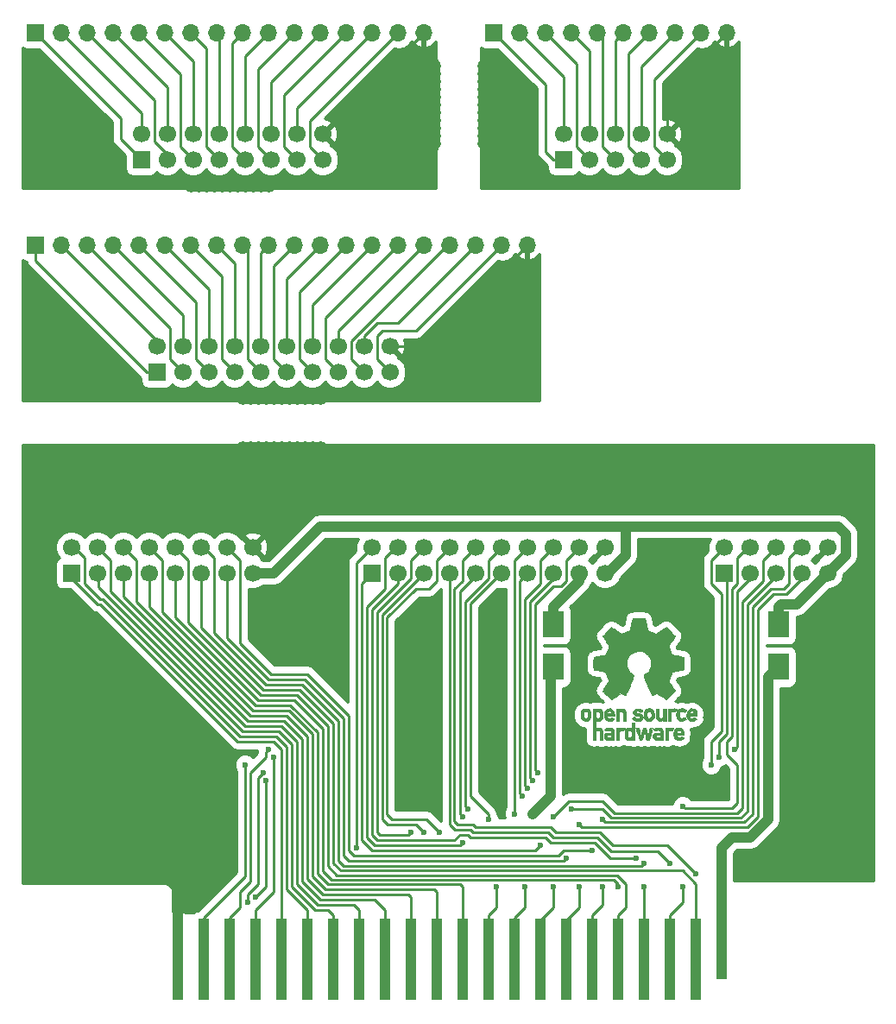
<source format=gbr>
G04 #@! TF.FileFunction,Copper,L1,Top,Signal*
%FSLAX46Y46*%
G04 Gerber Fmt 4.6, Leading zero omitted, Abs format (unit mm)*
G04 Created by KiCad (PCBNEW 4.0.7) date 05/21/18 09:05:03*
%MOMM*%
%LPD*%
G01*
G04 APERTURE LIST*
%ADD10C,0.100000*%
%ADD11C,0.010000*%
%ADD12R,1.700000X1.700000*%
%ADD13C,1.700000*%
%ADD14O,1.700000X1.700000*%
%ADD15R,2.030000X2.650000*%
%ADD16R,1.000000X6.000000*%
%ADD17R,1.000000X8.000000*%
%ADD18C,0.600000*%
%ADD19C,0.800000*%
%ADD20C,0.250000*%
%ADD21C,1.000000*%
%ADD22C,0.254000*%
G04 APERTURE END LIST*
D10*
D11*
G36*
X156239909Y-115939560D02*
X156292412Y-115965499D01*
X156357158Y-116010700D01*
X156404347Y-116059991D01*
X156436665Y-116121885D01*
X156456797Y-116204896D01*
X156467430Y-116317538D01*
X156471247Y-116468324D01*
X156471470Y-116533149D01*
X156470818Y-116675221D01*
X156468112Y-116776757D01*
X156462224Y-116847015D01*
X156452027Y-116895256D01*
X156436394Y-116930738D01*
X156420128Y-116954943D01*
X156316295Y-117057929D01*
X156194021Y-117119874D01*
X156062114Y-117138506D01*
X155929384Y-117111549D01*
X155887333Y-117092486D01*
X155786666Y-117040015D01*
X155786666Y-117862259D01*
X155860135Y-117824267D01*
X155956941Y-117794872D01*
X156075928Y-117787342D01*
X156194745Y-117801245D01*
X156284473Y-117832476D01*
X156358899Y-117891954D01*
X156422490Y-117977066D01*
X156427271Y-117985805D01*
X156447437Y-118026966D01*
X156462165Y-118068454D01*
X156472303Y-118118713D01*
X156478699Y-118186184D01*
X156482201Y-118279309D01*
X156483658Y-118406531D01*
X156483921Y-118549701D01*
X156483921Y-119006471D01*
X156210000Y-119006471D01*
X156210000Y-118164231D01*
X156133383Y-118099763D01*
X156053793Y-118048194D01*
X155978422Y-118038818D01*
X155902633Y-118062947D01*
X155862241Y-118086574D01*
X155832179Y-118120227D01*
X155810797Y-118171087D01*
X155796450Y-118246334D01*
X155787490Y-118353146D01*
X155782270Y-118498704D01*
X155780431Y-118595588D01*
X155774215Y-118994020D01*
X155643480Y-119001547D01*
X155512745Y-119009073D01*
X155512745Y-116536582D01*
X155786666Y-116536582D01*
X155793650Y-116674423D01*
X155817182Y-116770107D01*
X155861135Y-116829641D01*
X155929382Y-116859029D01*
X155998333Y-116864902D01*
X156076386Y-116858154D01*
X156128189Y-116831594D01*
X156160583Y-116796499D01*
X156186084Y-116758752D01*
X156201265Y-116716700D01*
X156208019Y-116657779D01*
X156208241Y-116569428D01*
X156205968Y-116495448D01*
X156200749Y-116384000D01*
X156192979Y-116310833D01*
X156179895Y-116264422D01*
X156158732Y-116233244D01*
X156138760Y-116215223D01*
X156055314Y-116175925D01*
X155956551Y-116169579D01*
X155899841Y-116183116D01*
X155843692Y-116231233D01*
X155806499Y-116324833D01*
X155788472Y-116463254D01*
X155786666Y-116536582D01*
X155512745Y-116536582D01*
X155512745Y-115918628D01*
X155649705Y-115918628D01*
X155731935Y-115921879D01*
X155774360Y-115933426D01*
X155786661Y-115955952D01*
X155786666Y-115956620D01*
X155792374Y-115978681D01*
X155817547Y-115976176D01*
X155867598Y-115951935D01*
X155984219Y-115914851D01*
X156115429Y-115910953D01*
X156239909Y-115939560D01*
X156239909Y-115939560D01*
G37*
X156239909Y-115939560D02*
X156292412Y-115965499D01*
X156357158Y-116010700D01*
X156404347Y-116059991D01*
X156436665Y-116121885D01*
X156456797Y-116204896D01*
X156467430Y-116317538D01*
X156471247Y-116468324D01*
X156471470Y-116533149D01*
X156470818Y-116675221D01*
X156468112Y-116776757D01*
X156462224Y-116847015D01*
X156452027Y-116895256D01*
X156436394Y-116930738D01*
X156420128Y-116954943D01*
X156316295Y-117057929D01*
X156194021Y-117119874D01*
X156062114Y-117138506D01*
X155929384Y-117111549D01*
X155887333Y-117092486D01*
X155786666Y-117040015D01*
X155786666Y-117862259D01*
X155860135Y-117824267D01*
X155956941Y-117794872D01*
X156075928Y-117787342D01*
X156194745Y-117801245D01*
X156284473Y-117832476D01*
X156358899Y-117891954D01*
X156422490Y-117977066D01*
X156427271Y-117985805D01*
X156447437Y-118026966D01*
X156462165Y-118068454D01*
X156472303Y-118118713D01*
X156478699Y-118186184D01*
X156482201Y-118279309D01*
X156483658Y-118406531D01*
X156483921Y-118549701D01*
X156483921Y-119006471D01*
X156210000Y-119006471D01*
X156210000Y-118164231D01*
X156133383Y-118099763D01*
X156053793Y-118048194D01*
X155978422Y-118038818D01*
X155902633Y-118062947D01*
X155862241Y-118086574D01*
X155832179Y-118120227D01*
X155810797Y-118171087D01*
X155796450Y-118246334D01*
X155787490Y-118353146D01*
X155782270Y-118498704D01*
X155780431Y-118595588D01*
X155774215Y-118994020D01*
X155643480Y-119001547D01*
X155512745Y-119009073D01*
X155512745Y-116536582D01*
X155786666Y-116536582D01*
X155793650Y-116674423D01*
X155817182Y-116770107D01*
X155861135Y-116829641D01*
X155929382Y-116859029D01*
X155998333Y-116864902D01*
X156076386Y-116858154D01*
X156128189Y-116831594D01*
X156160583Y-116796499D01*
X156186084Y-116758752D01*
X156201265Y-116716700D01*
X156208019Y-116657779D01*
X156208241Y-116569428D01*
X156205968Y-116495448D01*
X156200749Y-116384000D01*
X156192979Y-116310833D01*
X156179895Y-116264422D01*
X156158732Y-116233244D01*
X156138760Y-116215223D01*
X156055314Y-116175925D01*
X155956551Y-116169579D01*
X155899841Y-116183116D01*
X155843692Y-116231233D01*
X155806499Y-116324833D01*
X155788472Y-116463254D01*
X155786666Y-116536582D01*
X155512745Y-116536582D01*
X155512745Y-115918628D01*
X155649705Y-115918628D01*
X155731935Y-115921879D01*
X155774360Y-115933426D01*
X155786661Y-115955952D01*
X155786666Y-115956620D01*
X155792374Y-115978681D01*
X155817547Y-115976176D01*
X155867598Y-115951935D01*
X155984219Y-115914851D01*
X156115429Y-115910953D01*
X156239909Y-115939560D01*
G36*
X157278720Y-117795922D02*
X157395870Y-117827180D01*
X157485051Y-117883837D01*
X157547984Y-117958045D01*
X157567548Y-117989716D01*
X157581992Y-118022891D01*
X157592089Y-118065329D01*
X157598615Y-118124788D01*
X157602342Y-118209029D01*
X157604046Y-118325810D01*
X157604500Y-118482890D01*
X157604509Y-118524565D01*
X157604509Y-119006471D01*
X157484980Y-119006471D01*
X157408739Y-119001131D01*
X157352366Y-118987604D01*
X157338242Y-118979262D01*
X157299630Y-118964864D01*
X157260192Y-118979262D01*
X157195262Y-118997237D01*
X157100945Y-119004472D01*
X156996407Y-119001333D01*
X156900811Y-118988186D01*
X156845000Y-118971318D01*
X156736998Y-118901986D01*
X156669503Y-118805772D01*
X156639159Y-118677844D01*
X156638877Y-118674559D01*
X156641540Y-118617808D01*
X156882353Y-118617808D01*
X156903405Y-118682358D01*
X156937697Y-118718686D01*
X157006532Y-118746162D01*
X157097390Y-118757129D01*
X157190042Y-118751731D01*
X157264256Y-118730110D01*
X157285049Y-118716239D01*
X157321381Y-118652143D01*
X157330588Y-118579278D01*
X157330588Y-118483530D01*
X157192827Y-118483530D01*
X157061953Y-118493605D01*
X156962741Y-118522148D01*
X156901023Y-118566639D01*
X156882353Y-118617808D01*
X156641540Y-118617808D01*
X156645436Y-118534790D01*
X156691534Y-118424282D01*
X156778200Y-118340712D01*
X156790179Y-118333110D01*
X156841655Y-118308357D01*
X156905368Y-118293368D01*
X156994435Y-118286082D01*
X157100245Y-118284407D01*
X157330588Y-118284314D01*
X157330588Y-118187755D01*
X157320817Y-118112836D01*
X157295884Y-118062644D01*
X157292965Y-118059972D01*
X157237481Y-118038015D01*
X157153727Y-118029505D01*
X157061167Y-118033687D01*
X156979270Y-118049809D01*
X156930673Y-118073990D01*
X156904341Y-118093359D01*
X156876535Y-118097057D01*
X156838161Y-118081188D01*
X156780125Y-118041855D01*
X156693331Y-117975164D01*
X156685365Y-117968916D01*
X156689447Y-117945800D01*
X156723501Y-117907352D01*
X156775260Y-117864627D01*
X156832455Y-117828679D01*
X156850425Y-117820191D01*
X156915972Y-117803252D01*
X157012020Y-117791170D01*
X157119329Y-117786323D01*
X157124347Y-117786313D01*
X157278720Y-117795922D01*
X157278720Y-117795922D01*
G37*
X157278720Y-117795922D02*
X157395870Y-117827180D01*
X157485051Y-117883837D01*
X157547984Y-117958045D01*
X157567548Y-117989716D01*
X157581992Y-118022891D01*
X157592089Y-118065329D01*
X157598615Y-118124788D01*
X157602342Y-118209029D01*
X157604046Y-118325810D01*
X157604500Y-118482890D01*
X157604509Y-118524565D01*
X157604509Y-119006471D01*
X157484980Y-119006471D01*
X157408739Y-119001131D01*
X157352366Y-118987604D01*
X157338242Y-118979262D01*
X157299630Y-118964864D01*
X157260192Y-118979262D01*
X157195262Y-118997237D01*
X157100945Y-119004472D01*
X156996407Y-119001333D01*
X156900811Y-118988186D01*
X156845000Y-118971318D01*
X156736998Y-118901986D01*
X156669503Y-118805772D01*
X156639159Y-118677844D01*
X156638877Y-118674559D01*
X156641540Y-118617808D01*
X156882353Y-118617808D01*
X156903405Y-118682358D01*
X156937697Y-118718686D01*
X157006532Y-118746162D01*
X157097390Y-118757129D01*
X157190042Y-118751731D01*
X157264256Y-118730110D01*
X157285049Y-118716239D01*
X157321381Y-118652143D01*
X157330588Y-118579278D01*
X157330588Y-118483530D01*
X157192827Y-118483530D01*
X157061953Y-118493605D01*
X156962741Y-118522148D01*
X156901023Y-118566639D01*
X156882353Y-118617808D01*
X156641540Y-118617808D01*
X156645436Y-118534790D01*
X156691534Y-118424282D01*
X156778200Y-118340712D01*
X156790179Y-118333110D01*
X156841655Y-118308357D01*
X156905368Y-118293368D01*
X156994435Y-118286082D01*
X157100245Y-118284407D01*
X157330588Y-118284314D01*
X157330588Y-118187755D01*
X157320817Y-118112836D01*
X157295884Y-118062644D01*
X157292965Y-118059972D01*
X157237481Y-118038015D01*
X157153727Y-118029505D01*
X157061167Y-118033687D01*
X156979270Y-118049809D01*
X156930673Y-118073990D01*
X156904341Y-118093359D01*
X156876535Y-118097057D01*
X156838161Y-118081188D01*
X156780125Y-118041855D01*
X156693331Y-117975164D01*
X156685365Y-117968916D01*
X156689447Y-117945800D01*
X156723501Y-117907352D01*
X156775260Y-117864627D01*
X156832455Y-117828679D01*
X156850425Y-117820191D01*
X156915972Y-117803252D01*
X157012020Y-117791170D01*
X157119329Y-117786323D01*
X157124347Y-117786313D01*
X157278720Y-117795922D01*
G36*
X158052764Y-117788921D02*
X158090030Y-117800091D01*
X158102043Y-117824633D01*
X158102549Y-117835712D01*
X158104704Y-117866572D01*
X158119551Y-117871417D01*
X158159657Y-117850260D01*
X158183480Y-117835806D01*
X158258638Y-117804850D01*
X158348406Y-117789544D01*
X158442529Y-117788367D01*
X158530754Y-117799799D01*
X158602826Y-117822320D01*
X158648492Y-117854409D01*
X158657498Y-117894545D01*
X158652953Y-117905415D01*
X158619821Y-117950534D01*
X158568445Y-118006026D01*
X158559152Y-118014996D01*
X158510182Y-118056245D01*
X158467931Y-118069572D01*
X158408841Y-118060271D01*
X158385169Y-118054090D01*
X158311504Y-118039246D01*
X158259710Y-118045921D01*
X158215969Y-118069465D01*
X158175902Y-118101061D01*
X158146392Y-118140798D01*
X158125884Y-118196252D01*
X158112824Y-118275003D01*
X158105656Y-118384629D01*
X158102824Y-118532706D01*
X158102549Y-118622111D01*
X158102549Y-119006471D01*
X157853529Y-119006471D01*
X157853529Y-117786275D01*
X157978039Y-117786275D01*
X158052764Y-117788921D01*
X158052764Y-117788921D01*
G37*
X158052764Y-117788921D02*
X158090030Y-117800091D01*
X158102043Y-117824633D01*
X158102549Y-117835712D01*
X158104704Y-117866572D01*
X158119551Y-117871417D01*
X158159657Y-117850260D01*
X158183480Y-117835806D01*
X158258638Y-117804850D01*
X158348406Y-117789544D01*
X158442529Y-117788367D01*
X158530754Y-117799799D01*
X158602826Y-117822320D01*
X158648492Y-117854409D01*
X158657498Y-117894545D01*
X158652953Y-117905415D01*
X158619821Y-117950534D01*
X158568445Y-118006026D01*
X158559152Y-118014996D01*
X158510182Y-118056245D01*
X158467931Y-118069572D01*
X158408841Y-118060271D01*
X158385169Y-118054090D01*
X158311504Y-118039246D01*
X158259710Y-118045921D01*
X158215969Y-118069465D01*
X158175902Y-118101061D01*
X158146392Y-118140798D01*
X158125884Y-118196252D01*
X158112824Y-118275003D01*
X158105656Y-118384629D01*
X158102824Y-118532706D01*
X158102549Y-118622111D01*
X158102549Y-119006471D01*
X157853529Y-119006471D01*
X157853529Y-117786275D01*
X157978039Y-117786275D01*
X158052764Y-117788921D01*
G36*
X159621568Y-119006471D02*
X159484607Y-119006471D01*
X159405111Y-119004140D01*
X159363708Y-118994488D01*
X159348801Y-118973525D01*
X159347647Y-118959351D01*
X159345133Y-118930927D01*
X159329280Y-118925475D01*
X159287621Y-118942998D01*
X159255224Y-118959351D01*
X159130849Y-118998103D01*
X158995646Y-119000346D01*
X158885726Y-118971444D01*
X158783366Y-118901619D01*
X158705340Y-118798555D01*
X158662614Y-118676989D01*
X158661526Y-118670192D01*
X158655178Y-118596032D01*
X158652021Y-118489570D01*
X158652275Y-118409052D01*
X158924289Y-118409052D01*
X158930590Y-118516070D01*
X158944925Y-118604278D01*
X158964331Y-118654090D01*
X159037746Y-118722162D01*
X159124914Y-118746564D01*
X159214804Y-118726831D01*
X159291617Y-118667968D01*
X159320708Y-118628379D01*
X159337717Y-118581138D01*
X159345684Y-118512181D01*
X159347647Y-118408607D01*
X159344134Y-118306039D01*
X159334857Y-118215921D01*
X159321706Y-118155613D01*
X159319514Y-118150208D01*
X159266478Y-118085940D01*
X159189067Y-118050656D01*
X159102454Y-118044959D01*
X159021807Y-118069453D01*
X158962297Y-118124742D01*
X158956124Y-118135743D01*
X158936801Y-118202827D01*
X158926274Y-118299284D01*
X158924289Y-118409052D01*
X158652275Y-118409052D01*
X158652404Y-118368225D01*
X158654194Y-118302918D01*
X158666373Y-118141355D01*
X158691685Y-118020053D01*
X158733793Y-117930379D01*
X158796359Y-117863699D01*
X158857100Y-117824557D01*
X158941964Y-117797040D01*
X159047515Y-117787603D01*
X159155598Y-117795290D01*
X159248058Y-117819146D01*
X159296910Y-117847685D01*
X159347647Y-117893601D01*
X159347647Y-117313137D01*
X159621568Y-117313137D01*
X159621568Y-119006471D01*
X159621568Y-119006471D01*
G37*
X159621568Y-119006471D02*
X159484607Y-119006471D01*
X159405111Y-119004140D01*
X159363708Y-118994488D01*
X159348801Y-118973525D01*
X159347647Y-118959351D01*
X159345133Y-118930927D01*
X159329280Y-118925475D01*
X159287621Y-118942998D01*
X159255224Y-118959351D01*
X159130849Y-118998103D01*
X158995646Y-119000346D01*
X158885726Y-118971444D01*
X158783366Y-118901619D01*
X158705340Y-118798555D01*
X158662614Y-118676989D01*
X158661526Y-118670192D01*
X158655178Y-118596032D01*
X158652021Y-118489570D01*
X158652275Y-118409052D01*
X158924289Y-118409052D01*
X158930590Y-118516070D01*
X158944925Y-118604278D01*
X158964331Y-118654090D01*
X159037746Y-118722162D01*
X159124914Y-118746564D01*
X159214804Y-118726831D01*
X159291617Y-118667968D01*
X159320708Y-118628379D01*
X159337717Y-118581138D01*
X159345684Y-118512181D01*
X159347647Y-118408607D01*
X159344134Y-118306039D01*
X159334857Y-118215921D01*
X159321706Y-118155613D01*
X159319514Y-118150208D01*
X159266478Y-118085940D01*
X159189067Y-118050656D01*
X159102454Y-118044959D01*
X159021807Y-118069453D01*
X158962297Y-118124742D01*
X158956124Y-118135743D01*
X158936801Y-118202827D01*
X158926274Y-118299284D01*
X158924289Y-118409052D01*
X158652275Y-118409052D01*
X158652404Y-118368225D01*
X158654194Y-118302918D01*
X158666373Y-118141355D01*
X158691685Y-118020053D01*
X158733793Y-117930379D01*
X158796359Y-117863699D01*
X158857100Y-117824557D01*
X158941964Y-117797040D01*
X159047515Y-117787603D01*
X159155598Y-117795290D01*
X159248058Y-117819146D01*
X159296910Y-117847685D01*
X159347647Y-117893601D01*
X159347647Y-117313137D01*
X159621568Y-117313137D01*
X159621568Y-119006471D01*
G36*
X160577528Y-117791332D02*
X160676014Y-117798726D01*
X160804776Y-118184706D01*
X160933537Y-118570686D01*
X160973911Y-118433726D01*
X160998207Y-118349083D01*
X161030167Y-118234697D01*
X161064679Y-118108963D01*
X161082928Y-118041520D01*
X161151571Y-117786275D01*
X161434773Y-117786275D01*
X161350122Y-118053971D01*
X161308435Y-118185638D01*
X161258074Y-118344458D01*
X161205481Y-118510128D01*
X161158530Y-118657843D01*
X161051589Y-118994020D01*
X160820661Y-119009044D01*
X160758050Y-118802316D01*
X160719438Y-118673896D01*
X160677300Y-118532322D01*
X160640472Y-118407285D01*
X160639018Y-118402309D01*
X160611511Y-118317586D01*
X160587242Y-118259778D01*
X160570243Y-118237918D01*
X160566750Y-118240446D01*
X160554490Y-118274336D01*
X160531195Y-118346930D01*
X160499700Y-118449101D01*
X160462842Y-118571720D01*
X160442899Y-118639167D01*
X160334895Y-119006471D01*
X160105679Y-119006471D01*
X159922439Y-118427500D01*
X159870963Y-118265091D01*
X159824070Y-118117602D01*
X159783977Y-117991960D01*
X159752897Y-117895095D01*
X159733045Y-117833934D01*
X159727011Y-117816065D01*
X159731788Y-117797768D01*
X159769297Y-117789755D01*
X159847355Y-117790557D01*
X159859574Y-117791163D01*
X160004326Y-117798726D01*
X160099130Y-118147353D01*
X160133977Y-118274497D01*
X160165117Y-118386265D01*
X160189809Y-118472953D01*
X160205312Y-118524856D01*
X160208176Y-118533318D01*
X160220046Y-118523587D01*
X160243983Y-118473172D01*
X160277239Y-118388935D01*
X160317064Y-118277741D01*
X160350730Y-118177297D01*
X160479041Y-117783939D01*
X160577528Y-117791332D01*
X160577528Y-117791332D01*
G37*
X160577528Y-117791332D02*
X160676014Y-117798726D01*
X160804776Y-118184706D01*
X160933537Y-118570686D01*
X160973911Y-118433726D01*
X160998207Y-118349083D01*
X161030167Y-118234697D01*
X161064679Y-118108963D01*
X161082928Y-118041520D01*
X161151571Y-117786275D01*
X161434773Y-117786275D01*
X161350122Y-118053971D01*
X161308435Y-118185638D01*
X161258074Y-118344458D01*
X161205481Y-118510128D01*
X161158530Y-118657843D01*
X161051589Y-118994020D01*
X160820661Y-119009044D01*
X160758050Y-118802316D01*
X160719438Y-118673896D01*
X160677300Y-118532322D01*
X160640472Y-118407285D01*
X160639018Y-118402309D01*
X160611511Y-118317586D01*
X160587242Y-118259778D01*
X160570243Y-118237918D01*
X160566750Y-118240446D01*
X160554490Y-118274336D01*
X160531195Y-118346930D01*
X160499700Y-118449101D01*
X160462842Y-118571720D01*
X160442899Y-118639167D01*
X160334895Y-119006471D01*
X160105679Y-119006471D01*
X159922439Y-118427500D01*
X159870963Y-118265091D01*
X159824070Y-118117602D01*
X159783977Y-117991960D01*
X159752897Y-117895095D01*
X159733045Y-117833934D01*
X159727011Y-117816065D01*
X159731788Y-117797768D01*
X159769297Y-117789755D01*
X159847355Y-117790557D01*
X159859574Y-117791163D01*
X160004326Y-117798726D01*
X160099130Y-118147353D01*
X160133977Y-118274497D01*
X160165117Y-118386265D01*
X160189809Y-118472953D01*
X160205312Y-118524856D01*
X160208176Y-118533318D01*
X160220046Y-118523587D01*
X160243983Y-118473172D01*
X160277239Y-118388935D01*
X160317064Y-118277741D01*
X160350730Y-118177297D01*
X160479041Y-117783939D01*
X160577528Y-117791332D01*
G36*
X162076459Y-117793669D02*
X162181420Y-117819163D01*
X162211761Y-117832669D01*
X162270573Y-117868046D01*
X162315709Y-117907890D01*
X162349106Y-117959120D01*
X162372701Y-118028654D01*
X162388433Y-118123409D01*
X162398239Y-118250305D01*
X162404057Y-118416258D01*
X162406266Y-118527108D01*
X162414396Y-119006471D01*
X162275531Y-119006471D01*
X162191287Y-119002938D01*
X162147884Y-118990866D01*
X162136666Y-118970594D01*
X162130744Y-118948674D01*
X162104266Y-118952865D01*
X162068186Y-118970441D01*
X161977862Y-118997382D01*
X161861777Y-119004642D01*
X161739680Y-118992767D01*
X161631321Y-118962305D01*
X161621602Y-118958077D01*
X161522568Y-118888505D01*
X161457281Y-118791789D01*
X161427240Y-118678738D01*
X161429535Y-118638122D01*
X161674633Y-118638122D01*
X161696229Y-118692782D01*
X161760259Y-118731952D01*
X161863565Y-118752974D01*
X161918774Y-118755766D01*
X162010782Y-118748620D01*
X162071941Y-118720848D01*
X162086862Y-118707647D01*
X162127287Y-118635829D01*
X162136666Y-118570686D01*
X162136666Y-118483530D01*
X162015269Y-118483530D01*
X161874153Y-118490722D01*
X161775173Y-118513345D01*
X161712633Y-118552964D01*
X161698631Y-118570628D01*
X161674633Y-118638122D01*
X161429535Y-118638122D01*
X161433941Y-118560157D01*
X161478880Y-118446855D01*
X161540196Y-118370285D01*
X161577332Y-118337181D01*
X161613687Y-118315425D01*
X161660990Y-118302161D01*
X161730973Y-118294528D01*
X161835364Y-118289670D01*
X161876770Y-118288273D01*
X162136666Y-118279780D01*
X162136285Y-118201116D01*
X162126219Y-118118428D01*
X162089829Y-118068431D01*
X162016311Y-118036489D01*
X162014339Y-118035920D01*
X161910105Y-118023361D01*
X161808108Y-118039766D01*
X161732305Y-118079657D01*
X161701890Y-118099354D01*
X161669132Y-118096629D01*
X161618721Y-118068091D01*
X161589119Y-118047950D01*
X161531218Y-118004919D01*
X161495352Y-117972662D01*
X161489597Y-117963427D01*
X161513295Y-117915636D01*
X161583313Y-117858562D01*
X161613725Y-117839305D01*
X161701155Y-117806140D01*
X161818983Y-117787350D01*
X161949866Y-117783129D01*
X162076459Y-117793669D01*
X162076459Y-117793669D01*
G37*
X162076459Y-117793669D02*
X162181420Y-117819163D01*
X162211761Y-117832669D01*
X162270573Y-117868046D01*
X162315709Y-117907890D01*
X162349106Y-117959120D01*
X162372701Y-118028654D01*
X162388433Y-118123409D01*
X162398239Y-118250305D01*
X162404057Y-118416258D01*
X162406266Y-118527108D01*
X162414396Y-119006471D01*
X162275531Y-119006471D01*
X162191287Y-119002938D01*
X162147884Y-118990866D01*
X162136666Y-118970594D01*
X162130744Y-118948674D01*
X162104266Y-118952865D01*
X162068186Y-118970441D01*
X161977862Y-118997382D01*
X161861777Y-119004642D01*
X161739680Y-118992767D01*
X161631321Y-118962305D01*
X161621602Y-118958077D01*
X161522568Y-118888505D01*
X161457281Y-118791789D01*
X161427240Y-118678738D01*
X161429535Y-118638122D01*
X161674633Y-118638122D01*
X161696229Y-118692782D01*
X161760259Y-118731952D01*
X161863565Y-118752974D01*
X161918774Y-118755766D01*
X162010782Y-118748620D01*
X162071941Y-118720848D01*
X162086862Y-118707647D01*
X162127287Y-118635829D01*
X162136666Y-118570686D01*
X162136666Y-118483530D01*
X162015269Y-118483530D01*
X161874153Y-118490722D01*
X161775173Y-118513345D01*
X161712633Y-118552964D01*
X161698631Y-118570628D01*
X161674633Y-118638122D01*
X161429535Y-118638122D01*
X161433941Y-118560157D01*
X161478880Y-118446855D01*
X161540196Y-118370285D01*
X161577332Y-118337181D01*
X161613687Y-118315425D01*
X161660990Y-118302161D01*
X161730973Y-118294528D01*
X161835364Y-118289670D01*
X161876770Y-118288273D01*
X162136666Y-118279780D01*
X162136285Y-118201116D01*
X162126219Y-118118428D01*
X162089829Y-118068431D01*
X162016311Y-118036489D01*
X162014339Y-118035920D01*
X161910105Y-118023361D01*
X161808108Y-118039766D01*
X161732305Y-118079657D01*
X161701890Y-118099354D01*
X161669132Y-118096629D01*
X161618721Y-118068091D01*
X161589119Y-118047950D01*
X161531218Y-118004919D01*
X161495352Y-117972662D01*
X161489597Y-117963427D01*
X161513295Y-117915636D01*
X161583313Y-117858562D01*
X161613725Y-117839305D01*
X161701155Y-117806140D01*
X161818983Y-117787350D01*
X161949866Y-117783129D01*
X162076459Y-117793669D01*
G36*
X163258446Y-117785883D02*
X163354177Y-117804755D01*
X163408677Y-117832699D01*
X163466008Y-117879123D01*
X163384441Y-117982111D01*
X163334150Y-118044479D01*
X163300001Y-118074907D01*
X163266063Y-118079555D01*
X163216406Y-118064586D01*
X163193096Y-118056117D01*
X163098063Y-118043622D01*
X163011032Y-118070406D01*
X162947138Y-118130915D01*
X162936759Y-118150208D01*
X162925456Y-118201314D01*
X162916732Y-118295500D01*
X162910997Y-118426089D01*
X162908660Y-118586405D01*
X162908627Y-118609211D01*
X162908627Y-119006471D01*
X162634705Y-119006471D01*
X162634705Y-117786275D01*
X162771666Y-117786275D01*
X162850638Y-117788337D01*
X162891779Y-117797513D01*
X162906992Y-117818290D01*
X162908627Y-117837886D01*
X162908627Y-117889497D01*
X162974240Y-117837886D01*
X163049475Y-117802675D01*
X163150544Y-117785265D01*
X163258446Y-117785883D01*
X163258446Y-117785883D01*
G37*
X163258446Y-117785883D02*
X163354177Y-117804755D01*
X163408677Y-117832699D01*
X163466008Y-117879123D01*
X163384441Y-117982111D01*
X163334150Y-118044479D01*
X163300001Y-118074907D01*
X163266063Y-118079555D01*
X163216406Y-118064586D01*
X163193096Y-118056117D01*
X163098063Y-118043622D01*
X163011032Y-118070406D01*
X162947138Y-118130915D01*
X162936759Y-118150208D01*
X162925456Y-118201314D01*
X162916732Y-118295500D01*
X162910997Y-118426089D01*
X162908660Y-118586405D01*
X162908627Y-118609211D01*
X162908627Y-119006471D01*
X162634705Y-119006471D01*
X162634705Y-117786275D01*
X162771666Y-117786275D01*
X162850638Y-117788337D01*
X162891779Y-117797513D01*
X162906992Y-117818290D01*
X162908627Y-117837886D01*
X162908627Y-117889497D01*
X162974240Y-117837886D01*
X163049475Y-117802675D01*
X163150544Y-117785265D01*
X163258446Y-117785883D01*
G36*
X164045307Y-117792784D02*
X164164337Y-117823731D01*
X164264021Y-117887600D01*
X164312288Y-117935313D01*
X164391408Y-118048106D01*
X164436752Y-118178950D01*
X164452330Y-118339792D01*
X164452410Y-118352794D01*
X164452549Y-118483530D01*
X163700091Y-118483530D01*
X163716130Y-118552010D01*
X163745091Y-118614031D01*
X163795778Y-118678654D01*
X163806379Y-118688971D01*
X163897494Y-118744805D01*
X164001400Y-118754275D01*
X164121000Y-118717540D01*
X164141274Y-118707647D01*
X164203456Y-118677574D01*
X164245106Y-118660440D01*
X164252373Y-118658855D01*
X164277740Y-118674242D01*
X164326120Y-118711887D01*
X164350679Y-118732459D01*
X164401570Y-118779714D01*
X164418281Y-118810917D01*
X164406683Y-118839620D01*
X164400483Y-118847468D01*
X164358493Y-118881819D01*
X164289206Y-118923565D01*
X164240882Y-118947935D01*
X164103711Y-118990873D01*
X163951847Y-119004786D01*
X163808024Y-118988300D01*
X163767745Y-118976496D01*
X163643078Y-118909689D01*
X163550671Y-118806892D01*
X163489990Y-118667105D01*
X163460498Y-118489330D01*
X163457260Y-118396373D01*
X163466714Y-118261033D01*
X163705490Y-118261033D01*
X163728584Y-118271038D01*
X163790662Y-118278888D01*
X163880914Y-118283521D01*
X163942058Y-118284314D01*
X164052040Y-118283549D01*
X164121457Y-118279970D01*
X164159538Y-118271649D01*
X164175515Y-118256657D01*
X164178627Y-118234903D01*
X164157278Y-118167892D01*
X164103529Y-118101664D01*
X164032822Y-118050832D01*
X163962089Y-118030038D01*
X163866016Y-118048484D01*
X163782849Y-118101811D01*
X163725186Y-118178677D01*
X163705490Y-118261033D01*
X163466714Y-118261033D01*
X163471028Y-118199291D01*
X163513520Y-118042271D01*
X163585635Y-117924069D01*
X163688273Y-117843440D01*
X163822332Y-117799139D01*
X163894957Y-117790607D01*
X164045307Y-117792784D01*
X164045307Y-117792784D01*
G37*
X164045307Y-117792784D02*
X164164337Y-117823731D01*
X164264021Y-117887600D01*
X164312288Y-117935313D01*
X164391408Y-118048106D01*
X164436752Y-118178950D01*
X164452330Y-118339792D01*
X164452410Y-118352794D01*
X164452549Y-118483530D01*
X163700091Y-118483530D01*
X163716130Y-118552010D01*
X163745091Y-118614031D01*
X163795778Y-118678654D01*
X163806379Y-118688971D01*
X163897494Y-118744805D01*
X164001400Y-118754275D01*
X164121000Y-118717540D01*
X164141274Y-118707647D01*
X164203456Y-118677574D01*
X164245106Y-118660440D01*
X164252373Y-118658855D01*
X164277740Y-118674242D01*
X164326120Y-118711887D01*
X164350679Y-118732459D01*
X164401570Y-118779714D01*
X164418281Y-118810917D01*
X164406683Y-118839620D01*
X164400483Y-118847468D01*
X164358493Y-118881819D01*
X164289206Y-118923565D01*
X164240882Y-118947935D01*
X164103711Y-118990873D01*
X163951847Y-119004786D01*
X163808024Y-118988300D01*
X163767745Y-118976496D01*
X163643078Y-118909689D01*
X163550671Y-118806892D01*
X163489990Y-118667105D01*
X163460498Y-118489330D01*
X163457260Y-118396373D01*
X163466714Y-118261033D01*
X163705490Y-118261033D01*
X163728584Y-118271038D01*
X163790662Y-118278888D01*
X163880914Y-118283521D01*
X163942058Y-118284314D01*
X164052040Y-118283549D01*
X164121457Y-118279970D01*
X164159538Y-118271649D01*
X164175515Y-118256657D01*
X164178627Y-118234903D01*
X164157278Y-118167892D01*
X164103529Y-118101664D01*
X164032822Y-118050832D01*
X163962089Y-118030038D01*
X163866016Y-118048484D01*
X163782849Y-118101811D01*
X163725186Y-118178677D01*
X163705490Y-118261033D01*
X163466714Y-118261033D01*
X163471028Y-118199291D01*
X163513520Y-118042271D01*
X163585635Y-117924069D01*
X163688273Y-117843440D01*
X163822332Y-117799139D01*
X163894957Y-117790607D01*
X164045307Y-117792784D01*
G36*
X154993247Y-115931568D02*
X155123522Y-115989163D01*
X155222419Y-116085334D01*
X155290082Y-116220229D01*
X155326655Y-116393996D01*
X155329276Y-116421126D01*
X155331330Y-116612408D01*
X155304699Y-116780073D01*
X155251001Y-116915967D01*
X155222247Y-116959681D01*
X155122091Y-117052198D01*
X154994537Y-117112119D01*
X154851837Y-117136985D01*
X154706240Y-117124339D01*
X154595562Y-117085391D01*
X154500384Y-117019755D01*
X154422594Y-116933699D01*
X154421249Y-116931685D01*
X154389657Y-116878570D01*
X154369127Y-116825160D01*
X154356695Y-116757754D01*
X154349397Y-116662653D01*
X154346182Y-116584666D01*
X154344844Y-116513944D01*
X154593814Y-116513944D01*
X154596247Y-116584348D01*
X154605080Y-116678068D01*
X154620664Y-116738214D01*
X154648766Y-116781006D01*
X154675086Y-116806002D01*
X154768392Y-116858338D01*
X154866020Y-116865333D01*
X154956942Y-116827676D01*
X155002402Y-116785479D01*
X155035162Y-116742956D01*
X155054323Y-116702267D01*
X155062733Y-116649314D01*
X155063237Y-116569997D01*
X155060645Y-116496950D01*
X155055071Y-116392601D01*
X155046234Y-116324920D01*
X155030307Y-116280774D01*
X155003462Y-116247031D01*
X154982189Y-116227746D01*
X154893206Y-116177086D01*
X154797211Y-116174560D01*
X154716719Y-116204567D01*
X154648053Y-116267231D01*
X154607144Y-116370168D01*
X154593814Y-116513944D01*
X154344844Y-116513944D01*
X154343246Y-116429582D01*
X154348260Y-116313600D01*
X154363283Y-116226367D01*
X154390376Y-116157530D01*
X154431600Y-116096737D01*
X154446885Y-116078686D01*
X154542454Y-115988746D01*
X154644961Y-115936211D01*
X154770321Y-115914201D01*
X154831450Y-115912402D01*
X154993247Y-115931568D01*
X154993247Y-115931568D01*
G37*
X154993247Y-115931568D02*
X155123522Y-115989163D01*
X155222419Y-116085334D01*
X155290082Y-116220229D01*
X155326655Y-116393996D01*
X155329276Y-116421126D01*
X155331330Y-116612408D01*
X155304699Y-116780073D01*
X155251001Y-116915967D01*
X155222247Y-116959681D01*
X155122091Y-117052198D01*
X154994537Y-117112119D01*
X154851837Y-117136985D01*
X154706240Y-117124339D01*
X154595562Y-117085391D01*
X154500384Y-117019755D01*
X154422594Y-116933699D01*
X154421249Y-116931685D01*
X154389657Y-116878570D01*
X154369127Y-116825160D01*
X154356695Y-116757754D01*
X154349397Y-116662653D01*
X154346182Y-116584666D01*
X154344844Y-116513944D01*
X154593814Y-116513944D01*
X154596247Y-116584348D01*
X154605080Y-116678068D01*
X154620664Y-116738214D01*
X154648766Y-116781006D01*
X154675086Y-116806002D01*
X154768392Y-116858338D01*
X154866020Y-116865333D01*
X154956942Y-116827676D01*
X155002402Y-116785479D01*
X155035162Y-116742956D01*
X155054323Y-116702267D01*
X155062733Y-116649314D01*
X155063237Y-116569997D01*
X155060645Y-116496950D01*
X155055071Y-116392601D01*
X155046234Y-116324920D01*
X155030307Y-116280774D01*
X155003462Y-116247031D01*
X154982189Y-116227746D01*
X154893206Y-116177086D01*
X154797211Y-116174560D01*
X154716719Y-116204567D01*
X154648053Y-116267231D01*
X154607144Y-116370168D01*
X154593814Y-116513944D01*
X154344844Y-116513944D01*
X154343246Y-116429582D01*
X154348260Y-116313600D01*
X154363283Y-116226367D01*
X154390376Y-116157530D01*
X154431600Y-116096737D01*
X154446885Y-116078686D01*
X154542454Y-115988746D01*
X154644961Y-115936211D01*
X154770321Y-115914201D01*
X154831450Y-115912402D01*
X154993247Y-115931568D01*
G36*
X157333204Y-115946354D02*
X157358019Y-115958037D01*
X157443906Y-116020951D01*
X157525121Y-116112769D01*
X157585764Y-116213868D01*
X157603012Y-116260349D01*
X157618749Y-116343376D01*
X157628133Y-116443713D01*
X157629272Y-116485147D01*
X157629411Y-116615882D01*
X156876953Y-116615882D01*
X156892993Y-116684363D01*
X156932363Y-116765355D01*
X157001194Y-116835351D01*
X157083081Y-116880441D01*
X157135263Y-116889804D01*
X157206029Y-116878441D01*
X157290460Y-116849943D01*
X157319142Y-116836831D01*
X157425209Y-116783858D01*
X157515728Y-116852901D01*
X157567961Y-116899597D01*
X157595753Y-116938140D01*
X157597160Y-116949452D01*
X157572332Y-116976868D01*
X157517917Y-117018532D01*
X157468528Y-117051037D01*
X157335252Y-117109468D01*
X157185839Y-117135915D01*
X157037751Y-117129039D01*
X156919705Y-117093096D01*
X156798018Y-117016101D01*
X156711540Y-116914728D01*
X156657441Y-116783570D01*
X156632891Y-116617224D01*
X156630714Y-116541108D01*
X156639427Y-116366685D01*
X156640497Y-116361611D01*
X156889827Y-116361611D01*
X156896694Y-116377968D01*
X156924917Y-116386988D01*
X156983127Y-116390854D01*
X157079958Y-116391749D01*
X157117243Y-116391765D01*
X157230683Y-116390413D01*
X157302622Y-116385505D01*
X157341313Y-116375760D01*
X157355005Y-116359899D01*
X157355490Y-116354805D01*
X157339863Y-116314326D01*
X157300753Y-116257621D01*
X157283939Y-116237766D01*
X157221519Y-116181611D01*
X157156453Y-116159532D01*
X157121397Y-116157686D01*
X157026558Y-116180766D01*
X156947027Y-116242759D01*
X156896577Y-116332802D01*
X156895683Y-116335735D01*
X156889827Y-116361611D01*
X156640497Y-116361611D01*
X156668399Y-116229343D01*
X156720590Y-116119461D01*
X156784421Y-116041461D01*
X156902433Y-115956882D01*
X157041158Y-115911686D01*
X157188710Y-115907600D01*
X157333204Y-115946354D01*
X157333204Y-115946354D01*
G37*
X157333204Y-115946354D02*
X157358019Y-115958037D01*
X157443906Y-116020951D01*
X157525121Y-116112769D01*
X157585764Y-116213868D01*
X157603012Y-116260349D01*
X157618749Y-116343376D01*
X157628133Y-116443713D01*
X157629272Y-116485147D01*
X157629411Y-116615882D01*
X156876953Y-116615882D01*
X156892993Y-116684363D01*
X156932363Y-116765355D01*
X157001194Y-116835351D01*
X157083081Y-116880441D01*
X157135263Y-116889804D01*
X157206029Y-116878441D01*
X157290460Y-116849943D01*
X157319142Y-116836831D01*
X157425209Y-116783858D01*
X157515728Y-116852901D01*
X157567961Y-116899597D01*
X157595753Y-116938140D01*
X157597160Y-116949452D01*
X157572332Y-116976868D01*
X157517917Y-117018532D01*
X157468528Y-117051037D01*
X157335252Y-117109468D01*
X157185839Y-117135915D01*
X157037751Y-117129039D01*
X156919705Y-117093096D01*
X156798018Y-117016101D01*
X156711540Y-116914728D01*
X156657441Y-116783570D01*
X156632891Y-116617224D01*
X156630714Y-116541108D01*
X156639427Y-116366685D01*
X156640497Y-116361611D01*
X156889827Y-116361611D01*
X156896694Y-116377968D01*
X156924917Y-116386988D01*
X156983127Y-116390854D01*
X157079958Y-116391749D01*
X157117243Y-116391765D01*
X157230683Y-116390413D01*
X157302622Y-116385505D01*
X157341313Y-116375760D01*
X157355005Y-116359899D01*
X157355490Y-116354805D01*
X157339863Y-116314326D01*
X157300753Y-116257621D01*
X157283939Y-116237766D01*
X157221519Y-116181611D01*
X157156453Y-116159532D01*
X157121397Y-116157686D01*
X157026558Y-116180766D01*
X156947027Y-116242759D01*
X156896577Y-116332802D01*
X156895683Y-116335735D01*
X156889827Y-116361611D01*
X156640497Y-116361611D01*
X156668399Y-116229343D01*
X156720590Y-116119461D01*
X156784421Y-116041461D01*
X156902433Y-115956882D01*
X157041158Y-115911686D01*
X157188710Y-115907600D01*
X157333204Y-115946354D01*
G36*
X160047759Y-115914345D02*
X160142059Y-115932229D01*
X160239890Y-115969633D01*
X160250343Y-115974402D01*
X160324531Y-116013412D01*
X160375910Y-116049664D01*
X160392517Y-116072887D01*
X160376702Y-116110761D01*
X160338288Y-116166644D01*
X160321237Y-116187505D01*
X160250969Y-116269618D01*
X160160379Y-116216168D01*
X160074164Y-116180561D01*
X159974549Y-116161529D01*
X159879019Y-116160326D01*
X159805061Y-116178210D01*
X159787312Y-116189373D01*
X159753512Y-116240553D01*
X159749404Y-116299509D01*
X159774696Y-116345567D01*
X159789656Y-116354499D01*
X159834486Y-116365592D01*
X159913286Y-116378630D01*
X160010426Y-116391088D01*
X160028346Y-116393042D01*
X160184365Y-116420030D01*
X160297523Y-116465873D01*
X160372569Y-116534803D01*
X160414253Y-116631054D01*
X160427238Y-116748617D01*
X160409299Y-116882254D01*
X160351050Y-116987195D01*
X160252255Y-117063630D01*
X160112682Y-117111748D01*
X159957745Y-117130732D01*
X159831398Y-117130504D01*
X159728913Y-117113262D01*
X159658921Y-117089457D01*
X159570483Y-117047978D01*
X159488754Y-116999842D01*
X159459705Y-116978655D01*
X159385000Y-116917676D01*
X159475098Y-116826508D01*
X159565196Y-116735339D01*
X159667632Y-116803128D01*
X159770374Y-116854042D01*
X159880087Y-116880673D01*
X159985551Y-116883483D01*
X160075546Y-116862935D01*
X160138854Y-116819493D01*
X160159296Y-116782838D01*
X160156229Y-116724053D01*
X160105434Y-116679099D01*
X160007048Y-116648057D01*
X159899256Y-116633710D01*
X159733365Y-116606337D01*
X159610124Y-116554693D01*
X159527886Y-116477266D01*
X159485001Y-116372544D01*
X159479060Y-116248387D01*
X159508406Y-116118702D01*
X159575309Y-116020677D01*
X159680371Y-115953866D01*
X159824190Y-115917820D01*
X159930738Y-115910754D01*
X160047759Y-115914345D01*
X160047759Y-115914345D01*
G37*
X160047759Y-115914345D02*
X160142059Y-115932229D01*
X160239890Y-115969633D01*
X160250343Y-115974402D01*
X160324531Y-116013412D01*
X160375910Y-116049664D01*
X160392517Y-116072887D01*
X160376702Y-116110761D01*
X160338288Y-116166644D01*
X160321237Y-116187505D01*
X160250969Y-116269618D01*
X160160379Y-116216168D01*
X160074164Y-116180561D01*
X159974549Y-116161529D01*
X159879019Y-116160326D01*
X159805061Y-116178210D01*
X159787312Y-116189373D01*
X159753512Y-116240553D01*
X159749404Y-116299509D01*
X159774696Y-116345567D01*
X159789656Y-116354499D01*
X159834486Y-116365592D01*
X159913286Y-116378630D01*
X160010426Y-116391088D01*
X160028346Y-116393042D01*
X160184365Y-116420030D01*
X160297523Y-116465873D01*
X160372569Y-116534803D01*
X160414253Y-116631054D01*
X160427238Y-116748617D01*
X160409299Y-116882254D01*
X160351050Y-116987195D01*
X160252255Y-117063630D01*
X160112682Y-117111748D01*
X159957745Y-117130732D01*
X159831398Y-117130504D01*
X159728913Y-117113262D01*
X159658921Y-117089457D01*
X159570483Y-117047978D01*
X159488754Y-116999842D01*
X159459705Y-116978655D01*
X159385000Y-116917676D01*
X159475098Y-116826508D01*
X159565196Y-116735339D01*
X159667632Y-116803128D01*
X159770374Y-116854042D01*
X159880087Y-116880673D01*
X159985551Y-116883483D01*
X160075546Y-116862935D01*
X160138854Y-116819493D01*
X160159296Y-116782838D01*
X160156229Y-116724053D01*
X160105434Y-116679099D01*
X160007048Y-116648057D01*
X159899256Y-116633710D01*
X159733365Y-116606337D01*
X159610124Y-116554693D01*
X159527886Y-116477266D01*
X159485001Y-116372544D01*
X159479060Y-116248387D01*
X159508406Y-116118702D01*
X159575309Y-116020677D01*
X159680371Y-115953866D01*
X159824190Y-115917820D01*
X159930738Y-115910754D01*
X160047759Y-115914345D01*
G36*
X161229547Y-115933364D02*
X161355502Y-116001959D01*
X161454047Y-116110245D01*
X161500478Y-116198315D01*
X161520412Y-116276101D01*
X161533328Y-116386993D01*
X161538863Y-116514738D01*
X161536654Y-116643084D01*
X161526337Y-116755779D01*
X161514286Y-116815969D01*
X161473634Y-116898311D01*
X161403230Y-116985770D01*
X161318382Y-117062251D01*
X161234397Y-117111655D01*
X161232349Y-117112439D01*
X161128134Y-117134027D01*
X161004627Y-117134562D01*
X160887261Y-117114908D01*
X160841942Y-117099155D01*
X160725220Y-117032966D01*
X160641624Y-116946246D01*
X160586701Y-116831438D01*
X160555995Y-116680982D01*
X160549047Y-116602173D01*
X160549933Y-116503145D01*
X160816862Y-116503145D01*
X160825854Y-116647645D01*
X160851736Y-116757760D01*
X160892868Y-116828116D01*
X160922172Y-116848235D01*
X160997251Y-116862265D01*
X161086494Y-116858111D01*
X161163650Y-116837922D01*
X161183883Y-116826815D01*
X161237265Y-116762123D01*
X161272500Y-116663119D01*
X161287498Y-116542632D01*
X161280172Y-116413494D01*
X161263799Y-116335775D01*
X161216790Y-116245771D01*
X161142582Y-116189509D01*
X161053209Y-116170057D01*
X160960707Y-116190481D01*
X160889653Y-116240437D01*
X160852312Y-116281655D01*
X160830518Y-116322281D01*
X160820130Y-116377264D01*
X160817006Y-116461549D01*
X160816862Y-116503145D01*
X160549933Y-116503145D01*
X160550930Y-116391874D01*
X160585180Y-116219423D01*
X160651802Y-116084814D01*
X160750799Y-115988040D01*
X160882175Y-115929094D01*
X160910385Y-115922259D01*
X161079926Y-115906213D01*
X161229547Y-115933364D01*
X161229547Y-115933364D01*
G37*
X161229547Y-115933364D02*
X161355502Y-116001959D01*
X161454047Y-116110245D01*
X161500478Y-116198315D01*
X161520412Y-116276101D01*
X161533328Y-116386993D01*
X161538863Y-116514738D01*
X161536654Y-116643084D01*
X161526337Y-116755779D01*
X161514286Y-116815969D01*
X161473634Y-116898311D01*
X161403230Y-116985770D01*
X161318382Y-117062251D01*
X161234397Y-117111655D01*
X161232349Y-117112439D01*
X161128134Y-117134027D01*
X161004627Y-117134562D01*
X160887261Y-117114908D01*
X160841942Y-117099155D01*
X160725220Y-117032966D01*
X160641624Y-116946246D01*
X160586701Y-116831438D01*
X160555995Y-116680982D01*
X160549047Y-116602173D01*
X160549933Y-116503145D01*
X160816862Y-116503145D01*
X160825854Y-116647645D01*
X160851736Y-116757760D01*
X160892868Y-116828116D01*
X160922172Y-116848235D01*
X160997251Y-116862265D01*
X161086494Y-116858111D01*
X161163650Y-116837922D01*
X161183883Y-116826815D01*
X161237265Y-116762123D01*
X161272500Y-116663119D01*
X161287498Y-116542632D01*
X161280172Y-116413494D01*
X161263799Y-116335775D01*
X161216790Y-116245771D01*
X161142582Y-116189509D01*
X161053209Y-116170057D01*
X160960707Y-116190481D01*
X160889653Y-116240437D01*
X160852312Y-116281655D01*
X160830518Y-116322281D01*
X160820130Y-116377264D01*
X160817006Y-116461549D01*
X160816862Y-116503145D01*
X160549933Y-116503145D01*
X160550930Y-116391874D01*
X160585180Y-116219423D01*
X160651802Y-116084814D01*
X160750799Y-115988040D01*
X160882175Y-115929094D01*
X160910385Y-115922259D01*
X161079926Y-115906213D01*
X161229547Y-115933364D01*
G36*
X161987254Y-116306245D02*
X161989608Y-116488879D01*
X161998207Y-116627600D01*
X162015360Y-116728147D01*
X162043374Y-116796254D01*
X162084557Y-116837659D01*
X162141217Y-116858097D01*
X162211372Y-116863318D01*
X162284848Y-116857468D01*
X162340657Y-116836093D01*
X162381109Y-116793458D01*
X162408509Y-116723825D01*
X162425167Y-116621460D01*
X162433389Y-116480624D01*
X162435490Y-116306245D01*
X162435490Y-115918628D01*
X162709411Y-115918628D01*
X162709411Y-117113922D01*
X162572451Y-117113922D01*
X162489884Y-117110576D01*
X162447368Y-117098826D01*
X162435490Y-117076520D01*
X162428336Y-117056654D01*
X162399865Y-117060857D01*
X162342476Y-117088971D01*
X162210945Y-117132342D01*
X162071438Y-117129270D01*
X161937765Y-117082174D01*
X161874108Y-117044971D01*
X161825553Y-117004691D01*
X161790081Y-116954291D01*
X161765674Y-116886729D01*
X161750313Y-116794965D01*
X161741982Y-116671955D01*
X161738662Y-116510659D01*
X161738235Y-116385928D01*
X161738235Y-115918628D01*
X161987254Y-115918628D01*
X161987254Y-116306245D01*
X161987254Y-116306245D01*
G37*
X161987254Y-116306245D02*
X161989608Y-116488879D01*
X161998207Y-116627600D01*
X162015360Y-116728147D01*
X162043374Y-116796254D01*
X162084557Y-116837659D01*
X162141217Y-116858097D01*
X162211372Y-116863318D01*
X162284848Y-116857468D01*
X162340657Y-116836093D01*
X162381109Y-116793458D01*
X162408509Y-116723825D01*
X162425167Y-116621460D01*
X162433389Y-116480624D01*
X162435490Y-116306245D01*
X162435490Y-115918628D01*
X162709411Y-115918628D01*
X162709411Y-117113922D01*
X162572451Y-117113922D01*
X162489884Y-117110576D01*
X162447368Y-117098826D01*
X162435490Y-117076520D01*
X162428336Y-117056654D01*
X162399865Y-117060857D01*
X162342476Y-117088971D01*
X162210945Y-117132342D01*
X162071438Y-117129270D01*
X161937765Y-117082174D01*
X161874108Y-117044971D01*
X161825553Y-117004691D01*
X161790081Y-116954291D01*
X161765674Y-116886729D01*
X161750313Y-116794965D01*
X161741982Y-116671955D01*
X161738662Y-116510659D01*
X161738235Y-116385928D01*
X161738235Y-115918628D01*
X161987254Y-115918628D01*
X161987254Y-116306245D01*
G36*
X164410976Y-115929056D02*
X164555256Y-115990348D01*
X164600699Y-116020185D01*
X164658779Y-116066036D01*
X164695238Y-116102089D01*
X164701568Y-116113832D01*
X164683693Y-116139889D01*
X164637950Y-116184105D01*
X164601328Y-116214965D01*
X164501088Y-116295520D01*
X164421935Y-116228918D01*
X164360769Y-116185921D01*
X164301129Y-116171079D01*
X164232872Y-116174704D01*
X164124482Y-116201652D01*
X164049872Y-116257587D01*
X164004530Y-116348014D01*
X163983947Y-116478435D01*
X163983942Y-116478517D01*
X163985722Y-116624290D01*
X164013387Y-116731245D01*
X164068571Y-116804064D01*
X164106192Y-116828723D01*
X164206105Y-116859431D01*
X164312822Y-116859449D01*
X164405669Y-116829655D01*
X164427647Y-116815098D01*
X164482765Y-116777914D01*
X164525859Y-116771820D01*
X164572335Y-116799496D01*
X164623716Y-116849205D01*
X164705046Y-116933116D01*
X164614749Y-117007546D01*
X164475236Y-117091549D01*
X164317912Y-117132947D01*
X164153503Y-117129950D01*
X164045531Y-117102500D01*
X163919331Y-117034620D01*
X163818401Y-116927831D01*
X163772548Y-116852451D01*
X163735410Y-116744297D01*
X163716827Y-116607318D01*
X163716684Y-116458864D01*
X163734865Y-116316281D01*
X163771255Y-116196918D01*
X163776987Y-116184680D01*
X163861865Y-116064655D01*
X163976782Y-115977267D01*
X164112659Y-115924329D01*
X164260417Y-115907654D01*
X164410976Y-115929056D01*
X164410976Y-115929056D01*
G37*
X164410976Y-115929056D02*
X164555256Y-115990348D01*
X164600699Y-116020185D01*
X164658779Y-116066036D01*
X164695238Y-116102089D01*
X164701568Y-116113832D01*
X164683693Y-116139889D01*
X164637950Y-116184105D01*
X164601328Y-116214965D01*
X164501088Y-116295520D01*
X164421935Y-116228918D01*
X164360769Y-116185921D01*
X164301129Y-116171079D01*
X164232872Y-116174704D01*
X164124482Y-116201652D01*
X164049872Y-116257587D01*
X164004530Y-116348014D01*
X163983947Y-116478435D01*
X163983942Y-116478517D01*
X163985722Y-116624290D01*
X164013387Y-116731245D01*
X164068571Y-116804064D01*
X164106192Y-116828723D01*
X164206105Y-116859431D01*
X164312822Y-116859449D01*
X164405669Y-116829655D01*
X164427647Y-116815098D01*
X164482765Y-116777914D01*
X164525859Y-116771820D01*
X164572335Y-116799496D01*
X164623716Y-116849205D01*
X164705046Y-116933116D01*
X164614749Y-117007546D01*
X164475236Y-117091549D01*
X164317912Y-117132947D01*
X164153503Y-117129950D01*
X164045531Y-117102500D01*
X163919331Y-117034620D01*
X163818401Y-116927831D01*
X163772548Y-116852451D01*
X163735410Y-116744297D01*
X163716827Y-116607318D01*
X163716684Y-116458864D01*
X163734865Y-116316281D01*
X163771255Y-116196918D01*
X163776987Y-116184680D01*
X163861865Y-116064655D01*
X163976782Y-115977267D01*
X164112659Y-115924329D01*
X164260417Y-115907654D01*
X164410976Y-115929056D01*
G36*
X165323287Y-115914355D02*
X165387051Y-115929845D01*
X165509300Y-115986569D01*
X165613834Y-116073202D01*
X165686180Y-116177074D01*
X165696119Y-116200396D01*
X165709754Y-116261484D01*
X165719298Y-116351853D01*
X165722549Y-116443190D01*
X165722549Y-116615882D01*
X165361470Y-116615882D01*
X165212546Y-116616445D01*
X165107632Y-116619864D01*
X165040937Y-116628731D01*
X165006666Y-116645641D01*
X164999028Y-116673189D01*
X165012229Y-116713968D01*
X165035877Y-116761683D01*
X165101843Y-116841314D01*
X165193512Y-116880987D01*
X165305555Y-116879695D01*
X165432472Y-116836514D01*
X165542158Y-116783224D01*
X165633173Y-116855191D01*
X165724188Y-116927157D01*
X165638563Y-117006269D01*
X165524250Y-117081017D01*
X165383666Y-117126084D01*
X165232449Y-117138696D01*
X165086236Y-117116079D01*
X165062647Y-117108405D01*
X164934141Y-117041296D01*
X164838551Y-116941247D01*
X164773861Y-116805271D01*
X164738057Y-116630380D01*
X164737640Y-116626632D01*
X164734434Y-116436032D01*
X164747393Y-116368035D01*
X165000392Y-116368035D01*
X165023627Y-116378491D01*
X165086710Y-116386500D01*
X165179706Y-116391073D01*
X165238638Y-116391765D01*
X165348537Y-116391332D01*
X165417252Y-116388578D01*
X165453405Y-116381321D01*
X165465615Y-116367376D01*
X165462504Y-116344562D01*
X165459894Y-116335735D01*
X165415344Y-116252800D01*
X165345279Y-116185960D01*
X165283446Y-116156589D01*
X165201301Y-116158362D01*
X165118062Y-116194990D01*
X165048238Y-116255634D01*
X165006337Y-116329456D01*
X165000392Y-116368035D01*
X164747393Y-116368035D01*
X164766385Y-116268395D01*
X164829773Y-116127711D01*
X164920878Y-116017974D01*
X165035978Y-115943174D01*
X165171355Y-115907304D01*
X165323287Y-115914355D01*
X165323287Y-115914355D01*
G37*
X165323287Y-115914355D02*
X165387051Y-115929845D01*
X165509300Y-115986569D01*
X165613834Y-116073202D01*
X165686180Y-116177074D01*
X165696119Y-116200396D01*
X165709754Y-116261484D01*
X165719298Y-116351853D01*
X165722549Y-116443190D01*
X165722549Y-116615882D01*
X165361470Y-116615882D01*
X165212546Y-116616445D01*
X165107632Y-116619864D01*
X165040937Y-116628731D01*
X165006666Y-116645641D01*
X164999028Y-116673189D01*
X165012229Y-116713968D01*
X165035877Y-116761683D01*
X165101843Y-116841314D01*
X165193512Y-116880987D01*
X165305555Y-116879695D01*
X165432472Y-116836514D01*
X165542158Y-116783224D01*
X165633173Y-116855191D01*
X165724188Y-116927157D01*
X165638563Y-117006269D01*
X165524250Y-117081017D01*
X165383666Y-117126084D01*
X165232449Y-117138696D01*
X165086236Y-117116079D01*
X165062647Y-117108405D01*
X164934141Y-117041296D01*
X164838551Y-116941247D01*
X164773861Y-116805271D01*
X164738057Y-116630380D01*
X164737640Y-116626632D01*
X164734434Y-116436032D01*
X164747393Y-116368035D01*
X165000392Y-116368035D01*
X165023627Y-116378491D01*
X165086710Y-116386500D01*
X165179706Y-116391073D01*
X165238638Y-116391765D01*
X165348537Y-116391332D01*
X165417252Y-116388578D01*
X165453405Y-116381321D01*
X165465615Y-116367376D01*
X165462504Y-116344562D01*
X165459894Y-116335735D01*
X165415344Y-116252800D01*
X165345279Y-116185960D01*
X165283446Y-116156589D01*
X165201301Y-116158362D01*
X165118062Y-116194990D01*
X165048238Y-116255634D01*
X165006337Y-116329456D01*
X165000392Y-116368035D01*
X164747393Y-116368035D01*
X164766385Y-116268395D01*
X164829773Y-116127711D01*
X164920878Y-116017974D01*
X165035978Y-115943174D01*
X165171355Y-115907304D01*
X165323287Y-115914355D01*
G36*
X158526760Y-115939199D02*
X158588736Y-115968802D01*
X158648759Y-116011561D01*
X158694486Y-116060775D01*
X158727793Y-116123544D01*
X158750555Y-116206971D01*
X158764647Y-116318159D01*
X158771942Y-116464209D01*
X158774318Y-116652223D01*
X158774355Y-116671912D01*
X158774902Y-117113922D01*
X158500980Y-117113922D01*
X158500980Y-116706435D01*
X158500785Y-116555471D01*
X158499436Y-116446056D01*
X158495788Y-116369933D01*
X158488696Y-116318848D01*
X158477013Y-116284545D01*
X158459594Y-116258768D01*
X158435329Y-116233298D01*
X158350435Y-116178571D01*
X158257761Y-116168416D01*
X158169473Y-116203017D01*
X158138770Y-116228770D01*
X158116229Y-116252982D01*
X158100046Y-116278912D01*
X158089168Y-116314708D01*
X158082542Y-116368519D01*
X158079115Y-116448493D01*
X158077834Y-116562779D01*
X158077647Y-116701907D01*
X158077647Y-117113922D01*
X157803725Y-117113922D01*
X157803725Y-115918628D01*
X157940686Y-115918628D01*
X158022916Y-115921879D01*
X158065340Y-115933426D01*
X158077641Y-115955952D01*
X158077647Y-115956620D01*
X158083354Y-115978681D01*
X158108527Y-115976177D01*
X158158578Y-115951937D01*
X158272094Y-115916271D01*
X158401945Y-115912305D01*
X158526760Y-115939199D01*
X158526760Y-115939199D01*
G37*
X158526760Y-115939199D02*
X158588736Y-115968802D01*
X158648759Y-116011561D01*
X158694486Y-116060775D01*
X158727793Y-116123544D01*
X158750555Y-116206971D01*
X158764647Y-116318159D01*
X158771942Y-116464209D01*
X158774318Y-116652223D01*
X158774355Y-116671912D01*
X158774902Y-117113922D01*
X158500980Y-117113922D01*
X158500980Y-116706435D01*
X158500785Y-116555471D01*
X158499436Y-116446056D01*
X158495788Y-116369933D01*
X158488696Y-116318848D01*
X158477013Y-116284545D01*
X158459594Y-116258768D01*
X158435329Y-116233298D01*
X158350435Y-116178571D01*
X158257761Y-116168416D01*
X158169473Y-116203017D01*
X158138770Y-116228770D01*
X158116229Y-116252982D01*
X158100046Y-116278912D01*
X158089168Y-116314708D01*
X158082542Y-116368519D01*
X158079115Y-116448493D01*
X158077834Y-116562779D01*
X158077647Y-116701907D01*
X158077647Y-117113922D01*
X157803725Y-117113922D01*
X157803725Y-115918628D01*
X157940686Y-115918628D01*
X158022916Y-115921879D01*
X158065340Y-115933426D01*
X158077641Y-115955952D01*
X158077647Y-115956620D01*
X158083354Y-115978681D01*
X158108527Y-115976177D01*
X158158578Y-115951937D01*
X158272094Y-115916271D01*
X158401945Y-115912305D01*
X158526760Y-115939199D01*
G36*
X163583637Y-115917472D02*
X163669290Y-115943641D01*
X163724437Y-115976707D01*
X163742401Y-116002855D01*
X163737457Y-116033852D01*
X163705372Y-116082547D01*
X163678243Y-116117035D01*
X163622317Y-116179383D01*
X163580299Y-116205615D01*
X163544480Y-116203903D01*
X163438224Y-116176863D01*
X163360189Y-116178091D01*
X163296820Y-116208735D01*
X163275546Y-116226670D01*
X163207451Y-116289779D01*
X163207451Y-117113922D01*
X162933529Y-117113922D01*
X162933529Y-115918628D01*
X163070490Y-115918628D01*
X163152719Y-115921879D01*
X163195144Y-115933426D01*
X163207445Y-115955952D01*
X163207451Y-115956620D01*
X163213260Y-115980215D01*
X163239531Y-115977138D01*
X163275931Y-115960115D01*
X163351111Y-115928439D01*
X163412158Y-115909381D01*
X163490708Y-115904496D01*
X163583637Y-115917472D01*
X163583637Y-115917472D01*
G37*
X163583637Y-115917472D02*
X163669290Y-115943641D01*
X163724437Y-115976707D01*
X163742401Y-116002855D01*
X163737457Y-116033852D01*
X163705372Y-116082547D01*
X163678243Y-116117035D01*
X163622317Y-116179383D01*
X163580299Y-116205615D01*
X163544480Y-116203903D01*
X163438224Y-116176863D01*
X163360189Y-116178091D01*
X163296820Y-116208735D01*
X163275546Y-116226670D01*
X163207451Y-116289779D01*
X163207451Y-117113922D01*
X162933529Y-117113922D01*
X162933529Y-115918628D01*
X163070490Y-115918628D01*
X163152719Y-115921879D01*
X163195144Y-115933426D01*
X163207445Y-115955952D01*
X163207451Y-115956620D01*
X163213260Y-115980215D01*
X163239531Y-115977138D01*
X163275931Y-115960115D01*
X163351111Y-115928439D01*
X163412158Y-115909381D01*
X163490708Y-115904496D01*
X163583637Y-115917472D01*
G36*
X160766535Y-107663172D02*
X160879117Y-108260363D01*
X161294531Y-108431610D01*
X161709944Y-108602857D01*
X162208302Y-108263978D01*
X162347868Y-108169622D01*
X162474028Y-108085375D01*
X162580895Y-108015083D01*
X162662582Y-107962592D01*
X162713201Y-107931749D01*
X162726986Y-107925098D01*
X162751820Y-107942203D01*
X162804888Y-107989489D01*
X162880240Y-108060917D01*
X162971929Y-108150445D01*
X163074007Y-108252034D01*
X163180526Y-108359643D01*
X163285536Y-108467232D01*
X163383091Y-108568760D01*
X163467242Y-108658186D01*
X163532040Y-108729471D01*
X163571538Y-108776573D01*
X163580980Y-108792337D01*
X163567391Y-108821398D01*
X163529293Y-108885066D01*
X163470694Y-108977112D01*
X163395597Y-109091309D01*
X163308009Y-109221429D01*
X163257254Y-109295646D01*
X163164745Y-109431167D01*
X163082540Y-109553461D01*
X163014630Y-109656440D01*
X162965000Y-109734018D01*
X162937640Y-109780106D01*
X162933529Y-109789792D01*
X162942849Y-109817319D01*
X162968254Y-109881473D01*
X163005911Y-109973235D01*
X163051986Y-110083584D01*
X163102646Y-110203500D01*
X163154059Y-110323964D01*
X163202389Y-110435954D01*
X163243806Y-110530452D01*
X163274474Y-110598437D01*
X163290562Y-110630888D01*
X163291511Y-110632165D01*
X163316772Y-110638362D01*
X163384046Y-110652185D01*
X163486360Y-110672277D01*
X163616741Y-110697279D01*
X163768216Y-110725831D01*
X163856594Y-110742296D01*
X164018452Y-110773114D01*
X164164649Y-110802439D01*
X164287787Y-110828666D01*
X164380469Y-110850191D01*
X164435301Y-110865410D01*
X164446323Y-110870238D01*
X164457119Y-110902919D01*
X164465829Y-110976730D01*
X164472460Y-111083037D01*
X164477018Y-111213212D01*
X164479509Y-111358621D01*
X164479938Y-111510635D01*
X164478311Y-111660622D01*
X164474635Y-111799951D01*
X164468915Y-111919990D01*
X164461158Y-112012110D01*
X164451368Y-112067677D01*
X164445496Y-112079245D01*
X164410399Y-112093110D01*
X164336028Y-112112933D01*
X164232223Y-112136384D01*
X164108819Y-112161136D01*
X164065741Y-112169143D01*
X163858047Y-112207186D01*
X163693984Y-112237824D01*
X163568130Y-112262274D01*
X163475065Y-112281754D01*
X163409367Y-112297481D01*
X163365617Y-112310673D01*
X163338392Y-112322549D01*
X163322272Y-112334325D01*
X163320017Y-112336653D01*
X163297503Y-112374145D01*
X163263158Y-112447110D01*
X163220411Y-112546612D01*
X163172692Y-112663718D01*
X163123430Y-112789493D01*
X163076055Y-112915002D01*
X163033995Y-113031310D01*
X163000680Y-113129484D01*
X162979541Y-113200588D01*
X162974005Y-113235687D01*
X162974466Y-113236917D01*
X162993223Y-113265606D01*
X163035776Y-113328730D01*
X163097653Y-113419718D01*
X163174382Y-113532000D01*
X163261491Y-113659005D01*
X163286299Y-113695098D01*
X163374753Y-113825948D01*
X163452588Y-113945336D01*
X163515566Y-114046407D01*
X163559445Y-114122304D01*
X163579985Y-114166172D01*
X163580980Y-114171562D01*
X163563722Y-114199889D01*
X163516036Y-114256006D01*
X163444050Y-114333882D01*
X163353897Y-114427485D01*
X163251705Y-114530786D01*
X163143606Y-114637751D01*
X163035728Y-114742351D01*
X162934204Y-114838554D01*
X162845162Y-114920329D01*
X162774733Y-114981645D01*
X162729047Y-115016471D01*
X162716409Y-115022157D01*
X162686991Y-115008765D01*
X162626761Y-114972644D01*
X162545530Y-114919881D01*
X162483030Y-114877412D01*
X162369785Y-114799485D01*
X162235674Y-114707729D01*
X162101155Y-114616120D01*
X162028833Y-114567091D01*
X161784038Y-114401515D01*
X161578551Y-114512620D01*
X161484936Y-114561293D01*
X161405330Y-114599126D01*
X161351467Y-114620703D01*
X161337757Y-114623706D01*
X161321270Y-114601538D01*
X161288745Y-114538894D01*
X161242609Y-114441554D01*
X161185290Y-114315294D01*
X161119216Y-114165895D01*
X161046815Y-113999133D01*
X160970516Y-113820787D01*
X160892746Y-113636636D01*
X160815934Y-113452457D01*
X160742506Y-113274030D01*
X160674892Y-113107132D01*
X160615520Y-112957542D01*
X160566816Y-112831038D01*
X160531210Y-112733399D01*
X160511130Y-112670402D01*
X160507900Y-112648766D01*
X160533496Y-112621169D01*
X160589539Y-112576370D01*
X160664311Y-112523679D01*
X160670587Y-112519510D01*
X160863845Y-112364814D01*
X161019674Y-112184336D01*
X161136724Y-111983847D01*
X161213645Y-111769119D01*
X161249086Y-111545922D01*
X161241697Y-111320026D01*
X161190127Y-111097204D01*
X161093026Y-110883224D01*
X161064458Y-110836409D01*
X160915868Y-110647363D01*
X160740327Y-110495557D01*
X160543910Y-110381779D01*
X160332693Y-110306820D01*
X160112753Y-110271467D01*
X159890163Y-110276512D01*
X159671001Y-110322744D01*
X159461342Y-110410951D01*
X159267261Y-110541924D01*
X159207226Y-110595082D01*
X159054435Y-110761484D01*
X158943097Y-110936657D01*
X158866723Y-111133011D01*
X158824187Y-111327462D01*
X158813686Y-111546087D01*
X158848701Y-111765797D01*
X158925673Y-111979165D01*
X159041047Y-112178767D01*
X159191266Y-112357174D01*
X159372773Y-112506962D01*
X159396627Y-112522751D01*
X159472201Y-112574457D01*
X159529651Y-112619257D01*
X159557117Y-112647862D01*
X159557517Y-112648766D01*
X159551620Y-112679709D01*
X159528245Y-112749936D01*
X159489821Y-112853670D01*
X159438777Y-112985135D01*
X159377542Y-113138552D01*
X159308544Y-113308146D01*
X159234214Y-113488138D01*
X159156978Y-113672753D01*
X159079268Y-113856213D01*
X159003511Y-114032741D01*
X158932137Y-114196559D01*
X158867574Y-114341892D01*
X158812252Y-114462962D01*
X158768600Y-114553992D01*
X158739046Y-114609205D01*
X158727144Y-114623706D01*
X158690777Y-114612414D01*
X158622730Y-114582130D01*
X158534737Y-114538265D01*
X158486351Y-114512620D01*
X158280863Y-114401515D01*
X158036068Y-114567091D01*
X157911106Y-114651915D01*
X157774295Y-114745261D01*
X157646089Y-114833153D01*
X157581871Y-114877412D01*
X157491551Y-114938063D01*
X157415071Y-114986126D01*
X157362407Y-115015515D01*
X157345302Y-115021727D01*
X157320405Y-115004968D01*
X157265305Y-114958181D01*
X157185343Y-114886225D01*
X157085861Y-114793957D01*
X156972200Y-114686235D01*
X156900315Y-114617071D01*
X156774551Y-114493502D01*
X156665863Y-114382979D01*
X156578645Y-114290230D01*
X156517289Y-114219982D01*
X156486191Y-114176965D01*
X156483208Y-114168235D01*
X156497053Y-114135029D01*
X156535312Y-114067887D01*
X156593742Y-113973608D01*
X156668097Y-113858990D01*
X156754135Y-113730828D01*
X156778603Y-113695098D01*
X156867755Y-113565234D01*
X156947738Y-113448314D01*
X157014080Y-113350907D01*
X157062311Y-113279584D01*
X157087957Y-113240915D01*
X157090435Y-113236917D01*
X157086729Y-113206100D01*
X157067061Y-113138344D01*
X157034860Y-113042584D01*
X156993555Y-112927754D01*
X156946575Y-112802789D01*
X156897349Y-112676624D01*
X156849308Y-112558193D01*
X156805881Y-112456430D01*
X156770496Y-112380271D01*
X156746584Y-112338649D01*
X156744884Y-112336653D01*
X156730262Y-112324758D01*
X156705565Y-112312995D01*
X156665372Y-112300146D01*
X156604263Y-112284994D01*
X156516817Y-112266321D01*
X156397612Y-112242910D01*
X156241227Y-112213542D01*
X156042243Y-112177000D01*
X155999160Y-112169143D01*
X155871471Y-112144472D01*
X155760153Y-112120338D01*
X155675045Y-112099069D01*
X155625983Y-112082993D01*
X155619405Y-112079245D01*
X155608564Y-112046018D01*
X155599753Y-111971766D01*
X155592976Y-111865121D01*
X155588240Y-111734712D01*
X155585550Y-111589172D01*
X155584913Y-111437131D01*
X155586334Y-111287221D01*
X155589820Y-111148073D01*
X155595376Y-111028317D01*
X155603008Y-110936586D01*
X155612722Y-110881511D01*
X155618578Y-110870238D01*
X155651180Y-110858868D01*
X155725418Y-110840369D01*
X155833896Y-110816347D01*
X155969217Y-110788407D01*
X156123985Y-110758153D01*
X156208308Y-110742296D01*
X156368296Y-110712389D01*
X156510967Y-110685295D01*
X156629348Y-110662376D01*
X156716465Y-110644988D01*
X156765345Y-110634492D01*
X156773390Y-110632165D01*
X156786987Y-110605931D01*
X156815729Y-110542740D01*
X156855785Y-110451622D01*
X156903324Y-110341602D01*
X156954515Y-110221710D01*
X157005526Y-110100972D01*
X157052526Y-109988416D01*
X157091684Y-109893071D01*
X157119169Y-109823962D01*
X157131149Y-109790119D01*
X157131372Y-109788640D01*
X157117791Y-109761942D01*
X157079715Y-109700505D01*
X157021147Y-109610434D01*
X156946088Y-109497835D01*
X156858540Y-109368815D01*
X156807647Y-109294706D01*
X156714909Y-109158822D01*
X156632541Y-109035454D01*
X156564561Y-108930842D01*
X156514988Y-108851228D01*
X156487842Y-108802852D01*
X156483921Y-108792007D01*
X156500775Y-108766765D01*
X156547368Y-108712869D01*
X156617749Y-108636358D01*
X156705965Y-108543268D01*
X156806065Y-108439640D01*
X156912098Y-108331509D01*
X157018111Y-108224915D01*
X157118152Y-108125895D01*
X157206270Y-108040487D01*
X157276513Y-107974730D01*
X157322928Y-107934661D01*
X157338456Y-107925098D01*
X157363739Y-107938545D01*
X157424211Y-107976320D01*
X157513992Y-108034580D01*
X157627203Y-108109479D01*
X157757964Y-108197170D01*
X157856600Y-108263978D01*
X158354957Y-108602857D01*
X158770371Y-108431610D01*
X159185784Y-108260363D01*
X159298366Y-107663172D01*
X159410949Y-107065980D01*
X160653952Y-107065980D01*
X160766535Y-107663172D01*
X160766535Y-107663172D01*
G37*
X160766535Y-107663172D02*
X160879117Y-108260363D01*
X161294531Y-108431610D01*
X161709944Y-108602857D01*
X162208302Y-108263978D01*
X162347868Y-108169622D01*
X162474028Y-108085375D01*
X162580895Y-108015083D01*
X162662582Y-107962592D01*
X162713201Y-107931749D01*
X162726986Y-107925098D01*
X162751820Y-107942203D01*
X162804888Y-107989489D01*
X162880240Y-108060917D01*
X162971929Y-108150445D01*
X163074007Y-108252034D01*
X163180526Y-108359643D01*
X163285536Y-108467232D01*
X163383091Y-108568760D01*
X163467242Y-108658186D01*
X163532040Y-108729471D01*
X163571538Y-108776573D01*
X163580980Y-108792337D01*
X163567391Y-108821398D01*
X163529293Y-108885066D01*
X163470694Y-108977112D01*
X163395597Y-109091309D01*
X163308009Y-109221429D01*
X163257254Y-109295646D01*
X163164745Y-109431167D01*
X163082540Y-109553461D01*
X163014630Y-109656440D01*
X162965000Y-109734018D01*
X162937640Y-109780106D01*
X162933529Y-109789792D01*
X162942849Y-109817319D01*
X162968254Y-109881473D01*
X163005911Y-109973235D01*
X163051986Y-110083584D01*
X163102646Y-110203500D01*
X163154059Y-110323964D01*
X163202389Y-110435954D01*
X163243806Y-110530452D01*
X163274474Y-110598437D01*
X163290562Y-110630888D01*
X163291511Y-110632165D01*
X163316772Y-110638362D01*
X163384046Y-110652185D01*
X163486360Y-110672277D01*
X163616741Y-110697279D01*
X163768216Y-110725831D01*
X163856594Y-110742296D01*
X164018452Y-110773114D01*
X164164649Y-110802439D01*
X164287787Y-110828666D01*
X164380469Y-110850191D01*
X164435301Y-110865410D01*
X164446323Y-110870238D01*
X164457119Y-110902919D01*
X164465829Y-110976730D01*
X164472460Y-111083037D01*
X164477018Y-111213212D01*
X164479509Y-111358621D01*
X164479938Y-111510635D01*
X164478311Y-111660622D01*
X164474635Y-111799951D01*
X164468915Y-111919990D01*
X164461158Y-112012110D01*
X164451368Y-112067677D01*
X164445496Y-112079245D01*
X164410399Y-112093110D01*
X164336028Y-112112933D01*
X164232223Y-112136384D01*
X164108819Y-112161136D01*
X164065741Y-112169143D01*
X163858047Y-112207186D01*
X163693984Y-112237824D01*
X163568130Y-112262274D01*
X163475065Y-112281754D01*
X163409367Y-112297481D01*
X163365617Y-112310673D01*
X163338392Y-112322549D01*
X163322272Y-112334325D01*
X163320017Y-112336653D01*
X163297503Y-112374145D01*
X163263158Y-112447110D01*
X163220411Y-112546612D01*
X163172692Y-112663718D01*
X163123430Y-112789493D01*
X163076055Y-112915002D01*
X163033995Y-113031310D01*
X163000680Y-113129484D01*
X162979541Y-113200588D01*
X162974005Y-113235687D01*
X162974466Y-113236917D01*
X162993223Y-113265606D01*
X163035776Y-113328730D01*
X163097653Y-113419718D01*
X163174382Y-113532000D01*
X163261491Y-113659005D01*
X163286299Y-113695098D01*
X163374753Y-113825948D01*
X163452588Y-113945336D01*
X163515566Y-114046407D01*
X163559445Y-114122304D01*
X163579985Y-114166172D01*
X163580980Y-114171562D01*
X163563722Y-114199889D01*
X163516036Y-114256006D01*
X163444050Y-114333882D01*
X163353897Y-114427485D01*
X163251705Y-114530786D01*
X163143606Y-114637751D01*
X163035728Y-114742351D01*
X162934204Y-114838554D01*
X162845162Y-114920329D01*
X162774733Y-114981645D01*
X162729047Y-115016471D01*
X162716409Y-115022157D01*
X162686991Y-115008765D01*
X162626761Y-114972644D01*
X162545530Y-114919881D01*
X162483030Y-114877412D01*
X162369785Y-114799485D01*
X162235674Y-114707729D01*
X162101155Y-114616120D01*
X162028833Y-114567091D01*
X161784038Y-114401515D01*
X161578551Y-114512620D01*
X161484936Y-114561293D01*
X161405330Y-114599126D01*
X161351467Y-114620703D01*
X161337757Y-114623706D01*
X161321270Y-114601538D01*
X161288745Y-114538894D01*
X161242609Y-114441554D01*
X161185290Y-114315294D01*
X161119216Y-114165895D01*
X161046815Y-113999133D01*
X160970516Y-113820787D01*
X160892746Y-113636636D01*
X160815934Y-113452457D01*
X160742506Y-113274030D01*
X160674892Y-113107132D01*
X160615520Y-112957542D01*
X160566816Y-112831038D01*
X160531210Y-112733399D01*
X160511130Y-112670402D01*
X160507900Y-112648766D01*
X160533496Y-112621169D01*
X160589539Y-112576370D01*
X160664311Y-112523679D01*
X160670587Y-112519510D01*
X160863845Y-112364814D01*
X161019674Y-112184336D01*
X161136724Y-111983847D01*
X161213645Y-111769119D01*
X161249086Y-111545922D01*
X161241697Y-111320026D01*
X161190127Y-111097204D01*
X161093026Y-110883224D01*
X161064458Y-110836409D01*
X160915868Y-110647363D01*
X160740327Y-110495557D01*
X160543910Y-110381779D01*
X160332693Y-110306820D01*
X160112753Y-110271467D01*
X159890163Y-110276512D01*
X159671001Y-110322744D01*
X159461342Y-110410951D01*
X159267261Y-110541924D01*
X159207226Y-110595082D01*
X159054435Y-110761484D01*
X158943097Y-110936657D01*
X158866723Y-111133011D01*
X158824187Y-111327462D01*
X158813686Y-111546087D01*
X158848701Y-111765797D01*
X158925673Y-111979165D01*
X159041047Y-112178767D01*
X159191266Y-112357174D01*
X159372773Y-112506962D01*
X159396627Y-112522751D01*
X159472201Y-112574457D01*
X159529651Y-112619257D01*
X159557117Y-112647862D01*
X159557517Y-112648766D01*
X159551620Y-112679709D01*
X159528245Y-112749936D01*
X159489821Y-112853670D01*
X159438777Y-112985135D01*
X159377542Y-113138552D01*
X159308544Y-113308146D01*
X159234214Y-113488138D01*
X159156978Y-113672753D01*
X159079268Y-113856213D01*
X159003511Y-114032741D01*
X158932137Y-114196559D01*
X158867574Y-114341892D01*
X158812252Y-114462962D01*
X158768600Y-114553992D01*
X158739046Y-114609205D01*
X158727144Y-114623706D01*
X158690777Y-114612414D01*
X158622730Y-114582130D01*
X158534737Y-114538265D01*
X158486351Y-114512620D01*
X158280863Y-114401515D01*
X158036068Y-114567091D01*
X157911106Y-114651915D01*
X157774295Y-114745261D01*
X157646089Y-114833153D01*
X157581871Y-114877412D01*
X157491551Y-114938063D01*
X157415071Y-114986126D01*
X157362407Y-115015515D01*
X157345302Y-115021727D01*
X157320405Y-115004968D01*
X157265305Y-114958181D01*
X157185343Y-114886225D01*
X157085861Y-114793957D01*
X156972200Y-114686235D01*
X156900315Y-114617071D01*
X156774551Y-114493502D01*
X156665863Y-114382979D01*
X156578645Y-114290230D01*
X156517289Y-114219982D01*
X156486191Y-114176965D01*
X156483208Y-114168235D01*
X156497053Y-114135029D01*
X156535312Y-114067887D01*
X156593742Y-113973608D01*
X156668097Y-113858990D01*
X156754135Y-113730828D01*
X156778603Y-113695098D01*
X156867755Y-113565234D01*
X156947738Y-113448314D01*
X157014080Y-113350907D01*
X157062311Y-113279584D01*
X157087957Y-113240915D01*
X157090435Y-113236917D01*
X157086729Y-113206100D01*
X157067061Y-113138344D01*
X157034860Y-113042584D01*
X156993555Y-112927754D01*
X156946575Y-112802789D01*
X156897349Y-112676624D01*
X156849308Y-112558193D01*
X156805881Y-112456430D01*
X156770496Y-112380271D01*
X156746584Y-112338649D01*
X156744884Y-112336653D01*
X156730262Y-112324758D01*
X156705565Y-112312995D01*
X156665372Y-112300146D01*
X156604263Y-112284994D01*
X156516817Y-112266321D01*
X156397612Y-112242910D01*
X156241227Y-112213542D01*
X156042243Y-112177000D01*
X155999160Y-112169143D01*
X155871471Y-112144472D01*
X155760153Y-112120338D01*
X155675045Y-112099069D01*
X155625983Y-112082993D01*
X155619405Y-112079245D01*
X155608564Y-112046018D01*
X155599753Y-111971766D01*
X155592976Y-111865121D01*
X155588240Y-111734712D01*
X155585550Y-111589172D01*
X155584913Y-111437131D01*
X155586334Y-111287221D01*
X155589820Y-111148073D01*
X155595376Y-111028317D01*
X155603008Y-110936586D01*
X155612722Y-110881511D01*
X155618578Y-110870238D01*
X155651180Y-110858868D01*
X155725418Y-110840369D01*
X155833896Y-110816347D01*
X155969217Y-110788407D01*
X156123985Y-110758153D01*
X156208308Y-110742296D01*
X156368296Y-110712389D01*
X156510967Y-110685295D01*
X156629348Y-110662376D01*
X156716465Y-110644988D01*
X156765345Y-110634492D01*
X156773390Y-110632165D01*
X156786987Y-110605931D01*
X156815729Y-110542740D01*
X156855785Y-110451622D01*
X156903324Y-110341602D01*
X156954515Y-110221710D01*
X157005526Y-110100972D01*
X157052526Y-109988416D01*
X157091684Y-109893071D01*
X157119169Y-109823962D01*
X157131149Y-109790119D01*
X157131372Y-109788640D01*
X157117791Y-109761942D01*
X157079715Y-109700505D01*
X157021147Y-109610434D01*
X156946088Y-109497835D01*
X156858540Y-109368815D01*
X156807647Y-109294706D01*
X156714909Y-109158822D01*
X156632541Y-109035454D01*
X156564561Y-108930842D01*
X156514988Y-108851228D01*
X156487842Y-108802852D01*
X156483921Y-108792007D01*
X156500775Y-108766765D01*
X156547368Y-108712869D01*
X156617749Y-108636358D01*
X156705965Y-108543268D01*
X156806065Y-108439640D01*
X156912098Y-108331509D01*
X157018111Y-108224915D01*
X157118152Y-108125895D01*
X157206270Y-108040487D01*
X157276513Y-107974730D01*
X157322928Y-107934661D01*
X157338456Y-107925098D01*
X157363739Y-107938545D01*
X157424211Y-107976320D01*
X157513992Y-108034580D01*
X157627203Y-108109479D01*
X157757964Y-108197170D01*
X157856600Y-108263978D01*
X158354957Y-108602857D01*
X158770371Y-108431610D01*
X159185784Y-108260363D01*
X159298366Y-107663172D01*
X159410949Y-107065980D01*
X160653952Y-107065980D01*
X160766535Y-107663172D01*
D12*
X133858000Y-102616000D03*
D13*
X133858000Y-100076000D03*
X136398000Y-102616000D03*
X136398000Y-100076000D03*
X138938000Y-102616000D03*
X138938000Y-100076000D03*
X141478000Y-102616000D03*
X141478000Y-100076000D03*
X144018000Y-102616000D03*
X144018000Y-100076000D03*
X146558000Y-102616000D03*
X146558000Y-100076000D03*
X149098000Y-102616000D03*
X149098000Y-100076000D03*
X151638000Y-102616000D03*
X151638000Y-100076000D03*
X154178000Y-102616000D03*
X154178000Y-100076000D03*
X156718000Y-102616000D03*
X156718000Y-100076000D03*
D12*
X104394000Y-102616000D03*
D13*
X104394000Y-100076000D03*
X106934000Y-102616000D03*
X106934000Y-100076000D03*
X109474000Y-102616000D03*
X109474000Y-100076000D03*
X112014000Y-102616000D03*
X112014000Y-100076000D03*
X114554000Y-102616000D03*
X114554000Y-100076000D03*
X117094000Y-102616000D03*
X117094000Y-100076000D03*
X119634000Y-102616000D03*
X119634000Y-100076000D03*
X122174000Y-102616000D03*
X122174000Y-100076000D03*
D12*
X168402000Y-102616000D03*
D13*
X168402000Y-100076000D03*
X170942000Y-102616000D03*
X170942000Y-100076000D03*
X173482000Y-102616000D03*
X173482000Y-100076000D03*
X176022000Y-102616000D03*
X176022000Y-100076000D03*
X178562000Y-102616000D03*
X178562000Y-100076000D03*
D12*
X152654000Y-62103000D03*
D13*
X152654000Y-59563000D03*
X155194000Y-62103000D03*
X155194000Y-59563000D03*
X157734000Y-62103000D03*
X157734000Y-59563000D03*
X160274000Y-62103000D03*
X160274000Y-59563000D03*
X162814000Y-62103000D03*
X162814000Y-59563000D03*
D12*
X111252000Y-62103000D03*
D13*
X111252000Y-59563000D03*
X113792000Y-62103000D03*
X113792000Y-59563000D03*
X116332000Y-62103000D03*
X116332000Y-59563000D03*
X118872000Y-62103000D03*
X118872000Y-59563000D03*
X121412000Y-62103000D03*
X121412000Y-59563000D03*
X123952000Y-62103000D03*
X123952000Y-59563000D03*
X126492000Y-62103000D03*
X126492000Y-59563000D03*
X129032000Y-62103000D03*
X129032000Y-59563000D03*
D12*
X112776000Y-82931000D03*
D13*
X112776000Y-80391000D03*
X115316000Y-82931000D03*
X115316000Y-80391000D03*
X117856000Y-82931000D03*
X117856000Y-80391000D03*
X120396000Y-82931000D03*
X120396000Y-80391000D03*
X122936000Y-82931000D03*
X122936000Y-80391000D03*
X125476000Y-82931000D03*
X125476000Y-80391000D03*
X128016000Y-82931000D03*
X128016000Y-80391000D03*
X130556000Y-82931000D03*
X130556000Y-80391000D03*
X133096000Y-82931000D03*
X133096000Y-80391000D03*
X135636000Y-82931000D03*
X135636000Y-80391000D03*
D12*
X145796000Y-49657000D03*
D14*
X148336000Y-49657000D03*
X150876000Y-49657000D03*
X153416000Y-49657000D03*
X155956000Y-49657000D03*
X158496000Y-49657000D03*
X161036000Y-49657000D03*
X163576000Y-49657000D03*
X166116000Y-49657000D03*
X168656000Y-49657000D03*
D12*
X100838000Y-49657000D03*
D14*
X103378000Y-49657000D03*
X105918000Y-49657000D03*
X108458000Y-49657000D03*
X110998000Y-49657000D03*
X113538000Y-49657000D03*
X116078000Y-49657000D03*
X118618000Y-49657000D03*
X121158000Y-49657000D03*
X123698000Y-49657000D03*
X126238000Y-49657000D03*
X128778000Y-49657000D03*
X131318000Y-49657000D03*
X133858000Y-49657000D03*
X136398000Y-49657000D03*
X138938000Y-49657000D03*
D12*
X100838000Y-70485000D03*
D14*
X103378000Y-70485000D03*
X105918000Y-70485000D03*
X108458000Y-70485000D03*
X110998000Y-70485000D03*
X113538000Y-70485000D03*
X116078000Y-70485000D03*
X118618000Y-70485000D03*
X121158000Y-70485000D03*
X123698000Y-70485000D03*
X126238000Y-70485000D03*
X128778000Y-70485000D03*
X131318000Y-70485000D03*
X133858000Y-70485000D03*
X136398000Y-70485000D03*
X138938000Y-70485000D03*
X141478000Y-70485000D03*
X144018000Y-70485000D03*
X146558000Y-70485000D03*
X149098000Y-70485000D03*
D15*
X173736000Y-107638000D03*
X173736000Y-111818000D03*
X151638000Y-111818000D03*
X151638000Y-107638000D03*
D16*
X168148000Y-139446000D03*
D17*
X165608000Y-140462000D03*
X163068000Y-140462000D03*
X160528000Y-140462000D03*
X157988000Y-140462000D03*
X155448000Y-140462000D03*
X152908000Y-140462000D03*
X150368000Y-140462000D03*
X147828000Y-140462000D03*
X145288000Y-140462000D03*
X142748000Y-140462000D03*
X140208000Y-140462000D03*
X137668000Y-140462000D03*
X135128000Y-140462000D03*
X132588000Y-140462000D03*
X130048000Y-140462000D03*
X127508000Y-140462000D03*
X124968000Y-140462000D03*
X122428000Y-140462000D03*
X119888000Y-140462000D03*
X117348000Y-140462000D03*
X114808000Y-140462000D03*
D18*
X167894000Y-120650000D03*
X124206000Y-120650000D03*
X121412000Y-121412000D03*
X167132000Y-121412000D03*
X123698000Y-119888000D03*
X169418000Y-119888000D03*
X148844000Y-133350000D03*
X153416000Y-125730000D03*
X151638000Y-133350000D03*
X151638000Y-126492000D03*
X154178000Y-133350000D03*
X154178000Y-127254000D03*
X156464000Y-133350000D03*
X156464000Y-126746000D03*
X161671000Y-106426000D03*
X145669000Y-106426000D03*
X138811000Y-106426000D03*
X122682000Y-106426000D03*
D19*
X114808000Y-134620000D03*
D18*
X157988000Y-133350000D03*
X160528000Y-133350000D03*
X160528000Y-131064000D03*
X152908000Y-130556000D03*
X155448000Y-129794000D03*
X150368000Y-129286000D03*
X132334000Y-129540000D03*
X159766000Y-130556000D03*
X142748000Y-129032000D03*
X138938000Y-128016000D03*
X137668000Y-128016000D03*
X163068000Y-131064000D03*
X140462000Y-128016000D03*
X142748000Y-126492000D03*
X165608000Y-132080000D03*
X145288000Y-126746000D03*
X143256000Y-125730000D03*
X148590000Y-124460000D03*
X146050000Y-133350000D03*
X147828000Y-126238000D03*
X149606000Y-122936000D03*
X122428000Y-134366000D03*
X123444000Y-122936000D03*
X149098000Y-123698000D03*
X150114000Y-122174000D03*
X123190000Y-122174000D03*
X121666000Y-134874000D03*
D19*
X168148000Y-134620000D03*
X149606000Y-126238000D03*
D18*
X164338000Y-133350000D03*
X164338000Y-125476000D03*
D20*
X167894000Y-119126000D02*
X168656000Y-118364000D01*
X168656000Y-118364000D02*
X168656000Y-102870000D01*
X168656000Y-102870000D02*
X168402000Y-102616000D01*
X168402000Y-102616000D02*
X167894000Y-103124000D01*
X167894000Y-119126000D02*
X167894000Y-120650000D01*
X122428000Y-135636000D02*
X124206000Y-133858000D01*
X124206000Y-133858000D02*
X124206000Y-120650000D01*
X122428000Y-135636000D02*
X122428000Y-140462000D01*
X117348000Y-136398000D02*
X121412000Y-132334000D01*
X121412000Y-132334000D02*
X121412000Y-121412000D01*
X167132000Y-119126000D02*
X168148000Y-118110000D01*
X168148000Y-104648000D02*
X167132000Y-103632000D01*
X168148000Y-118110000D02*
X168148000Y-104648000D01*
X168402000Y-100076000D02*
X167132000Y-101346000D01*
X167132000Y-101346000D02*
X167132000Y-103632000D01*
X167132000Y-119126000D02*
X167132000Y-121412000D01*
X117348000Y-136398000D02*
X117348000Y-140462000D01*
X121920000Y-122174000D02*
X123444000Y-120650000D01*
X123444000Y-120142000D02*
X123698000Y-119888000D01*
X123444000Y-120650000D02*
X123444000Y-120142000D01*
X119888000Y-136398000D02*
X120904000Y-135382000D01*
X121920000Y-132842000D02*
X121920000Y-122174000D01*
X120904000Y-133858000D02*
X121920000Y-132842000D01*
X120904000Y-135382000D02*
X120904000Y-133858000D01*
X169418000Y-119888000D02*
X169672000Y-119634000D01*
X170434000Y-103632000D02*
X169672000Y-104394000D01*
X170434000Y-103632000D02*
X170942000Y-103124000D01*
X169672000Y-119634000D02*
X169672000Y-104394000D01*
X170942000Y-103124000D02*
X170942000Y-102616000D01*
X119888000Y-136398000D02*
X119888000Y-140462000D01*
X148844000Y-133350000D02*
X148844000Y-135382000D01*
X170688000Y-122682000D02*
X170688000Y-125984000D01*
X156464000Y-125730000D02*
X153416000Y-125730000D01*
X157341996Y-126607996D02*
X156464000Y-125730000D01*
X170064004Y-126607996D02*
X157341996Y-126607996D01*
X170688000Y-125984000D02*
X170064004Y-126607996D01*
X147828000Y-136398000D02*
X147828000Y-140462000D01*
X148844000Y-135382000D02*
X147828000Y-136398000D01*
X173482000Y-102616000D02*
X173482000Y-102870000D01*
X173482000Y-102870000D02*
X170688000Y-105664000D01*
X170688000Y-105664000D02*
X170688000Y-122682000D01*
X151638000Y-133350000D02*
X151638000Y-135382000D01*
X170180000Y-122428000D02*
X170180000Y-125649994D01*
X156464000Y-124968000D02*
X153162000Y-124968000D01*
X157653994Y-126157994D02*
X156464000Y-124968000D01*
X169672000Y-126157994D02*
X157653994Y-126157994D01*
X170180000Y-125649994D02*
X169672000Y-126157994D01*
X172212000Y-103378000D02*
X170180000Y-105410000D01*
X170180000Y-105410000D02*
X170180000Y-122428000D01*
X151638000Y-135382000D02*
X150368000Y-136652000D01*
X151638000Y-126492000D02*
X153162000Y-124968000D01*
X173482000Y-100076000D02*
X172212000Y-101346000D01*
X172212000Y-101346000D02*
X172212000Y-103378000D01*
X150368000Y-136652000D02*
X150368000Y-140462000D01*
X154178000Y-133350000D02*
X154178000Y-135382000D01*
X171704000Y-123190000D02*
X171704000Y-126492000D01*
X154432000Y-127508000D02*
X154178000Y-127254000D01*
X170688000Y-127508000D02*
X154432000Y-127508000D01*
X171704000Y-126492000D02*
X170688000Y-127508000D01*
X176022000Y-102616000D02*
X176022000Y-103124000D01*
X176022000Y-103124000D02*
X174498000Y-104648000D01*
X171704000Y-106172000D02*
X171704000Y-123190000D01*
X173228000Y-104648000D02*
X171704000Y-106172000D01*
X174498000Y-104648000D02*
X173228000Y-104648000D01*
X154178000Y-135382000D02*
X152908000Y-136652000D01*
X152908000Y-136652000D02*
X152908000Y-140462000D01*
X156464000Y-133350000D02*
X156464000Y-135128000D01*
X171196000Y-122936000D02*
X171196000Y-126238000D01*
X156775998Y-127057998D02*
X156464000Y-126746000D01*
X170376002Y-127057998D02*
X156775998Y-127057998D01*
X171196000Y-126238000D02*
X170376002Y-127057998D01*
X174752000Y-103378000D02*
X174752000Y-103632000D01*
X171196000Y-105918000D02*
X171196000Y-122936000D01*
X172974000Y-104140000D02*
X171196000Y-105918000D01*
X174244000Y-104140000D02*
X172974000Y-104140000D01*
X174752000Y-103632000D02*
X174244000Y-104140000D01*
X155448000Y-136144000D02*
X155448000Y-140462000D01*
X156464000Y-135128000D02*
X155448000Y-136144000D01*
X176022000Y-100076000D02*
X175768000Y-100076000D01*
X175768000Y-100076000D02*
X174752000Y-101092000D01*
X174752000Y-101092000D02*
X174752000Y-103378000D01*
D21*
X156718000Y-102616000D02*
X156972000Y-102616000D01*
X156972000Y-102616000D02*
X158750000Y-100838000D01*
X158750000Y-100838000D02*
X158750000Y-98044000D01*
X178562000Y-102616000D02*
X180340000Y-100838000D01*
X124206000Y-102616000D02*
X122174000Y-102616000D01*
X128778000Y-98044000D02*
X124206000Y-102616000D01*
X179578000Y-98044000D02*
X158750000Y-98044000D01*
X158750000Y-98044000D02*
X128778000Y-98044000D01*
X180340000Y-98806000D02*
X179578000Y-98044000D01*
X180340000Y-100838000D02*
X180340000Y-98806000D01*
X176784000Y-104394000D02*
X175514000Y-105664000D01*
X175514000Y-105664000D02*
X175006000Y-105664000D01*
X173736000Y-107638000D02*
X173736000Y-105918000D01*
X173736000Y-105918000D02*
X173990000Y-105664000D01*
X173990000Y-105664000D02*
X175006000Y-105664000D01*
X173736000Y-107638000D02*
X173736000Y-106934000D01*
X176784000Y-104394000D02*
X178562000Y-102616000D01*
X114808000Y-140462000D02*
X114808000Y-134620000D01*
D20*
X114300000Y-112776000D02*
X107188000Y-105664000D01*
X117856000Y-116332000D02*
X120650000Y-119126000D01*
X124206000Y-119126000D02*
X124968000Y-119888000D01*
X120650000Y-119126000D02*
X124206000Y-119126000D01*
X104394000Y-102616000D02*
X104394000Y-103124000D01*
X104394000Y-103124000D02*
X106934000Y-105664000D01*
X106934000Y-105664000D02*
X107188000Y-105664000D01*
X114300000Y-112776000D02*
X117856000Y-116332000D01*
X124968000Y-119888000D02*
X124968000Y-140462000D01*
X114808000Y-112522000D02*
X107442000Y-105156000D01*
X118110000Y-115824000D02*
X120904000Y-118618000D01*
X124460000Y-118618000D02*
X125476000Y-119634000D01*
X120904000Y-118618000D02*
X124460000Y-118618000D01*
X105664000Y-103632000D02*
X107188000Y-105156000D01*
X105664000Y-101092000D02*
X104648000Y-100076000D01*
X105664000Y-101092000D02*
X105664000Y-103632000D01*
X107188000Y-105156000D02*
X107442000Y-105156000D01*
X114808000Y-112522000D02*
X118110000Y-115824000D01*
X127508000Y-140462000D02*
X127508000Y-135636000D01*
X127508000Y-135636000D02*
X125476000Y-133604000D01*
X125476000Y-133604000D02*
X125476000Y-119634000D01*
X104394000Y-100076000D02*
X104648000Y-100076000D01*
X115316000Y-112268000D02*
X107061000Y-104013000D01*
X107061000Y-104013000D02*
X107061000Y-102743000D01*
X107061000Y-102743000D02*
X106934000Y-102616000D01*
X118364000Y-115316000D02*
X121158000Y-118110000D01*
X124714000Y-118110000D02*
X125984000Y-119380000D01*
X121158000Y-118110000D02*
X124714000Y-118110000D01*
X106934000Y-102616000D02*
X106934000Y-103124000D01*
X115316000Y-112268000D02*
X118364000Y-115316000D01*
X129540000Y-135636000D02*
X130048000Y-136144000D01*
X129540000Y-135636000D02*
X128270000Y-135636000D01*
X125984000Y-133350000D02*
X125984000Y-119380000D01*
X128270000Y-135636000D02*
X125984000Y-133350000D01*
X130048000Y-136144000D02*
X130048000Y-140462000D01*
X115824000Y-112014000D02*
X108204000Y-104394000D01*
X108204000Y-104394000D02*
X108204000Y-103632000D01*
X118618000Y-114808000D02*
X121412000Y-117602000D01*
X124968000Y-117602000D02*
X126492000Y-119126000D01*
X121412000Y-117602000D02*
X124968000Y-117602000D01*
X115824000Y-112014000D02*
X118618000Y-114808000D01*
X132588000Y-135636000D02*
X132137998Y-135185998D01*
X126492000Y-133153998D02*
X126492000Y-119126000D01*
X128524000Y-135185998D02*
X126492000Y-133153998D01*
X132137998Y-135185998D02*
X128524000Y-135185998D01*
X132588000Y-135636000D02*
X132588000Y-140462000D01*
X106934000Y-100076000D02*
X108204000Y-101346000D01*
X108204000Y-101346000D02*
X108204000Y-103632000D01*
X116332000Y-111760000D02*
X109474000Y-104902000D01*
X109474000Y-104902000D02*
X109474000Y-102616000D01*
X118872000Y-114300000D02*
X121666000Y-117094000D01*
X125222000Y-117094000D02*
X127000000Y-118872000D01*
X121666000Y-117094000D02*
X125222000Y-117094000D01*
X109474000Y-102616000D02*
X109474000Y-102870000D01*
X116332000Y-111760000D02*
X118872000Y-114300000D01*
X135128000Y-135636000D02*
X134112000Y-134620000D01*
X127000000Y-132842000D02*
X127000000Y-118872000D01*
X128778000Y-134620000D02*
X127000000Y-132842000D01*
X134112000Y-134620000D02*
X128778000Y-134620000D01*
X135128000Y-135636000D02*
X135128000Y-140462000D01*
X116840000Y-111523627D02*
X110744000Y-105427627D01*
X110744000Y-105427627D02*
X110744000Y-103124000D01*
X119117187Y-113800814D02*
X121902373Y-116586000D01*
X125476000Y-116586000D02*
X127508000Y-118618000D01*
X121902373Y-116586000D02*
X125476000Y-116586000D01*
X137668000Y-135636000D02*
X137668000Y-134366000D01*
X137414000Y-134112000D02*
X136144000Y-134112000D01*
X137668000Y-134366000D02*
X137414000Y-134112000D01*
X127508000Y-132588000D02*
X127508000Y-118618000D01*
X129032000Y-134112000D02*
X127508000Y-132588000D01*
X136144000Y-134112000D02*
X129032000Y-134112000D01*
X137668000Y-135636000D02*
X137668000Y-140462000D01*
X110744000Y-101346000D02*
X110744000Y-103124000D01*
X109474000Y-100076000D02*
X110744000Y-101346000D01*
X116840000Y-111523627D02*
X119117187Y-113800814D01*
X119117187Y-113800814D02*
X119148783Y-113832410D01*
X119148783Y-113832410D02*
X119148783Y-113849998D01*
X119148783Y-113849998D02*
X119148783Y-113832410D01*
X117348000Y-111252000D02*
X112014000Y-105918000D01*
X112014000Y-105918000D02*
X112014000Y-102616000D01*
X119380000Y-113284000D02*
X122174000Y-116078000D01*
X125730000Y-116078000D02*
X128016000Y-118364000D01*
X122174000Y-116078000D02*
X125730000Y-116078000D01*
X140208000Y-135636000D02*
X140208000Y-133858000D01*
X139954000Y-133604000D02*
X138176000Y-133604000D01*
X140208000Y-133858000D02*
X139954000Y-133604000D01*
X128016000Y-132334000D02*
X128016000Y-118364000D01*
X129286000Y-133604000D02*
X128016000Y-132334000D01*
X138176000Y-133604000D02*
X129286000Y-133604000D01*
X140208000Y-135636000D02*
X140208000Y-140462000D01*
X112014000Y-102616000D02*
X112014000Y-103378000D01*
X117348000Y-111252000D02*
X119380000Y-113284000D01*
X117856000Y-110998000D02*
X113284000Y-106426000D01*
X113284000Y-106426000D02*
X113284000Y-103886000D01*
X119634000Y-112776000D02*
X122428000Y-115570000D01*
X125858398Y-115570000D02*
X128524000Y-118235602D01*
X122428000Y-115570000D02*
X125858398Y-115570000D01*
X142748000Y-135636000D02*
X142748000Y-133350000D01*
X142748000Y-140462000D02*
X142748000Y-135636000D01*
X140265998Y-133153998D02*
X129597998Y-133153998D01*
X129597998Y-133153998D02*
X128524000Y-132080000D01*
X128524000Y-132080000D02*
X128524000Y-118235602D01*
X142748000Y-133350000D02*
X142551998Y-133153998D01*
X142551998Y-133153998D02*
X140265998Y-133153998D01*
X117856000Y-110998000D02*
X119634000Y-112776000D01*
X113284000Y-101346000D02*
X112014000Y-100076000D01*
X113284000Y-103886000D02*
X113284000Y-101346000D01*
X118364000Y-110744000D02*
X114554000Y-106934000D01*
X114554000Y-106934000D02*
X114554000Y-103632000D01*
X119888000Y-112268000D02*
X122682000Y-115062000D01*
X126238000Y-115062000D02*
X129032000Y-117856000D01*
X122682000Y-115062000D02*
X126238000Y-115062000D01*
X155563996Y-132703996D02*
X157595996Y-132703996D01*
X157988000Y-133096000D02*
X157988000Y-133350000D01*
X157595996Y-132703996D02*
X157988000Y-133096000D01*
X129032000Y-131826000D02*
X129032000Y-117856000D01*
X129909996Y-132703996D02*
X129032000Y-131826000D01*
X155563996Y-132703996D02*
X129909996Y-132703996D01*
X114554000Y-102616000D02*
X114554000Y-103632000D01*
X118364000Y-110744000D02*
X119888000Y-112268000D01*
X118872000Y-110495370D02*
X115824000Y-107447370D01*
X115824000Y-107447370D02*
X115824000Y-103632000D01*
X158496000Y-132842000D02*
X158750000Y-133096000D01*
X158750000Y-133096000D02*
X158750000Y-134874000D01*
X120139315Y-111762685D02*
X122930630Y-114554000D01*
X126492000Y-114554000D02*
X129540000Y-117602000D01*
X122930630Y-114554000D02*
X126492000Y-114554000D01*
X158496000Y-132842000D02*
X157907994Y-132253994D01*
X158750000Y-134874000D02*
X158750000Y-135382000D01*
X158750000Y-135382000D02*
X157988000Y-136144000D01*
X157988000Y-136144000D02*
X157988000Y-140462000D01*
X157907994Y-132253994D02*
X130417996Y-132253994D01*
X130417996Y-132253994D02*
X129540000Y-131375998D01*
X129540000Y-131375998D02*
X129540000Y-117602000D01*
X118872000Y-110495370D02*
X120139315Y-111762685D01*
X120139315Y-111762685D02*
X120189265Y-111812635D01*
X120189265Y-111812635D02*
X120189265Y-111817998D01*
X120189265Y-111817998D02*
X120189265Y-111812635D01*
X114554000Y-100076000D02*
X115824000Y-101346000D01*
X115824000Y-101346000D02*
X115824000Y-103632000D01*
X119380000Y-110236000D02*
X117094000Y-107950000D01*
X117094000Y-107950000D02*
X117094000Y-104140000D01*
X120396000Y-111252000D02*
X123190000Y-114046000D01*
X126746000Y-114046000D02*
X130048000Y-117348000D01*
X123190000Y-114046000D02*
X126746000Y-114046000D01*
X165608000Y-133096000D02*
X164315992Y-131803992D01*
X165608000Y-133096000D02*
X165608000Y-140462000D01*
X164315992Y-131803992D02*
X130787992Y-131803992D01*
X130787992Y-131803992D02*
X130048000Y-131064000D01*
X130048000Y-131064000D02*
X130048000Y-117348000D01*
X119380000Y-110236000D02*
X120396000Y-111252000D01*
X117094000Y-104140000D02*
X117094000Y-102616000D01*
X117094000Y-102616000D02*
X117094000Y-103124000D01*
X165608000Y-140462000D02*
X165608000Y-137414000D01*
X119888000Y-109982000D02*
X118364000Y-108458000D01*
X118364000Y-108458000D02*
X118364000Y-104648000D01*
X160528000Y-133350000D02*
X160528000Y-135128000D01*
X120650000Y-110744000D02*
X123501998Y-113595998D01*
X127057998Y-113595998D02*
X130556000Y-117094000D01*
X123501998Y-113595998D02*
X127057998Y-113595998D01*
X160528000Y-135128000D02*
X160528000Y-140462000D01*
X160274000Y-131318000D02*
X160528000Y-131064000D01*
X131064000Y-131318000D02*
X160274000Y-131318000D01*
X130556000Y-130810000D02*
X131064000Y-131318000D01*
X130556000Y-117094000D02*
X130556000Y-130810000D01*
X118364000Y-104648000D02*
X118364000Y-103632000D01*
X119888000Y-109982000D02*
X120650000Y-110744000D01*
X117094000Y-100076000D02*
X117348000Y-100076000D01*
X117348000Y-100076000D02*
X118364000Y-101092000D01*
X118364000Y-101092000D02*
X118364000Y-103632000D01*
X120396000Y-109728000D02*
X119634000Y-108966000D01*
X119634000Y-108966000D02*
X119634000Y-105156000D01*
X120961998Y-110293998D02*
X123698000Y-113030000D01*
X127254000Y-113030000D02*
X131064000Y-116840000D01*
X123698000Y-113030000D02*
X127254000Y-113030000D01*
X152908000Y-130556000D02*
X152654000Y-130810000D01*
X152654000Y-130810000D02*
X131572000Y-130810000D01*
X131572000Y-130810000D02*
X131064000Y-130302000D01*
X131064000Y-130302000D02*
X131064000Y-116840000D01*
X119634000Y-105156000D02*
X119634000Y-102616000D01*
X120396000Y-109728000D02*
X120961998Y-110293998D01*
X121273996Y-109843996D02*
X123952000Y-112522000D01*
X127508000Y-112522000D02*
X131572000Y-116586000D01*
X123952000Y-112522000D02*
X127508000Y-112522000D01*
X155448000Y-129794000D02*
X152654000Y-129794000D01*
X152654000Y-129794000D02*
X152146000Y-130302000D01*
X152146000Y-130302000D02*
X132080000Y-130302000D01*
X132080000Y-130302000D02*
X131572000Y-129794000D01*
X131572000Y-129794000D02*
X131572000Y-116586000D01*
X120904000Y-109335996D02*
X120904000Y-109474000D01*
X120904000Y-109474000D02*
X121273996Y-109843996D01*
X120904000Y-109081996D02*
X120904000Y-109335996D01*
X119634000Y-100076000D02*
X120904000Y-101346000D01*
X120904000Y-101346000D02*
X120904000Y-109081996D01*
X133858000Y-129794000D02*
X132842000Y-128778000D01*
X132842000Y-127254000D02*
X132842000Y-128778000D01*
X132842000Y-103632000D02*
X132842000Y-127254000D01*
X133858000Y-102616000D02*
X132842000Y-103632000D01*
X133858000Y-129794000D02*
X134620000Y-129794000D01*
X134620000Y-129794000D02*
X149860000Y-129794000D01*
X149860000Y-129794000D02*
X150368000Y-129286000D01*
X132334000Y-129540000D02*
X132334000Y-121412000D01*
X133858000Y-100076000D02*
X132334000Y-101600000D01*
X132334000Y-101600000D02*
X132334000Y-121412000D01*
X159766000Y-130556000D02*
X157283998Y-130556000D01*
X157283998Y-130556000D02*
X155759998Y-129032000D01*
X134366000Y-128835998D02*
X133858000Y-128327998D01*
X133858000Y-128327998D02*
X133858000Y-106172000D01*
X134423998Y-128835998D02*
X134366000Y-128835998D01*
X142494000Y-128270000D02*
X143256000Y-128270000D01*
X143510000Y-128524000D02*
X150876000Y-128524000D01*
X150876000Y-128524000D02*
X151384000Y-129032000D01*
X151384000Y-129032000D02*
X155759998Y-129032000D01*
X143256000Y-128270000D02*
X143510000Y-128524000D01*
X135185998Y-128835998D02*
X141928002Y-128835998D01*
X141928002Y-128835998D02*
X142494000Y-128270000D01*
X134423998Y-128835998D02*
X135185998Y-128835998D01*
X133858000Y-106172000D02*
X136398000Y-103632000D01*
X136398000Y-102616000D02*
X136398000Y-103632000D01*
X134112000Y-129286000D02*
X133350000Y-128524000D01*
X133350000Y-105918000D02*
X133350000Y-128524000D01*
X133350000Y-105918000D02*
X135128000Y-104140000D01*
X136144000Y-100076000D02*
X135128000Y-101092000D01*
X135128000Y-101092000D02*
X135128000Y-104140000D01*
X134112000Y-129286000D02*
X134874000Y-129286000D01*
X134874000Y-129286000D02*
X135636000Y-129286000D01*
X135636000Y-129286000D02*
X142494000Y-129286000D01*
X142494000Y-129286000D02*
X142748000Y-129032000D01*
X136398000Y-100076000D02*
X136144000Y-100076000D01*
X134874000Y-126746000D02*
X135382000Y-127254000D01*
X138938000Y-102616000D02*
X134874000Y-106680000D01*
X138176000Y-127254000D02*
X138938000Y-128016000D01*
X135382000Y-127254000D02*
X138176000Y-127254000D01*
X134874000Y-106680000D02*
X134874000Y-126746000D01*
X134366000Y-127762000D02*
X134366000Y-128016000D01*
X134620000Y-128270000D02*
X134874000Y-128270000D01*
X134366000Y-128016000D02*
X134620000Y-128270000D01*
X134366000Y-106426000D02*
X134366000Y-127762000D01*
X137668000Y-101346000D02*
X137668000Y-103124000D01*
X138938000Y-100076000D02*
X137668000Y-101346000D01*
X137160000Y-103632000D02*
X134366000Y-106426000D01*
X135128000Y-128270000D02*
X137414000Y-128270000D01*
X137414000Y-128270000D02*
X137668000Y-128016000D01*
X134874000Y-128270000D02*
X135128000Y-128270000D01*
X137160000Y-103632000D02*
X137668000Y-103124000D01*
X161925000Y-129921000D02*
X157353000Y-129921000D01*
X157353000Y-129921000D02*
X155956000Y-128524000D01*
X143510000Y-127762000D02*
X143764000Y-128016000D01*
X151638000Y-128524000D02*
X155956000Y-128524000D01*
X151130000Y-128016000D02*
X151638000Y-128524000D01*
X143764000Y-128016000D02*
X151130000Y-128016000D01*
X141478000Y-102616000D02*
X141478000Y-127254000D01*
X141986000Y-127762000D02*
X143510000Y-127762000D01*
X141478000Y-127254000D02*
X141986000Y-127762000D01*
X161925000Y-129921000D02*
X163068000Y-131064000D01*
X140227726Y-103377778D02*
X139465504Y-104140000D01*
X139192000Y-126746000D02*
X140462000Y-128016000D01*
X135832002Y-126746000D02*
X139192000Y-126746000D01*
X135324002Y-126238000D02*
X135832002Y-126746000D01*
X135324002Y-106991998D02*
X135324002Y-126238000D01*
X138176000Y-104140000D02*
X135324002Y-106991998D01*
X139465504Y-104140000D02*
X138176000Y-104140000D01*
X141478000Y-100076000D02*
X140208000Y-101346000D01*
X140208000Y-101346000D02*
X140227726Y-103377778D01*
X142494000Y-125730000D02*
X142494000Y-126238000D01*
X142494000Y-126238000D02*
X142748000Y-126492000D01*
X144018000Y-102616000D02*
X144018000Y-102870000D01*
X144018000Y-102870000D02*
X142494000Y-104394000D01*
X142494000Y-104394000D02*
X142494000Y-125730000D01*
X156210000Y-128016000D02*
X157480000Y-129286000D01*
X157480000Y-129286000D02*
X162814000Y-129286000D01*
X142748000Y-103378000D02*
X141928002Y-104197998D01*
X142240000Y-127254000D02*
X143510000Y-127254000D01*
X141928002Y-126942002D02*
X142240000Y-127254000D01*
X141928002Y-104197998D02*
X141928002Y-126942002D01*
X151384000Y-127508000D02*
X151892000Y-128016000D01*
X143510000Y-127254000D02*
X143764000Y-127254000D01*
X144018000Y-127508000D02*
X151384000Y-127508000D01*
X162814000Y-129286000D02*
X165608000Y-132080000D01*
X143764000Y-127254000D02*
X144018000Y-127508000D01*
X151892000Y-128016000D02*
X156210000Y-128016000D01*
X144018000Y-100076000D02*
X142748000Y-101346000D01*
X142748000Y-101346000D02*
X142748000Y-103378000D01*
X145288000Y-126238000D02*
X144018000Y-124968000D01*
X145288000Y-126746000D02*
X145288000Y-126238000D01*
X146558000Y-102616000D02*
X146500002Y-102616000D01*
X146500002Y-102616000D02*
X143510000Y-105606002D01*
X143510000Y-124460000D02*
X144018000Y-124968000D01*
X143510000Y-105606002D02*
X143510000Y-124460000D01*
X145288000Y-103124000D02*
X143002000Y-105410000D01*
X143002000Y-125476000D02*
X143256000Y-125730000D01*
X143002000Y-105410000D02*
X143002000Y-125476000D01*
X146558000Y-100076000D02*
X145288000Y-101346000D01*
X145288000Y-101346000D02*
X145288000Y-103124000D01*
X149098000Y-102616000D02*
X148336000Y-103378000D01*
X148336000Y-124206000D02*
X148590000Y-124460000D01*
X148336000Y-103378000D02*
X148336000Y-124206000D01*
X146050000Y-133350000D02*
X146050000Y-135382000D01*
X149098000Y-100076000D02*
X147828000Y-101346000D01*
X145288000Y-136144000D02*
X145288000Y-140462000D01*
X146050000Y-135382000D02*
X145288000Y-136144000D01*
X147828000Y-101346000D02*
X147828000Y-126238000D01*
X122428000Y-134366000D02*
X123444000Y-133350000D01*
X123444000Y-133350000D02*
X123444000Y-122936000D01*
X151638000Y-102616000D02*
X151638000Y-103124000D01*
X151638000Y-103124000D02*
X149352000Y-105410000D01*
X149352000Y-122682000D02*
X149606000Y-122936000D01*
X149352000Y-105410000D02*
X149352000Y-122682000D01*
X150368000Y-103632000D02*
X148844000Y-105156000D01*
X148844000Y-123444000D02*
X149098000Y-123698000D01*
X148844000Y-105156000D02*
X148844000Y-123444000D01*
X151638000Y-100076000D02*
X150368000Y-101346000D01*
X150368000Y-101346000D02*
X150368000Y-103632000D01*
D21*
X154178000Y-102616000D02*
X154178000Y-103378000D01*
X154178000Y-103378000D02*
X151638000Y-105918000D01*
X151638000Y-105918000D02*
X151638000Y-107638000D01*
D20*
X121666000Y-134874000D02*
X121666000Y-134169998D01*
X122682000Y-133153998D02*
X122682000Y-122682000D01*
X121666000Y-134169998D02*
X122682000Y-133153998D01*
X149860000Y-106426000D02*
X149860000Y-105664000D01*
X151638000Y-103886000D02*
X152400000Y-103886000D01*
X149860000Y-105664000D02*
X151638000Y-103886000D01*
X152908000Y-103378000D02*
X152400000Y-103886000D01*
X154178000Y-100076000D02*
X152908000Y-101346000D01*
X152908000Y-101346000D02*
X152908000Y-103378000D01*
X149860000Y-121920000D02*
X150114000Y-122174000D01*
X149860000Y-106426000D02*
X149860000Y-121920000D01*
X123190000Y-122174000D02*
X122682000Y-122682000D01*
X151384000Y-61849000D02*
X150876000Y-61341000D01*
X150876000Y-61341000D02*
X150876000Y-54737000D01*
X152654000Y-62103000D02*
X151638000Y-62103000D01*
X150876000Y-54737000D02*
X145796000Y-49657000D01*
X151638000Y-62103000D02*
X151384000Y-61849000D01*
X152654000Y-59563000D02*
X152654000Y-53975000D01*
X152654000Y-53975000D02*
X148336000Y-49657000D01*
X155194000Y-62103000D02*
X153924000Y-60833000D01*
X153924000Y-52705000D02*
X150876000Y-49657000D01*
X153924000Y-60833000D02*
X153924000Y-52705000D01*
X155194000Y-59563000D02*
X155194000Y-51435000D01*
X155194000Y-51435000D02*
X153416000Y-49657000D01*
X157734000Y-62103000D02*
X156464000Y-60833000D01*
X156464000Y-60833000D02*
X156464000Y-50165000D01*
X156464000Y-50165000D02*
X155956000Y-49657000D01*
X157734000Y-59563000D02*
X157734000Y-50419000D01*
X157734000Y-50419000D02*
X158496000Y-49657000D01*
X160274000Y-62103000D02*
X159004000Y-60833000D01*
X159004000Y-51689000D02*
X161036000Y-49657000D01*
X159004000Y-60833000D02*
X159004000Y-51689000D01*
X160274000Y-59563000D02*
X160274000Y-52959000D01*
X160274000Y-52959000D02*
X163576000Y-49657000D01*
X162814000Y-62103000D02*
X161544000Y-60833000D01*
X161544000Y-54229000D02*
X166116000Y-49657000D01*
X161544000Y-60833000D02*
X161544000Y-54229000D01*
X162814000Y-59563000D02*
X162814000Y-55499000D01*
X162814000Y-55499000D02*
X168656000Y-49657000D01*
X109220000Y-60071000D02*
X109220000Y-58039000D01*
X109220000Y-58039000D02*
X100838000Y-49657000D01*
X111252000Y-62103000D02*
X109220000Y-60071000D01*
X111252000Y-59563000D02*
X111252000Y-57531000D01*
X111252000Y-57531000D02*
X103378000Y-49657000D01*
X113792000Y-62103000D02*
X113792000Y-61595000D01*
X113792000Y-61595000D02*
X112522000Y-60325000D01*
X112522000Y-60325000D02*
X112522000Y-56261000D01*
X112522000Y-56261000D02*
X105918000Y-49657000D01*
X113792000Y-59563000D02*
X113792000Y-54991000D01*
X113792000Y-54991000D02*
X108458000Y-49657000D01*
X116332000Y-62103000D02*
X115062000Y-60833000D01*
X115062000Y-53721000D02*
X110998000Y-49657000D01*
X115062000Y-60833000D02*
X115062000Y-53721000D01*
X116332000Y-59563000D02*
X116332000Y-52451000D01*
X116332000Y-52451000D02*
X113538000Y-49657000D01*
X118872000Y-62103000D02*
X117602000Y-60833000D01*
X117602000Y-51181000D02*
X116078000Y-49657000D01*
X117602000Y-60833000D02*
X117602000Y-51181000D01*
X118872000Y-59563000D02*
X118872000Y-49911000D01*
X118872000Y-49911000D02*
X118618000Y-49657000D01*
X120142000Y-58801000D02*
X120142000Y-50673000D01*
X120142000Y-50673000D02*
X121158000Y-49657000D01*
X121412000Y-62103000D02*
X120142000Y-60833000D01*
X120142000Y-60833000D02*
X120142000Y-58801000D01*
X121412000Y-59563000D02*
X121412000Y-51943000D01*
X121412000Y-51943000D02*
X123698000Y-49657000D01*
X122682000Y-58293000D02*
X122682000Y-53213000D01*
X122682000Y-53213000D02*
X126238000Y-49657000D01*
X123952000Y-62103000D02*
X122682000Y-60833000D01*
X122682000Y-60833000D02*
X122682000Y-58293000D01*
X123952000Y-59563000D02*
X123952000Y-54483000D01*
X123952000Y-54483000D02*
X128778000Y-49657000D01*
X123952000Y-59563000D02*
X123952000Y-59055000D01*
X125222000Y-58801000D02*
X125222000Y-55753000D01*
X125222000Y-55753000D02*
X131318000Y-49657000D01*
X126492000Y-62103000D02*
X125222000Y-60833000D01*
X125222000Y-60833000D02*
X125222000Y-58801000D01*
X126492000Y-59563000D02*
X126492000Y-57023000D01*
X126492000Y-57023000D02*
X133858000Y-49657000D01*
X126492000Y-59563000D02*
X126492000Y-59055000D01*
X127762000Y-58801000D02*
X127762000Y-58293000D01*
X127762000Y-58293000D02*
X136398000Y-49657000D01*
X129032000Y-62103000D02*
X127762000Y-60833000D01*
X127762000Y-60833000D02*
X127762000Y-58801000D01*
X129032000Y-59563000D02*
X138938000Y-49657000D01*
X112776000Y-82931000D02*
X111760000Y-82931000D01*
X100838000Y-72009000D02*
X100838000Y-70485000D01*
X111760000Y-82931000D02*
X100838000Y-72009000D01*
X112776000Y-80391000D02*
X112776000Y-79883000D01*
X112776000Y-79883000D02*
X103378000Y-70485000D01*
X115316000Y-82931000D02*
X114046000Y-81661000D01*
X114046000Y-78613000D02*
X105918000Y-70485000D01*
X114046000Y-81661000D02*
X114046000Y-78613000D01*
X115316000Y-80391000D02*
X115316000Y-77343000D01*
X115316000Y-77343000D02*
X108458000Y-70485000D01*
X117856000Y-82931000D02*
X116586000Y-81661000D01*
X116586000Y-76073000D02*
X110998000Y-70485000D01*
X116586000Y-81661000D02*
X116586000Y-76073000D01*
X117856000Y-80391000D02*
X117856000Y-74803000D01*
X117856000Y-74803000D02*
X113538000Y-70485000D01*
X120396000Y-82931000D02*
X119126000Y-81661000D01*
X119126000Y-73533000D02*
X116078000Y-70485000D01*
X119126000Y-81661000D02*
X119126000Y-73533000D01*
X120396000Y-80391000D02*
X120396000Y-72263000D01*
X120396000Y-72263000D02*
X118618000Y-70485000D01*
X122936000Y-82931000D02*
X121666000Y-81661000D01*
X121666000Y-81661000D02*
X121666000Y-70993000D01*
X121666000Y-70993000D02*
X121158000Y-70485000D01*
X122936000Y-80391000D02*
X122936000Y-71247000D01*
X122936000Y-71247000D02*
X123698000Y-70485000D01*
X125476000Y-82931000D02*
X124206000Y-81661000D01*
X124206000Y-72517000D02*
X126238000Y-70485000D01*
X124206000Y-81661000D02*
X124206000Y-72517000D01*
X125476000Y-80391000D02*
X125476000Y-73787000D01*
X125476000Y-73787000D02*
X128778000Y-70485000D01*
X128016000Y-82931000D02*
X126746000Y-81661000D01*
X126746000Y-75057000D02*
X131318000Y-70485000D01*
X126746000Y-81661000D02*
X126746000Y-75057000D01*
X128016000Y-80391000D02*
X128016000Y-76327000D01*
X128016000Y-76327000D02*
X133858000Y-70485000D01*
X130556000Y-82931000D02*
X129286000Y-81661000D01*
X129286000Y-77597000D02*
X136398000Y-70485000D01*
X129286000Y-81661000D02*
X129286000Y-77597000D01*
X130556000Y-80391000D02*
X130556000Y-78867000D01*
X130556000Y-78867000D02*
X138938000Y-70485000D01*
X133096000Y-82931000D02*
X131826000Y-81661000D01*
X131826000Y-79883000D02*
X141224000Y-70485000D01*
X131826000Y-81661000D02*
X131826000Y-79883000D01*
X141224000Y-70485000D02*
X141478000Y-70485000D01*
X133096000Y-80391000D02*
X133096000Y-79375000D01*
X136398000Y-78105000D02*
X144018000Y-70485000D01*
X134366000Y-78105000D02*
X136398000Y-78105000D01*
X133096000Y-79375000D02*
X134366000Y-78105000D01*
X135636000Y-82931000D02*
X134366000Y-81661000D01*
X138176000Y-78867000D02*
X146558000Y-70485000D01*
X134874000Y-78867000D02*
X138176000Y-78867000D01*
X134366000Y-79375000D02*
X134874000Y-78867000D01*
X134366000Y-81661000D02*
X134366000Y-79375000D01*
X135636000Y-80391000D02*
X139192000Y-80391000D01*
X139192000Y-80391000D02*
X149098000Y-70485000D01*
D21*
X168148000Y-139446000D02*
X168148000Y-134620000D01*
X168148000Y-134620000D02*
X168148000Y-129540000D01*
X172720000Y-112834000D02*
X173736000Y-111818000D01*
X172720000Y-126746000D02*
X172720000Y-112834000D01*
X170942000Y-128524000D02*
X172720000Y-126746000D01*
X169164000Y-128524000D02*
X170942000Y-128524000D01*
X168148000Y-129540000D02*
X169164000Y-128524000D01*
X151638000Y-111818000D02*
X151638000Y-112077002D01*
X151638000Y-112077002D02*
X151384000Y-112331002D01*
X151384000Y-112331002D02*
X151384000Y-124460000D01*
X151384000Y-124460000D02*
X149606000Y-126238000D01*
D20*
X164338000Y-133350000D02*
X164338000Y-134874000D01*
X168656000Y-120396000D02*
X169672000Y-121412000D01*
X169164000Y-125707992D02*
X168170008Y-125707992D01*
X169672000Y-125199992D02*
X169164000Y-125707992D01*
X169672000Y-121412000D02*
X169672000Y-125199992D01*
X164569992Y-125707992D02*
X164338000Y-125476000D01*
X168170008Y-125707992D02*
X164569992Y-125707992D01*
X164338000Y-134874000D02*
X163068000Y-136144000D01*
X163068000Y-136144000D02*
X163068000Y-140462000D01*
X168656000Y-119126000D02*
X169164000Y-118618000D01*
X169164000Y-118618000D02*
X169164000Y-104140000D01*
X169672000Y-103632000D02*
X169164000Y-104140000D01*
X169672000Y-101092000D02*
X169672000Y-103632000D01*
X170688000Y-100076000D02*
X169672000Y-101092000D01*
X168656000Y-119126000D02*
X168656000Y-120396000D01*
X170942000Y-100076000D02*
X170688000Y-100076000D01*
D22*
G36*
X149225000Y-70358000D02*
X149245000Y-70358000D01*
X149245000Y-70612000D01*
X149225000Y-70612000D01*
X149225000Y-71805155D01*
X149454890Y-71926476D01*
X149864924Y-71756645D01*
X150293183Y-71366358D01*
X150328000Y-71292220D01*
X150328000Y-85685000D01*
X129540000Y-85685000D01*
X129233088Y-85746049D01*
X129016340Y-85890874D01*
X128965515Y-85890830D01*
X128777982Y-85968317D01*
X128592190Y-85891170D01*
X128203515Y-85890830D01*
X128015982Y-85968317D01*
X127830190Y-85891170D01*
X127441515Y-85890830D01*
X127253982Y-85968317D01*
X127068190Y-85891170D01*
X126679515Y-85890830D01*
X126491982Y-85968317D01*
X126306190Y-85891170D01*
X125917515Y-85890830D01*
X125729982Y-85968317D01*
X125544190Y-85891170D01*
X125155515Y-85890830D01*
X124967982Y-85968317D01*
X124782190Y-85891170D01*
X124393515Y-85890830D01*
X124205982Y-85968317D01*
X124020190Y-85891170D01*
X123631515Y-85890830D01*
X123443982Y-85968317D01*
X123258190Y-85891170D01*
X122869515Y-85890830D01*
X122681982Y-85968317D01*
X122496190Y-85891170D01*
X122107515Y-85890830D01*
X121919982Y-85968317D01*
X121734190Y-85891170D01*
X121345515Y-85890830D01*
X121157982Y-85968317D01*
X120972190Y-85891170D01*
X120920034Y-85891124D01*
X120702912Y-85746049D01*
X120396000Y-85685000D01*
X99608000Y-85685000D01*
X99608000Y-71955245D01*
X99699615Y-72017843D01*
X99988000Y-72076242D01*
X99999375Y-72076242D01*
X100050855Y-72335046D01*
X100235545Y-72611455D01*
X111157545Y-83533455D01*
X111184758Y-83551638D01*
X111184758Y-83781000D01*
X111235451Y-84050410D01*
X111394672Y-84297846D01*
X111637615Y-84463843D01*
X111926000Y-84522242D01*
X113626000Y-84522242D01*
X113895410Y-84471549D01*
X114142846Y-84312328D01*
X114274420Y-84119764D01*
X114421535Y-84267136D01*
X115000939Y-84507725D01*
X115628308Y-84508273D01*
X116208132Y-84268695D01*
X116586270Y-83891216D01*
X116961535Y-84267136D01*
X117540939Y-84507725D01*
X118168308Y-84508273D01*
X118748132Y-84268695D01*
X119126270Y-83891216D01*
X119501535Y-84267136D01*
X120080939Y-84507725D01*
X120708308Y-84508273D01*
X121288132Y-84268695D01*
X121666270Y-83891216D01*
X122041535Y-84267136D01*
X122620939Y-84507725D01*
X123248308Y-84508273D01*
X123828132Y-84268695D01*
X124206270Y-83891216D01*
X124581535Y-84267136D01*
X125160939Y-84507725D01*
X125788308Y-84508273D01*
X126368132Y-84268695D01*
X126746270Y-83891216D01*
X127121535Y-84267136D01*
X127700939Y-84507725D01*
X128328308Y-84508273D01*
X128908132Y-84268695D01*
X129286270Y-83891216D01*
X129661535Y-84267136D01*
X130240939Y-84507725D01*
X130868308Y-84508273D01*
X131448132Y-84268695D01*
X131826270Y-83891216D01*
X132201535Y-84267136D01*
X132780939Y-84507725D01*
X133408308Y-84508273D01*
X133988132Y-84268695D01*
X134366270Y-83891216D01*
X134741535Y-84267136D01*
X135320939Y-84507725D01*
X135948308Y-84508273D01*
X136528132Y-84268695D01*
X136972136Y-83825465D01*
X137212725Y-83246061D01*
X137213273Y-82618692D01*
X136973695Y-82038868D01*
X136530465Y-81594864D01*
X136458782Y-81565099D01*
X136500353Y-81434958D01*
X135636000Y-80570605D01*
X135621858Y-80584748D01*
X135442253Y-80405143D01*
X135456395Y-80391000D01*
X135442253Y-80376858D01*
X135621858Y-80197253D01*
X135636000Y-80211395D01*
X135650143Y-80197253D01*
X135829748Y-80376858D01*
X135815605Y-80391000D01*
X136679958Y-81255353D01*
X136931259Y-81175080D01*
X137132718Y-80619721D01*
X137106315Y-80029542D01*
X136977684Y-79719000D01*
X138176000Y-79719000D01*
X138502046Y-79654145D01*
X138778455Y-79469455D01*
X146221875Y-72026035D01*
X146558000Y-72092895D01*
X147161492Y-71972853D01*
X147673107Y-71631002D01*
X147880991Y-71319882D01*
X147902817Y-71366358D01*
X148331076Y-71756645D01*
X148741110Y-71926476D01*
X148971000Y-71805155D01*
X148971000Y-70612000D01*
X148951000Y-70612000D01*
X148951000Y-70358000D01*
X148971000Y-70358000D01*
X148971000Y-70338000D01*
X149225000Y-70338000D01*
X149225000Y-70358000D01*
X149225000Y-70358000D01*
G37*
X149225000Y-70358000D02*
X149245000Y-70358000D01*
X149245000Y-70612000D01*
X149225000Y-70612000D01*
X149225000Y-71805155D01*
X149454890Y-71926476D01*
X149864924Y-71756645D01*
X150293183Y-71366358D01*
X150328000Y-71292220D01*
X150328000Y-85685000D01*
X129540000Y-85685000D01*
X129233088Y-85746049D01*
X129016340Y-85890874D01*
X128965515Y-85890830D01*
X128777982Y-85968317D01*
X128592190Y-85891170D01*
X128203515Y-85890830D01*
X128015982Y-85968317D01*
X127830190Y-85891170D01*
X127441515Y-85890830D01*
X127253982Y-85968317D01*
X127068190Y-85891170D01*
X126679515Y-85890830D01*
X126491982Y-85968317D01*
X126306190Y-85891170D01*
X125917515Y-85890830D01*
X125729982Y-85968317D01*
X125544190Y-85891170D01*
X125155515Y-85890830D01*
X124967982Y-85968317D01*
X124782190Y-85891170D01*
X124393515Y-85890830D01*
X124205982Y-85968317D01*
X124020190Y-85891170D01*
X123631515Y-85890830D01*
X123443982Y-85968317D01*
X123258190Y-85891170D01*
X122869515Y-85890830D01*
X122681982Y-85968317D01*
X122496190Y-85891170D01*
X122107515Y-85890830D01*
X121919982Y-85968317D01*
X121734190Y-85891170D01*
X121345515Y-85890830D01*
X121157982Y-85968317D01*
X120972190Y-85891170D01*
X120920034Y-85891124D01*
X120702912Y-85746049D01*
X120396000Y-85685000D01*
X99608000Y-85685000D01*
X99608000Y-71955245D01*
X99699615Y-72017843D01*
X99988000Y-72076242D01*
X99999375Y-72076242D01*
X100050855Y-72335046D01*
X100235545Y-72611455D01*
X111157545Y-83533455D01*
X111184758Y-83551638D01*
X111184758Y-83781000D01*
X111235451Y-84050410D01*
X111394672Y-84297846D01*
X111637615Y-84463843D01*
X111926000Y-84522242D01*
X113626000Y-84522242D01*
X113895410Y-84471549D01*
X114142846Y-84312328D01*
X114274420Y-84119764D01*
X114421535Y-84267136D01*
X115000939Y-84507725D01*
X115628308Y-84508273D01*
X116208132Y-84268695D01*
X116586270Y-83891216D01*
X116961535Y-84267136D01*
X117540939Y-84507725D01*
X118168308Y-84508273D01*
X118748132Y-84268695D01*
X119126270Y-83891216D01*
X119501535Y-84267136D01*
X120080939Y-84507725D01*
X120708308Y-84508273D01*
X121288132Y-84268695D01*
X121666270Y-83891216D01*
X122041535Y-84267136D01*
X122620939Y-84507725D01*
X123248308Y-84508273D01*
X123828132Y-84268695D01*
X124206270Y-83891216D01*
X124581535Y-84267136D01*
X125160939Y-84507725D01*
X125788308Y-84508273D01*
X126368132Y-84268695D01*
X126746270Y-83891216D01*
X127121535Y-84267136D01*
X127700939Y-84507725D01*
X128328308Y-84508273D01*
X128908132Y-84268695D01*
X129286270Y-83891216D01*
X129661535Y-84267136D01*
X130240939Y-84507725D01*
X130868308Y-84508273D01*
X131448132Y-84268695D01*
X131826270Y-83891216D01*
X132201535Y-84267136D01*
X132780939Y-84507725D01*
X133408308Y-84508273D01*
X133988132Y-84268695D01*
X134366270Y-83891216D01*
X134741535Y-84267136D01*
X135320939Y-84507725D01*
X135948308Y-84508273D01*
X136528132Y-84268695D01*
X136972136Y-83825465D01*
X137212725Y-83246061D01*
X137213273Y-82618692D01*
X136973695Y-82038868D01*
X136530465Y-81594864D01*
X136458782Y-81565099D01*
X136500353Y-81434958D01*
X135636000Y-80570605D01*
X135621858Y-80584748D01*
X135442253Y-80405143D01*
X135456395Y-80391000D01*
X135442253Y-80376858D01*
X135621858Y-80197253D01*
X135636000Y-80211395D01*
X135650143Y-80197253D01*
X135829748Y-80376858D01*
X135815605Y-80391000D01*
X136679958Y-81255353D01*
X136931259Y-81175080D01*
X137132718Y-80619721D01*
X137106315Y-80029542D01*
X136977684Y-79719000D01*
X138176000Y-79719000D01*
X138502046Y-79654145D01*
X138778455Y-79469455D01*
X146221875Y-72026035D01*
X146558000Y-72092895D01*
X147161492Y-71972853D01*
X147673107Y-71631002D01*
X147880991Y-71319882D01*
X147902817Y-71366358D01*
X148331076Y-71756645D01*
X148741110Y-71926476D01*
X148971000Y-71805155D01*
X148971000Y-70612000D01*
X148951000Y-70612000D01*
X148951000Y-70358000D01*
X148971000Y-70358000D01*
X148971000Y-70338000D01*
X149225000Y-70338000D01*
X149225000Y-70358000D01*
G36*
X168783000Y-49530000D02*
X168803000Y-49530000D01*
X168803000Y-49784000D01*
X168783000Y-49784000D01*
X168783000Y-50977155D01*
X169012890Y-51098476D01*
X169422924Y-50928645D01*
X169851183Y-50538358D01*
X169886000Y-50464220D01*
X169886000Y-64857000D01*
X144566000Y-64857000D01*
X144566000Y-61214000D01*
X144504951Y-60907088D01*
X144360126Y-60690340D01*
X144360170Y-60639515D01*
X144282683Y-60451982D01*
X144359830Y-60266190D01*
X144360170Y-59877515D01*
X144282683Y-59689982D01*
X144359830Y-59504190D01*
X144360170Y-59115515D01*
X144282683Y-58927982D01*
X144359830Y-58742190D01*
X144360170Y-58353515D01*
X144282683Y-58165982D01*
X144359830Y-57980190D01*
X144360170Y-57591515D01*
X144282683Y-57403982D01*
X144359830Y-57218190D01*
X144360170Y-56829515D01*
X144282683Y-56641982D01*
X144359830Y-56456190D01*
X144360170Y-56067515D01*
X144282683Y-55879982D01*
X144359830Y-55694190D01*
X144360170Y-55305515D01*
X144282683Y-55117982D01*
X144359830Y-54932190D01*
X144360170Y-54543515D01*
X144282683Y-54355982D01*
X144359830Y-54170190D01*
X144360170Y-53781515D01*
X144282683Y-53593982D01*
X144359830Y-53408190D01*
X144360170Y-53019515D01*
X144282683Y-52831982D01*
X144359830Y-52646190D01*
X144359876Y-52594034D01*
X144504951Y-52376912D01*
X144566000Y-52070000D01*
X144566000Y-51127245D01*
X144657615Y-51189843D01*
X144946000Y-51248242D01*
X146182332Y-51248242D01*
X150024000Y-55089910D01*
X150024000Y-61341000D01*
X150088855Y-61667046D01*
X150273545Y-61943455D01*
X151035545Y-62705455D01*
X151062758Y-62723638D01*
X151062758Y-62953000D01*
X151113451Y-63222410D01*
X151272672Y-63469846D01*
X151515615Y-63635843D01*
X151804000Y-63694242D01*
X153504000Y-63694242D01*
X153773410Y-63643549D01*
X154020846Y-63484328D01*
X154152420Y-63291764D01*
X154299535Y-63439136D01*
X154878939Y-63679725D01*
X155506308Y-63680273D01*
X156086132Y-63440695D01*
X156464270Y-63063216D01*
X156839535Y-63439136D01*
X157418939Y-63679725D01*
X158046308Y-63680273D01*
X158626132Y-63440695D01*
X159004270Y-63063216D01*
X159379535Y-63439136D01*
X159958939Y-63679725D01*
X160586308Y-63680273D01*
X161166132Y-63440695D01*
X161544270Y-63063216D01*
X161919535Y-63439136D01*
X162498939Y-63679725D01*
X163126308Y-63680273D01*
X163706132Y-63440695D01*
X164150136Y-62997465D01*
X164390725Y-62418061D01*
X164391273Y-61790692D01*
X164151695Y-61210868D01*
X163708465Y-60766864D01*
X163636782Y-60737099D01*
X163678353Y-60606958D01*
X162814000Y-59742605D01*
X162799858Y-59756748D01*
X162620253Y-59577143D01*
X162634395Y-59563000D01*
X162993605Y-59563000D01*
X163857958Y-60427353D01*
X164109259Y-60347080D01*
X164310718Y-59791721D01*
X164284315Y-59201542D01*
X164109259Y-58778920D01*
X163857958Y-58698647D01*
X162993605Y-59563000D01*
X162634395Y-59563000D01*
X162620253Y-59548858D01*
X162799858Y-59369253D01*
X162814000Y-59383395D01*
X163678353Y-58519042D01*
X163598080Y-58267741D01*
X163042721Y-58066282D01*
X162452542Y-58092685D01*
X162396000Y-58116105D01*
X162396000Y-54581910D01*
X165779875Y-51198035D01*
X166116000Y-51264895D01*
X166719492Y-51144853D01*
X167231107Y-50803002D01*
X167438991Y-50491882D01*
X167460817Y-50538358D01*
X167889076Y-50928645D01*
X168299110Y-51098476D01*
X168529000Y-50977155D01*
X168529000Y-49784000D01*
X168509000Y-49784000D01*
X168509000Y-49530000D01*
X168529000Y-49530000D01*
X168529000Y-49510000D01*
X168783000Y-49510000D01*
X168783000Y-49530000D01*
X168783000Y-49530000D01*
G37*
X168783000Y-49530000D02*
X168803000Y-49530000D01*
X168803000Y-49784000D01*
X168783000Y-49784000D01*
X168783000Y-50977155D01*
X169012890Y-51098476D01*
X169422924Y-50928645D01*
X169851183Y-50538358D01*
X169886000Y-50464220D01*
X169886000Y-64857000D01*
X144566000Y-64857000D01*
X144566000Y-61214000D01*
X144504951Y-60907088D01*
X144360126Y-60690340D01*
X144360170Y-60639515D01*
X144282683Y-60451982D01*
X144359830Y-60266190D01*
X144360170Y-59877515D01*
X144282683Y-59689982D01*
X144359830Y-59504190D01*
X144360170Y-59115515D01*
X144282683Y-58927982D01*
X144359830Y-58742190D01*
X144360170Y-58353515D01*
X144282683Y-58165982D01*
X144359830Y-57980190D01*
X144360170Y-57591515D01*
X144282683Y-57403982D01*
X144359830Y-57218190D01*
X144360170Y-56829515D01*
X144282683Y-56641982D01*
X144359830Y-56456190D01*
X144360170Y-56067515D01*
X144282683Y-55879982D01*
X144359830Y-55694190D01*
X144360170Y-55305515D01*
X144282683Y-55117982D01*
X144359830Y-54932190D01*
X144360170Y-54543515D01*
X144282683Y-54355982D01*
X144359830Y-54170190D01*
X144360170Y-53781515D01*
X144282683Y-53593982D01*
X144359830Y-53408190D01*
X144360170Y-53019515D01*
X144282683Y-52831982D01*
X144359830Y-52646190D01*
X144359876Y-52594034D01*
X144504951Y-52376912D01*
X144566000Y-52070000D01*
X144566000Y-51127245D01*
X144657615Y-51189843D01*
X144946000Y-51248242D01*
X146182332Y-51248242D01*
X150024000Y-55089910D01*
X150024000Y-61341000D01*
X150088855Y-61667046D01*
X150273545Y-61943455D01*
X151035545Y-62705455D01*
X151062758Y-62723638D01*
X151062758Y-62953000D01*
X151113451Y-63222410D01*
X151272672Y-63469846D01*
X151515615Y-63635843D01*
X151804000Y-63694242D01*
X153504000Y-63694242D01*
X153773410Y-63643549D01*
X154020846Y-63484328D01*
X154152420Y-63291764D01*
X154299535Y-63439136D01*
X154878939Y-63679725D01*
X155506308Y-63680273D01*
X156086132Y-63440695D01*
X156464270Y-63063216D01*
X156839535Y-63439136D01*
X157418939Y-63679725D01*
X158046308Y-63680273D01*
X158626132Y-63440695D01*
X159004270Y-63063216D01*
X159379535Y-63439136D01*
X159958939Y-63679725D01*
X160586308Y-63680273D01*
X161166132Y-63440695D01*
X161544270Y-63063216D01*
X161919535Y-63439136D01*
X162498939Y-63679725D01*
X163126308Y-63680273D01*
X163706132Y-63440695D01*
X164150136Y-62997465D01*
X164390725Y-62418061D01*
X164391273Y-61790692D01*
X164151695Y-61210868D01*
X163708465Y-60766864D01*
X163636782Y-60737099D01*
X163678353Y-60606958D01*
X162814000Y-59742605D01*
X162799858Y-59756748D01*
X162620253Y-59577143D01*
X162634395Y-59563000D01*
X162993605Y-59563000D01*
X163857958Y-60427353D01*
X164109259Y-60347080D01*
X164310718Y-59791721D01*
X164284315Y-59201542D01*
X164109259Y-58778920D01*
X163857958Y-58698647D01*
X162993605Y-59563000D01*
X162634395Y-59563000D01*
X162620253Y-59548858D01*
X162799858Y-59369253D01*
X162814000Y-59383395D01*
X163678353Y-58519042D01*
X163598080Y-58267741D01*
X163042721Y-58066282D01*
X162452542Y-58092685D01*
X162396000Y-58116105D01*
X162396000Y-54581910D01*
X165779875Y-51198035D01*
X166116000Y-51264895D01*
X166719492Y-51144853D01*
X167231107Y-50803002D01*
X167438991Y-50491882D01*
X167460817Y-50538358D01*
X167889076Y-50928645D01*
X168299110Y-51098476D01*
X168529000Y-50977155D01*
X168529000Y-49784000D01*
X168509000Y-49784000D01*
X168509000Y-49530000D01*
X168529000Y-49530000D01*
X168529000Y-49510000D01*
X168783000Y-49510000D01*
X168783000Y-49530000D01*
G36*
X139065000Y-49530000D02*
X139085000Y-49530000D01*
X139085000Y-49784000D01*
X139065000Y-49784000D01*
X139065000Y-50977155D01*
X139294890Y-51098476D01*
X139704924Y-50928645D01*
X140133183Y-50538358D01*
X140168000Y-50464220D01*
X140168000Y-52070000D01*
X140229049Y-52376912D01*
X140373874Y-52593660D01*
X140373830Y-52644485D01*
X140451317Y-52832018D01*
X140374170Y-53017810D01*
X140373830Y-53406485D01*
X140451317Y-53594018D01*
X140374170Y-53779810D01*
X140373830Y-54168485D01*
X140451317Y-54356018D01*
X140374170Y-54541810D01*
X140373830Y-54930485D01*
X140451317Y-55118018D01*
X140374170Y-55303810D01*
X140373830Y-55692485D01*
X140451317Y-55880018D01*
X140374170Y-56065810D01*
X140373830Y-56454485D01*
X140451317Y-56642018D01*
X140374170Y-56827810D01*
X140373830Y-57216485D01*
X140451317Y-57404018D01*
X140374170Y-57589810D01*
X140373830Y-57978485D01*
X140451317Y-58166018D01*
X140374170Y-58351810D01*
X140373830Y-58740485D01*
X140451317Y-58928018D01*
X140374170Y-59113810D01*
X140373830Y-59502485D01*
X140451317Y-59690018D01*
X140374170Y-59875810D01*
X140373830Y-60264485D01*
X140451317Y-60452018D01*
X140374170Y-60637810D01*
X140374124Y-60689966D01*
X140229049Y-60907088D01*
X140168000Y-61214000D01*
X140168000Y-64857000D01*
X124460000Y-64857000D01*
X124153088Y-64918049D01*
X123936340Y-65062874D01*
X123885515Y-65062830D01*
X123697982Y-65140317D01*
X123512190Y-65063170D01*
X123123515Y-65062830D01*
X122935982Y-65140317D01*
X122750190Y-65063170D01*
X122361515Y-65062830D01*
X122173982Y-65140317D01*
X121988190Y-65063170D01*
X121599515Y-65062830D01*
X121411982Y-65140317D01*
X121226190Y-65063170D01*
X120837515Y-65062830D01*
X120649982Y-65140317D01*
X120464190Y-65063170D01*
X120075515Y-65062830D01*
X119887982Y-65140317D01*
X119702190Y-65063170D01*
X119313515Y-65062830D01*
X119125982Y-65140317D01*
X118940190Y-65063170D01*
X118551515Y-65062830D01*
X118363982Y-65140317D01*
X118178190Y-65063170D01*
X117789515Y-65062830D01*
X117601982Y-65140317D01*
X117416190Y-65063170D01*
X117027515Y-65062830D01*
X116839982Y-65140317D01*
X116654190Y-65063170D01*
X116265515Y-65062830D01*
X116077982Y-65140317D01*
X115892190Y-65063170D01*
X115840034Y-65063124D01*
X115622912Y-64918049D01*
X115316000Y-64857000D01*
X99608000Y-64857000D01*
X99608000Y-51127245D01*
X99699615Y-51189843D01*
X99988000Y-51248242D01*
X101224332Y-51248242D01*
X108368000Y-58391910D01*
X108368000Y-60071000D01*
X108432855Y-60397046D01*
X108617545Y-60673455D01*
X109660758Y-61716668D01*
X109660758Y-62953000D01*
X109711451Y-63222410D01*
X109870672Y-63469846D01*
X110113615Y-63635843D01*
X110402000Y-63694242D01*
X112102000Y-63694242D01*
X112371410Y-63643549D01*
X112618846Y-63484328D01*
X112750420Y-63291764D01*
X112897535Y-63439136D01*
X113476939Y-63679725D01*
X114104308Y-63680273D01*
X114684132Y-63440695D01*
X115062270Y-63063216D01*
X115437535Y-63439136D01*
X116016939Y-63679725D01*
X116644308Y-63680273D01*
X117224132Y-63440695D01*
X117602270Y-63063216D01*
X117977535Y-63439136D01*
X118556939Y-63679725D01*
X119184308Y-63680273D01*
X119764132Y-63440695D01*
X120142270Y-63063216D01*
X120517535Y-63439136D01*
X121096939Y-63679725D01*
X121724308Y-63680273D01*
X122304132Y-63440695D01*
X122682270Y-63063216D01*
X123057535Y-63439136D01*
X123636939Y-63679725D01*
X124264308Y-63680273D01*
X124844132Y-63440695D01*
X125222270Y-63063216D01*
X125597535Y-63439136D01*
X126176939Y-63679725D01*
X126804308Y-63680273D01*
X127384132Y-63440695D01*
X127762270Y-63063216D01*
X128137535Y-63439136D01*
X128716939Y-63679725D01*
X129344308Y-63680273D01*
X129924132Y-63440695D01*
X130368136Y-62997465D01*
X130608725Y-62418061D01*
X130609273Y-61790692D01*
X130369695Y-61210868D01*
X129926465Y-60766864D01*
X129854782Y-60737099D01*
X129896353Y-60606958D01*
X129032000Y-59742605D01*
X129017858Y-59756748D01*
X128838253Y-59577143D01*
X128852395Y-59563000D01*
X129211605Y-59563000D01*
X130075958Y-60427353D01*
X130327259Y-60347080D01*
X130528718Y-59791721D01*
X130502315Y-59201542D01*
X130327259Y-58778920D01*
X130075958Y-58698647D01*
X129211605Y-59563000D01*
X128852395Y-59563000D01*
X128838253Y-59548858D01*
X129017858Y-59369253D01*
X129032000Y-59383395D01*
X129896353Y-58519042D01*
X129816080Y-58267741D01*
X129260721Y-58066282D01*
X129190486Y-58069424D01*
X136061875Y-51198035D01*
X136398000Y-51264895D01*
X137001492Y-51144853D01*
X137513107Y-50803002D01*
X137720991Y-50491882D01*
X137742817Y-50538358D01*
X138171076Y-50928645D01*
X138581110Y-51098476D01*
X138811000Y-50977155D01*
X138811000Y-49784000D01*
X138791000Y-49784000D01*
X138791000Y-49530000D01*
X138811000Y-49530000D01*
X138811000Y-49510000D01*
X139065000Y-49510000D01*
X139065000Y-49530000D01*
X139065000Y-49530000D01*
G37*
X139065000Y-49530000D02*
X139085000Y-49530000D01*
X139085000Y-49784000D01*
X139065000Y-49784000D01*
X139065000Y-50977155D01*
X139294890Y-51098476D01*
X139704924Y-50928645D01*
X140133183Y-50538358D01*
X140168000Y-50464220D01*
X140168000Y-52070000D01*
X140229049Y-52376912D01*
X140373874Y-52593660D01*
X140373830Y-52644485D01*
X140451317Y-52832018D01*
X140374170Y-53017810D01*
X140373830Y-53406485D01*
X140451317Y-53594018D01*
X140374170Y-53779810D01*
X140373830Y-54168485D01*
X140451317Y-54356018D01*
X140374170Y-54541810D01*
X140373830Y-54930485D01*
X140451317Y-55118018D01*
X140374170Y-55303810D01*
X140373830Y-55692485D01*
X140451317Y-55880018D01*
X140374170Y-56065810D01*
X140373830Y-56454485D01*
X140451317Y-56642018D01*
X140374170Y-56827810D01*
X140373830Y-57216485D01*
X140451317Y-57404018D01*
X140374170Y-57589810D01*
X140373830Y-57978485D01*
X140451317Y-58166018D01*
X140374170Y-58351810D01*
X140373830Y-58740485D01*
X140451317Y-58928018D01*
X140374170Y-59113810D01*
X140373830Y-59502485D01*
X140451317Y-59690018D01*
X140374170Y-59875810D01*
X140373830Y-60264485D01*
X140451317Y-60452018D01*
X140374170Y-60637810D01*
X140374124Y-60689966D01*
X140229049Y-60907088D01*
X140168000Y-61214000D01*
X140168000Y-64857000D01*
X124460000Y-64857000D01*
X124153088Y-64918049D01*
X123936340Y-65062874D01*
X123885515Y-65062830D01*
X123697982Y-65140317D01*
X123512190Y-65063170D01*
X123123515Y-65062830D01*
X122935982Y-65140317D01*
X122750190Y-65063170D01*
X122361515Y-65062830D01*
X122173982Y-65140317D01*
X121988190Y-65063170D01*
X121599515Y-65062830D01*
X121411982Y-65140317D01*
X121226190Y-65063170D01*
X120837515Y-65062830D01*
X120649982Y-65140317D01*
X120464190Y-65063170D01*
X120075515Y-65062830D01*
X119887982Y-65140317D01*
X119702190Y-65063170D01*
X119313515Y-65062830D01*
X119125982Y-65140317D01*
X118940190Y-65063170D01*
X118551515Y-65062830D01*
X118363982Y-65140317D01*
X118178190Y-65063170D01*
X117789515Y-65062830D01*
X117601982Y-65140317D01*
X117416190Y-65063170D01*
X117027515Y-65062830D01*
X116839982Y-65140317D01*
X116654190Y-65063170D01*
X116265515Y-65062830D01*
X116077982Y-65140317D01*
X115892190Y-65063170D01*
X115840034Y-65063124D01*
X115622912Y-64918049D01*
X115316000Y-64857000D01*
X99608000Y-64857000D01*
X99608000Y-51127245D01*
X99699615Y-51189843D01*
X99988000Y-51248242D01*
X101224332Y-51248242D01*
X108368000Y-58391910D01*
X108368000Y-60071000D01*
X108432855Y-60397046D01*
X108617545Y-60673455D01*
X109660758Y-61716668D01*
X109660758Y-62953000D01*
X109711451Y-63222410D01*
X109870672Y-63469846D01*
X110113615Y-63635843D01*
X110402000Y-63694242D01*
X112102000Y-63694242D01*
X112371410Y-63643549D01*
X112618846Y-63484328D01*
X112750420Y-63291764D01*
X112897535Y-63439136D01*
X113476939Y-63679725D01*
X114104308Y-63680273D01*
X114684132Y-63440695D01*
X115062270Y-63063216D01*
X115437535Y-63439136D01*
X116016939Y-63679725D01*
X116644308Y-63680273D01*
X117224132Y-63440695D01*
X117602270Y-63063216D01*
X117977535Y-63439136D01*
X118556939Y-63679725D01*
X119184308Y-63680273D01*
X119764132Y-63440695D01*
X120142270Y-63063216D01*
X120517535Y-63439136D01*
X121096939Y-63679725D01*
X121724308Y-63680273D01*
X122304132Y-63440695D01*
X122682270Y-63063216D01*
X123057535Y-63439136D01*
X123636939Y-63679725D01*
X124264308Y-63680273D01*
X124844132Y-63440695D01*
X125222270Y-63063216D01*
X125597535Y-63439136D01*
X126176939Y-63679725D01*
X126804308Y-63680273D01*
X127384132Y-63440695D01*
X127762270Y-63063216D01*
X128137535Y-63439136D01*
X128716939Y-63679725D01*
X129344308Y-63680273D01*
X129924132Y-63440695D01*
X130368136Y-62997465D01*
X130608725Y-62418061D01*
X130609273Y-61790692D01*
X130369695Y-61210868D01*
X129926465Y-60766864D01*
X129854782Y-60737099D01*
X129896353Y-60606958D01*
X129032000Y-59742605D01*
X129017858Y-59756748D01*
X128838253Y-59577143D01*
X128852395Y-59563000D01*
X129211605Y-59563000D01*
X130075958Y-60427353D01*
X130327259Y-60347080D01*
X130528718Y-59791721D01*
X130502315Y-59201542D01*
X130327259Y-58778920D01*
X130075958Y-58698647D01*
X129211605Y-59563000D01*
X128852395Y-59563000D01*
X128838253Y-59548858D01*
X129017858Y-59369253D01*
X129032000Y-59383395D01*
X129896353Y-58519042D01*
X129816080Y-58267741D01*
X129260721Y-58066282D01*
X129190486Y-58069424D01*
X136061875Y-51198035D01*
X136398000Y-51264895D01*
X137001492Y-51144853D01*
X137513107Y-50803002D01*
X137720991Y-50491882D01*
X137742817Y-50538358D01*
X138171076Y-50928645D01*
X138581110Y-51098476D01*
X138811000Y-50977155D01*
X138811000Y-49784000D01*
X138791000Y-49784000D01*
X138791000Y-49530000D01*
X138811000Y-49530000D01*
X138811000Y-49510000D01*
X139065000Y-49510000D01*
X139065000Y-49530000D01*
G36*
X128963810Y-89876830D02*
X129015966Y-89876876D01*
X129233088Y-90021951D01*
X129540000Y-90083000D01*
X183094000Y-90083000D01*
X183094000Y-132802000D01*
X169418000Y-132802000D01*
X169375000Y-132810553D01*
X169375000Y-130048240D01*
X169672240Y-129751000D01*
X170942000Y-129751000D01*
X171411553Y-129657600D01*
X171809620Y-129391620D01*
X173587620Y-127613620D01*
X173853601Y-127215552D01*
X173947000Y-126746000D01*
X173947000Y-113884242D01*
X174751000Y-113884242D01*
X175020410Y-113833549D01*
X175267846Y-113674328D01*
X175433843Y-113431385D01*
X175492242Y-113143000D01*
X175492242Y-110493000D01*
X175441549Y-110223590D01*
X175282328Y-109976154D01*
X175039385Y-109810157D01*
X174751000Y-109751758D01*
X172721000Y-109751758D01*
X172556000Y-109782805D01*
X172556000Y-109670829D01*
X172721000Y-109704242D01*
X174751000Y-109704242D01*
X175020410Y-109653549D01*
X175267846Y-109494328D01*
X175433843Y-109251385D01*
X175492242Y-108963000D01*
X175492242Y-106891000D01*
X175514000Y-106891000D01*
X175983553Y-106797600D01*
X176381620Y-106531620D01*
X178720102Y-104193138D01*
X178874308Y-104193273D01*
X179454132Y-103953695D01*
X179898136Y-103510465D01*
X180138725Y-102931061D01*
X180138862Y-102774378D01*
X181207620Y-101705620D01*
X181473601Y-101307552D01*
X181567000Y-100838000D01*
X181567000Y-98806000D01*
X181508829Y-98513553D01*
X181473601Y-98336448D01*
X181207620Y-97938380D01*
X180445620Y-97176380D01*
X180047553Y-96910400D01*
X179578000Y-96817000D01*
X128778000Y-96817000D01*
X128308447Y-96910400D01*
X127910380Y-97176380D01*
X123697760Y-101389000D01*
X123177411Y-101389000D01*
X123068465Y-101279864D01*
X122996782Y-101250099D01*
X123038353Y-101119958D01*
X122174000Y-100255605D01*
X122159858Y-100269748D01*
X121980253Y-100090143D01*
X121994395Y-100076000D01*
X122353605Y-100076000D01*
X123217958Y-100940353D01*
X123469259Y-100860080D01*
X123670718Y-100304721D01*
X123644315Y-99714542D01*
X123469259Y-99291920D01*
X123217958Y-99211647D01*
X122353605Y-100076000D01*
X121994395Y-100076000D01*
X121130042Y-99211647D01*
X121000297Y-99253091D01*
X120971695Y-99183868D01*
X120820134Y-99032042D01*
X121309647Y-99032042D01*
X122174000Y-99896395D01*
X123038353Y-99032042D01*
X122958080Y-98780741D01*
X122402721Y-98579282D01*
X121812542Y-98605685D01*
X121389920Y-98780741D01*
X121309647Y-99032042D01*
X120820134Y-99032042D01*
X120528465Y-98739864D01*
X119949061Y-98499275D01*
X119321692Y-98498727D01*
X118741868Y-98738305D01*
X118363730Y-99115784D01*
X117988465Y-98739864D01*
X117409061Y-98499275D01*
X116781692Y-98498727D01*
X116201868Y-98738305D01*
X115823730Y-99115784D01*
X115448465Y-98739864D01*
X114869061Y-98499275D01*
X114241692Y-98498727D01*
X113661868Y-98738305D01*
X113283730Y-99115784D01*
X112908465Y-98739864D01*
X112329061Y-98499275D01*
X111701692Y-98498727D01*
X111121868Y-98738305D01*
X110743730Y-99115784D01*
X110368465Y-98739864D01*
X109789061Y-98499275D01*
X109161692Y-98498727D01*
X108581868Y-98738305D01*
X108203730Y-99115784D01*
X107828465Y-98739864D01*
X107249061Y-98499275D01*
X106621692Y-98498727D01*
X106041868Y-98738305D01*
X105663730Y-99115784D01*
X105288465Y-98739864D01*
X104709061Y-98499275D01*
X104081692Y-98498727D01*
X103501868Y-98738305D01*
X103057864Y-99181535D01*
X102817275Y-99760939D01*
X102816727Y-100388308D01*
X103056305Y-100968132D01*
X103206911Y-101119001D01*
X103027154Y-101234672D01*
X102861157Y-101477615D01*
X102802758Y-101766000D01*
X102802758Y-103466000D01*
X102853451Y-103735410D01*
X103012672Y-103982846D01*
X103255615Y-104148843D01*
X103544000Y-104207242D01*
X104272332Y-104207242D01*
X106331545Y-106266455D01*
X106607953Y-106451145D01*
X106810530Y-106491440D01*
X120047545Y-119728455D01*
X120323954Y-119913145D01*
X120650000Y-119978000D01*
X122624622Y-119978000D01*
X122592000Y-120142000D01*
X122592000Y-120297090D01*
X122170715Y-120718375D01*
X121994508Y-120541860D01*
X121617179Y-120385179D01*
X121208613Y-120384822D01*
X120831011Y-120540844D01*
X120541860Y-120829492D01*
X120385179Y-121206821D01*
X120384822Y-121615387D01*
X120540844Y-121992989D01*
X120560000Y-122012178D01*
X120560000Y-131981090D01*
X116813919Y-135727171D01*
X116578590Y-135771451D01*
X116394360Y-135890000D01*
X115586404Y-135890000D01*
X115434309Y-135827000D01*
X115093750Y-135827000D01*
X115030750Y-135890000D01*
X114585250Y-135890000D01*
X114522250Y-135827000D01*
X114340000Y-135827000D01*
X114340000Y-133858000D01*
X114278951Y-133551088D01*
X114105100Y-133290900D01*
X113844912Y-133117049D01*
X113538000Y-133056000D01*
X99608000Y-133056000D01*
X99608000Y-90083000D01*
X120396000Y-90083000D01*
X120702912Y-90021951D01*
X120919660Y-89877126D01*
X120970485Y-89877170D01*
X121158018Y-89799683D01*
X121343810Y-89876830D01*
X121732485Y-89877170D01*
X121920018Y-89799683D01*
X122105810Y-89876830D01*
X122494485Y-89877170D01*
X122682018Y-89799683D01*
X122867810Y-89876830D01*
X123256485Y-89877170D01*
X123444018Y-89799683D01*
X123629810Y-89876830D01*
X124018485Y-89877170D01*
X124206018Y-89799683D01*
X124391810Y-89876830D01*
X124780485Y-89877170D01*
X124968018Y-89799683D01*
X125153810Y-89876830D01*
X125542485Y-89877170D01*
X125730018Y-89799683D01*
X125915810Y-89876830D01*
X126304485Y-89877170D01*
X126492018Y-89799683D01*
X126677810Y-89876830D01*
X127066485Y-89877170D01*
X127254018Y-89799683D01*
X127439810Y-89876830D01*
X127828485Y-89877170D01*
X128016018Y-89799683D01*
X128201810Y-89876830D01*
X128590485Y-89877170D01*
X128778018Y-89799683D01*
X128963810Y-89876830D01*
X128963810Y-89876830D01*
G37*
X128963810Y-89876830D02*
X129015966Y-89876876D01*
X129233088Y-90021951D01*
X129540000Y-90083000D01*
X183094000Y-90083000D01*
X183094000Y-132802000D01*
X169418000Y-132802000D01*
X169375000Y-132810553D01*
X169375000Y-130048240D01*
X169672240Y-129751000D01*
X170942000Y-129751000D01*
X171411553Y-129657600D01*
X171809620Y-129391620D01*
X173587620Y-127613620D01*
X173853601Y-127215552D01*
X173947000Y-126746000D01*
X173947000Y-113884242D01*
X174751000Y-113884242D01*
X175020410Y-113833549D01*
X175267846Y-113674328D01*
X175433843Y-113431385D01*
X175492242Y-113143000D01*
X175492242Y-110493000D01*
X175441549Y-110223590D01*
X175282328Y-109976154D01*
X175039385Y-109810157D01*
X174751000Y-109751758D01*
X172721000Y-109751758D01*
X172556000Y-109782805D01*
X172556000Y-109670829D01*
X172721000Y-109704242D01*
X174751000Y-109704242D01*
X175020410Y-109653549D01*
X175267846Y-109494328D01*
X175433843Y-109251385D01*
X175492242Y-108963000D01*
X175492242Y-106891000D01*
X175514000Y-106891000D01*
X175983553Y-106797600D01*
X176381620Y-106531620D01*
X178720102Y-104193138D01*
X178874308Y-104193273D01*
X179454132Y-103953695D01*
X179898136Y-103510465D01*
X180138725Y-102931061D01*
X180138862Y-102774378D01*
X181207620Y-101705620D01*
X181473601Y-101307552D01*
X181567000Y-100838000D01*
X181567000Y-98806000D01*
X181508829Y-98513553D01*
X181473601Y-98336448D01*
X181207620Y-97938380D01*
X180445620Y-97176380D01*
X180047553Y-96910400D01*
X179578000Y-96817000D01*
X128778000Y-96817000D01*
X128308447Y-96910400D01*
X127910380Y-97176380D01*
X123697760Y-101389000D01*
X123177411Y-101389000D01*
X123068465Y-101279864D01*
X122996782Y-101250099D01*
X123038353Y-101119958D01*
X122174000Y-100255605D01*
X122159858Y-100269748D01*
X121980253Y-100090143D01*
X121994395Y-100076000D01*
X122353605Y-100076000D01*
X123217958Y-100940353D01*
X123469259Y-100860080D01*
X123670718Y-100304721D01*
X123644315Y-99714542D01*
X123469259Y-99291920D01*
X123217958Y-99211647D01*
X122353605Y-100076000D01*
X121994395Y-100076000D01*
X121130042Y-99211647D01*
X121000297Y-99253091D01*
X120971695Y-99183868D01*
X120820134Y-99032042D01*
X121309647Y-99032042D01*
X122174000Y-99896395D01*
X123038353Y-99032042D01*
X122958080Y-98780741D01*
X122402721Y-98579282D01*
X121812542Y-98605685D01*
X121389920Y-98780741D01*
X121309647Y-99032042D01*
X120820134Y-99032042D01*
X120528465Y-98739864D01*
X119949061Y-98499275D01*
X119321692Y-98498727D01*
X118741868Y-98738305D01*
X118363730Y-99115784D01*
X117988465Y-98739864D01*
X117409061Y-98499275D01*
X116781692Y-98498727D01*
X116201868Y-98738305D01*
X115823730Y-99115784D01*
X115448465Y-98739864D01*
X114869061Y-98499275D01*
X114241692Y-98498727D01*
X113661868Y-98738305D01*
X113283730Y-99115784D01*
X112908465Y-98739864D01*
X112329061Y-98499275D01*
X111701692Y-98498727D01*
X111121868Y-98738305D01*
X110743730Y-99115784D01*
X110368465Y-98739864D01*
X109789061Y-98499275D01*
X109161692Y-98498727D01*
X108581868Y-98738305D01*
X108203730Y-99115784D01*
X107828465Y-98739864D01*
X107249061Y-98499275D01*
X106621692Y-98498727D01*
X106041868Y-98738305D01*
X105663730Y-99115784D01*
X105288465Y-98739864D01*
X104709061Y-98499275D01*
X104081692Y-98498727D01*
X103501868Y-98738305D01*
X103057864Y-99181535D01*
X102817275Y-99760939D01*
X102816727Y-100388308D01*
X103056305Y-100968132D01*
X103206911Y-101119001D01*
X103027154Y-101234672D01*
X102861157Y-101477615D01*
X102802758Y-101766000D01*
X102802758Y-103466000D01*
X102853451Y-103735410D01*
X103012672Y-103982846D01*
X103255615Y-104148843D01*
X103544000Y-104207242D01*
X104272332Y-104207242D01*
X106331545Y-106266455D01*
X106607953Y-106451145D01*
X106810530Y-106491440D01*
X120047545Y-119728455D01*
X120323954Y-119913145D01*
X120650000Y-119978000D01*
X122624622Y-119978000D01*
X122592000Y-120142000D01*
X122592000Y-120297090D01*
X122170715Y-120718375D01*
X121994508Y-120541860D01*
X121617179Y-120385179D01*
X121208613Y-120384822D01*
X120831011Y-120540844D01*
X120541860Y-120829492D01*
X120385179Y-121206821D01*
X120384822Y-121615387D01*
X120540844Y-121992989D01*
X120560000Y-122012178D01*
X120560000Y-131981090D01*
X116813919Y-135727171D01*
X116578590Y-135771451D01*
X116394360Y-135890000D01*
X115586404Y-135890000D01*
X115434309Y-135827000D01*
X115093750Y-135827000D01*
X115030750Y-135890000D01*
X114585250Y-135890000D01*
X114522250Y-135827000D01*
X114340000Y-135827000D01*
X114340000Y-133858000D01*
X114278951Y-133551088D01*
X114105100Y-133290900D01*
X113844912Y-133117049D01*
X113538000Y-133056000D01*
X99608000Y-133056000D01*
X99608000Y-90083000D01*
X120396000Y-90083000D01*
X120702912Y-90021951D01*
X120919660Y-89877126D01*
X120970485Y-89877170D01*
X121158018Y-89799683D01*
X121343810Y-89876830D01*
X121732485Y-89877170D01*
X121920018Y-89799683D01*
X122105810Y-89876830D01*
X122494485Y-89877170D01*
X122682018Y-89799683D01*
X122867810Y-89876830D01*
X123256485Y-89877170D01*
X123444018Y-89799683D01*
X123629810Y-89876830D01*
X124018485Y-89877170D01*
X124206018Y-89799683D01*
X124391810Y-89876830D01*
X124780485Y-89877170D01*
X124968018Y-89799683D01*
X125153810Y-89876830D01*
X125542485Y-89877170D01*
X125730018Y-89799683D01*
X125915810Y-89876830D01*
X126304485Y-89877170D01*
X126492018Y-89799683D01*
X126677810Y-89876830D01*
X127066485Y-89877170D01*
X127254018Y-89799683D01*
X127439810Y-89876830D01*
X127828485Y-89877170D01*
X128016018Y-89799683D01*
X128201810Y-89876830D01*
X128590485Y-89877170D01*
X128778018Y-89799683D01*
X128963810Y-89876830D01*
G36*
X140626000Y-126975090D02*
X139794455Y-126143545D01*
X139518046Y-125958855D01*
X139192000Y-125894000D01*
X136184912Y-125894000D01*
X136176002Y-125885090D01*
X136176002Y-107344908D01*
X138528910Y-104992000D01*
X139465504Y-104992000D01*
X139791550Y-104927145D01*
X140067959Y-104742455D01*
X140626000Y-104184414D01*
X140626000Y-126975090D01*
X140626000Y-126975090D01*
G37*
X140626000Y-126975090D02*
X139794455Y-126143545D01*
X139518046Y-125958855D01*
X139192000Y-125894000D01*
X136184912Y-125894000D01*
X136176002Y-125885090D01*
X136176002Y-107344908D01*
X138528910Y-104992000D01*
X139465504Y-104992000D01*
X139791550Y-104927145D01*
X140067959Y-104742455D01*
X140626000Y-104184414D01*
X140626000Y-126975090D01*
G36*
X146976000Y-125637384D02*
X146957860Y-125655492D01*
X146801179Y-126032821D01*
X146800822Y-126441387D01*
X146889498Y-126656000D01*
X146315079Y-126656000D01*
X146315178Y-126542613D01*
X146159156Y-126165011D01*
X146117102Y-126122883D01*
X146075145Y-125911954D01*
X145890455Y-125635545D01*
X144362000Y-124107090D01*
X144362000Y-105958912D01*
X146161856Y-104159056D01*
X146242939Y-104192725D01*
X146870308Y-104193273D01*
X146976000Y-104149602D01*
X146976000Y-125637384D01*
X146976000Y-125637384D01*
G37*
X146976000Y-125637384D02*
X146957860Y-125655492D01*
X146801179Y-126032821D01*
X146800822Y-126441387D01*
X146889498Y-126656000D01*
X146315079Y-126656000D01*
X146315178Y-126542613D01*
X146159156Y-126165011D01*
X146117102Y-126122883D01*
X146075145Y-125911954D01*
X145890455Y-125635545D01*
X144362000Y-124107090D01*
X144362000Y-105958912D01*
X146161856Y-104159056D01*
X146242939Y-104192725D01*
X146870308Y-104193273D01*
X146976000Y-104149602D01*
X146976000Y-125637384D01*
G36*
X166825275Y-99760939D02*
X166824727Y-100388308D01*
X166842286Y-100430804D01*
X166529545Y-100743545D01*
X166344855Y-101019954D01*
X166280000Y-101346000D01*
X166280000Y-103632000D01*
X166344855Y-103958046D01*
X166529545Y-104234455D01*
X167296000Y-105000910D01*
X167296000Y-117757090D01*
X166529545Y-118523545D01*
X166344855Y-118799954D01*
X166280000Y-119126000D01*
X166280000Y-120811384D01*
X166261860Y-120829492D01*
X166105179Y-121206821D01*
X166104822Y-121615387D01*
X166260844Y-121992989D01*
X166549492Y-122282140D01*
X166926821Y-122438821D01*
X167335387Y-122439178D01*
X167712989Y-122283156D01*
X168002140Y-121994508D01*
X168141471Y-121658963D01*
X168474989Y-121521156D01*
X168525662Y-121470572D01*
X168820000Y-121764910D01*
X168820000Y-124847082D01*
X168811090Y-124855992D01*
X165170205Y-124855992D01*
X164920508Y-124605860D01*
X164543179Y-124449179D01*
X164134613Y-124448822D01*
X163757011Y-124604844D01*
X163467860Y-124893492D01*
X163311179Y-125270821D01*
X163311148Y-125305994D01*
X158006904Y-125305994D01*
X157066455Y-124365545D01*
X156790046Y-124180855D01*
X156464000Y-124116000D01*
X153162000Y-124116000D01*
X152835953Y-124180855D01*
X152611000Y-124331164D01*
X152611000Y-116443445D01*
X153611377Y-116443445D01*
X153612975Y-116527790D01*
X153614313Y-116598513D01*
X153616085Y-116606618D01*
X153614803Y-116614817D01*
X153618018Y-116692804D01*
X153621115Y-116705596D01*
X153619543Y-116718662D01*
X153626841Y-116813763D01*
X153637382Y-116851420D01*
X153636836Y-116890521D01*
X153649268Y-116957927D01*
X153674347Y-117020949D01*
X153685865Y-117087796D01*
X153706395Y-117141206D01*
X153739710Y-117193953D01*
X153760529Y-117252766D01*
X153792121Y-117305881D01*
X153805097Y-117320296D01*
X153812514Y-117338214D01*
X153813859Y-117340228D01*
X153851939Y-117378327D01*
X153879570Y-117424564D01*
X153957360Y-117510620D01*
X154025586Y-117561360D01*
X154084821Y-117622359D01*
X154179998Y-117687994D01*
X154269089Y-117726438D01*
X154352575Y-117775884D01*
X154463253Y-117814832D01*
X154554445Y-117827871D01*
X154642900Y-117853593D01*
X154780745Y-117865566D01*
X154780745Y-119009073D01*
X154784909Y-119030006D01*
X154781955Y-119051142D01*
X154812633Y-119169384D01*
X154836465Y-119289197D01*
X154848322Y-119306942D01*
X154853682Y-119327601D01*
X154927276Y-119425105D01*
X154995143Y-119526675D01*
X155012888Y-119538532D01*
X155025746Y-119555567D01*
X155131047Y-119617483D01*
X155232621Y-119685353D01*
X155253554Y-119689517D01*
X155271951Y-119700334D01*
X155392930Y-119717240D01*
X155512745Y-119741073D01*
X155533678Y-119736909D01*
X155554814Y-119739863D01*
X155685549Y-119732337D01*
X155685551Y-119732336D01*
X155685555Y-119732337D01*
X155816290Y-119724810D01*
X155929112Y-119695537D01*
X155963013Y-119689342D01*
X156210000Y-119738471D01*
X156483921Y-119738471D01*
X156718691Y-119691772D01*
X156746508Y-119694483D01*
X156801080Y-119713360D01*
X156896676Y-119726507D01*
X156936024Y-119724156D01*
X156974437Y-119733003D01*
X157078975Y-119736142D01*
X157117822Y-119729620D01*
X157156932Y-119734328D01*
X157251249Y-119727093D01*
X157294016Y-119715123D01*
X157298819Y-119715311D01*
X157357594Y-119731342D01*
X157433835Y-119736682D01*
X157459553Y-119733413D01*
X157484980Y-119738471D01*
X157604509Y-119738471D01*
X157729019Y-119713704D01*
X157853529Y-119738471D01*
X158102549Y-119738471D01*
X158382673Y-119682751D01*
X158515374Y-119594083D01*
X158587727Y-119624869D01*
X158699583Y-119679381D01*
X158809503Y-119708283D01*
X158909358Y-119714358D01*
X159007788Y-119732245D01*
X159142992Y-119730002D01*
X159221641Y-119712997D01*
X159238921Y-119717025D01*
X159312197Y-119719421D01*
X159383656Y-119735826D01*
X159463152Y-119738157D01*
X159473910Y-119736343D01*
X159484607Y-119738471D01*
X159621568Y-119738471D01*
X159863624Y-119690323D01*
X159935262Y-119704573D01*
X160042673Y-119735754D01*
X160074385Y-119732246D01*
X160105679Y-119738471D01*
X160334895Y-119738471D01*
X160373579Y-119730776D01*
X160412861Y-119734307D01*
X160512561Y-119703131D01*
X160567827Y-119692138D01*
X160585033Y-119702083D01*
X160668266Y-119713082D01*
X160748592Y-119737487D01*
X160808500Y-119731613D01*
X160868184Y-119739500D01*
X161099112Y-119724476D01*
X161106217Y-119722576D01*
X161113524Y-119723395D01*
X161243902Y-119685754D01*
X161375027Y-119650687D01*
X161380864Y-119646213D01*
X161387929Y-119644173D01*
X161387996Y-119644119D01*
X161388424Y-119644212D01*
X161433219Y-119666989D01*
X161541578Y-119697451D01*
X161606492Y-119702505D01*
X161668821Y-119721329D01*
X161790918Y-119733204D01*
X161849309Y-119727381D01*
X161907467Y-119735215D01*
X162023552Y-119727955D01*
X162075503Y-119714201D01*
X162078947Y-119714460D01*
X162160616Y-119734295D01*
X162244860Y-119737828D01*
X162260252Y-119735432D01*
X162275531Y-119738471D01*
X162414396Y-119738471D01*
X162420592Y-119737239D01*
X162426809Y-119738366D01*
X162526079Y-119716864D01*
X162634705Y-119738471D01*
X162908627Y-119738471D01*
X163188751Y-119682751D01*
X163343268Y-119579506D01*
X163421994Y-119621694D01*
X163494608Y-119643806D01*
X163561886Y-119678953D01*
X163602165Y-119690757D01*
X163664793Y-119696328D01*
X163724663Y-119715538D01*
X163868486Y-119732024D01*
X163943639Y-119725831D01*
X164018629Y-119733733D01*
X164170493Y-119719820D01*
X164245060Y-119697754D01*
X164322383Y-119689448D01*
X164459553Y-119646510D01*
X164512434Y-119617641D01*
X164570491Y-119601527D01*
X164618815Y-119577157D01*
X164640765Y-119560001D01*
X164666973Y-119550555D01*
X164736259Y-119508809D01*
X164775337Y-119473226D01*
X164821987Y-119448385D01*
X164863977Y-119414034D01*
X164896237Y-119374850D01*
X164928764Y-119352705D01*
X164946858Y-119325109D01*
X164974867Y-119301237D01*
X164981068Y-119293389D01*
X165010110Y-119236535D01*
X165045511Y-119193536D01*
X165056285Y-119158217D01*
X165085371Y-119113857D01*
X165096970Y-119085154D01*
X165102609Y-119055457D01*
X165110995Y-119039041D01*
X165111119Y-119037484D01*
X165118934Y-119022835D01*
X165129662Y-118912993D01*
X165150254Y-118804556D01*
X165143449Y-118771836D01*
X165146698Y-118738575D01*
X165138970Y-118713172D01*
X165156768Y-118623193D01*
X165184549Y-118483530D01*
X165184472Y-118483142D01*
X165184549Y-118482752D01*
X165184410Y-118352016D01*
X165184037Y-118350153D01*
X165184396Y-118348290D01*
X165184316Y-118335288D01*
X165177588Y-118302517D01*
X165180921Y-118269226D01*
X165165343Y-118108384D01*
X165140275Y-118025261D01*
X165128397Y-117939260D01*
X165100584Y-117859005D01*
X165120550Y-117862093D01*
X165207160Y-117858377D01*
X165293289Y-117868163D01*
X165444506Y-117855551D01*
X165524468Y-117832596D01*
X165607122Y-117823143D01*
X165747706Y-117778076D01*
X165833663Y-117730381D01*
X165924855Y-117693667D01*
X166039168Y-117618919D01*
X166082987Y-117575963D01*
X166135313Y-117543915D01*
X166220939Y-117464803D01*
X166254685Y-117418379D01*
X166298378Y-117381172D01*
X166337869Y-117303946D01*
X166388874Y-117233779D01*
X166402286Y-117177974D01*
X166428414Y-117126879D01*
X166435345Y-117040421D01*
X166455617Y-116956074D01*
X166446652Y-116899383D01*
X166451238Y-116842180D01*
X166425420Y-116762324D01*
X166454549Y-116615882D01*
X166454549Y-116443190D01*
X166451968Y-116430213D01*
X166454086Y-116417152D01*
X166450835Y-116325815D01*
X166444900Y-116300686D01*
X166447250Y-116274973D01*
X166437706Y-116184604D01*
X166425156Y-116144259D01*
X166424174Y-116102023D01*
X166410539Y-116040936D01*
X166383328Y-115979333D01*
X166369519Y-115913418D01*
X166359580Y-115890095D01*
X166317046Y-115827817D01*
X166286846Y-115758715D01*
X166214500Y-115654843D01*
X166143265Y-115586309D01*
X166080924Y-115509597D01*
X165976390Y-115422964D01*
X165893498Y-115378144D01*
X165817399Y-115322567D01*
X165695150Y-115265843D01*
X165625165Y-115248858D01*
X165559848Y-115218533D01*
X165496084Y-115203043D01*
X165425652Y-115200086D01*
X165357222Y-115183142D01*
X165205290Y-115176091D01*
X165095098Y-115192742D01*
X164983872Y-115199721D01*
X164848494Y-115235591D01*
X164756623Y-115280579D01*
X164697184Y-115255328D01*
X164603905Y-115235898D01*
X164513995Y-115204341D01*
X164363435Y-115182939D01*
X164270788Y-115188053D01*
X164178329Y-115180271D01*
X164030571Y-115196946D01*
X163940263Y-115225747D01*
X163867144Y-115238688D01*
X163797520Y-115217416D01*
X163739724Y-115211607D01*
X163684867Y-115192505D01*
X163630803Y-115184956D01*
X163653163Y-115163276D01*
X163655315Y-115160160D01*
X163658472Y-115158075D01*
X163766571Y-115051110D01*
X163768798Y-115047814D01*
X163772093Y-115045587D01*
X163874285Y-114942286D01*
X163877032Y-114938127D01*
X163881124Y-114935280D01*
X163971277Y-114841677D01*
X163975402Y-114835246D01*
X163981580Y-114830757D01*
X164053566Y-114752882D01*
X164061676Y-114739647D01*
X164073842Y-114730007D01*
X164121528Y-114673890D01*
X164149676Y-114623331D01*
X164179290Y-114591128D01*
X164183944Y-114586601D01*
X164184376Y-114585598D01*
X164188844Y-114580739D01*
X164206102Y-114552412D01*
X164237819Y-114465748D01*
X164268233Y-114415449D01*
X164274043Y-114377303D01*
X164296875Y-114324264D01*
X164297160Y-114303604D01*
X164304262Y-114284199D01*
X164300802Y-114201605D01*
X164311237Y-114133093D01*
X164300137Y-114088036D01*
X164300818Y-114038679D01*
X164299823Y-114033289D01*
X164293038Y-114016248D01*
X164292309Y-113998836D01*
X164262156Y-113933872D01*
X164242915Y-113855773D01*
X164222375Y-113811905D01*
X164203446Y-113786173D01*
X164193159Y-113755929D01*
X164149280Y-113680032D01*
X164141170Y-113670795D01*
X164136829Y-113659294D01*
X164073851Y-113558223D01*
X164068625Y-113552654D01*
X164065782Y-113545564D01*
X163987947Y-113426176D01*
X163983600Y-113421729D01*
X163981190Y-113415999D01*
X163892736Y-113285149D01*
X163890683Y-113283118D01*
X163889544Y-113280467D01*
X163864736Y-113244373D01*
X163864735Y-113244372D01*
X163780500Y-113121557D01*
X163806658Y-113052255D01*
X163845036Y-112954271D01*
X163991277Y-112926961D01*
X164197626Y-112889164D01*
X164198532Y-112888805D01*
X164199508Y-112888817D01*
X164242586Y-112880810D01*
X164247493Y-112878849D01*
X164252774Y-112878841D01*
X164376178Y-112854089D01*
X164384508Y-112850623D01*
X164393527Y-112850390D01*
X164497332Y-112826939D01*
X164510342Y-112821152D01*
X164524555Y-112820239D01*
X164598926Y-112800416D01*
X164637291Y-112781559D01*
X164679348Y-112773911D01*
X164714445Y-112760046D01*
X164816194Y-112694457D01*
X164827985Y-112687830D01*
X164855250Y-112674429D01*
X164855425Y-112674230D01*
X164871309Y-112667238D01*
X164879090Y-112659108D01*
X164921740Y-112635137D01*
X164935623Y-112617472D01*
X164954503Y-112605301D01*
X165017044Y-112514958D01*
X165068785Y-112460894D01*
X165078684Y-112435429D01*
X165098218Y-112410572D01*
X165104090Y-112399004D01*
X165108702Y-112382556D01*
X165117070Y-112370468D01*
X165133512Y-112294382D01*
X165172265Y-112194687D01*
X165182055Y-112139120D01*
X165181321Y-112105677D01*
X165190577Y-112073531D01*
X165198334Y-111981411D01*
X165196817Y-111967961D01*
X165200085Y-111954831D01*
X165205805Y-111834792D01*
X165204633Y-111826970D01*
X165206380Y-111819257D01*
X165210056Y-111679929D01*
X165209077Y-111674226D01*
X165210268Y-111668562D01*
X165211895Y-111518575D01*
X165210955Y-111513568D01*
X165211935Y-111508570D01*
X165211506Y-111356555D01*
X165210451Y-111351330D01*
X165211402Y-111346083D01*
X165208911Y-111200674D01*
X165207501Y-111194168D01*
X165208570Y-111187597D01*
X165204012Y-111057422D01*
X165201682Y-111047533D01*
X165203040Y-111037467D01*
X165196409Y-110931159D01*
X165191171Y-110911361D01*
X165192785Y-110890946D01*
X165184075Y-110817135D01*
X165161233Y-110746752D01*
X165152176Y-110673311D01*
X165141380Y-110640630D01*
X165131592Y-110623352D01*
X165128112Y-110603803D01*
X165101164Y-110561658D01*
X165095911Y-110545471D01*
X165079415Y-110526143D01*
X165072479Y-110505094D01*
X165049465Y-110478373D01*
X165000605Y-110392121D01*
X164984950Y-110379903D01*
X164974253Y-110363174D01*
X164914096Y-110321200D01*
X164886090Y-110288683D01*
X164835140Y-110262989D01*
X164775445Y-110216401D01*
X164756307Y-110211105D01*
X164740022Y-110199742D01*
X164729000Y-110194914D01*
X164677842Y-110183662D01*
X164631072Y-110160075D01*
X164576240Y-110144856D01*
X164560474Y-110143681D01*
X164546066Y-110137168D01*
X164453384Y-110115643D01*
X164446552Y-110115425D01*
X164440274Y-110112725D01*
X164317136Y-110086498D01*
X164312703Y-110086438D01*
X164308610Y-110084735D01*
X164162413Y-110055410D01*
X164158757Y-110055404D01*
X164155366Y-110054032D01*
X163993508Y-110023214D01*
X163992031Y-110023226D01*
X163990661Y-110022678D01*
X163903228Y-110006389D01*
X163806629Y-109988181D01*
X163776494Y-109917572D01*
X163754611Y-109865773D01*
X163770807Y-109841678D01*
X163861472Y-109708858D01*
X163861474Y-109708856D01*
X163912229Y-109634639D01*
X163913306Y-109632117D01*
X163915252Y-109630184D01*
X164002840Y-109500064D01*
X164004389Y-109496361D01*
X164007202Y-109493506D01*
X164082300Y-109379309D01*
X164084372Y-109374202D01*
X164088180Y-109370221D01*
X164146779Y-109278175D01*
X164150510Y-109268572D01*
X164157425Y-109260931D01*
X164195523Y-109197263D01*
X164208182Y-109161801D01*
X164230479Y-109131460D01*
X164244068Y-109102399D01*
X164260873Y-109034039D01*
X164290988Y-108970416D01*
X164294632Y-108896710D01*
X164312249Y-108825044D01*
X164301614Y-108755459D01*
X164305090Y-108685152D01*
X164280248Y-108615657D01*
X164269100Y-108542710D01*
X164232649Y-108482496D01*
X164208953Y-108416206D01*
X164199511Y-108400443D01*
X164160422Y-108357288D01*
X164132431Y-108306229D01*
X164092933Y-108259127D01*
X164081355Y-108249828D01*
X164073701Y-108237101D01*
X164008903Y-108165817D01*
X164003736Y-108161996D01*
X164000328Y-108156545D01*
X163916177Y-108067119D01*
X163913013Y-108064863D01*
X163910918Y-108061588D01*
X163813363Y-107960060D01*
X163810968Y-107958390D01*
X163809378Y-107955946D01*
X163704369Y-107848357D01*
X163702203Y-107846871D01*
X163700756Y-107844682D01*
X163594237Y-107737073D01*
X163591922Y-107735509D01*
X163590365Y-107733191D01*
X163488287Y-107631602D01*
X163485331Y-107629637D01*
X163483323Y-107626708D01*
X163391633Y-107537180D01*
X163387012Y-107534172D01*
X163383825Y-107529667D01*
X163308473Y-107458239D01*
X163298771Y-107452125D01*
X163291861Y-107442971D01*
X163238792Y-107395685D01*
X163217581Y-107383214D01*
X163214351Y-107378929D01*
X163193659Y-107366744D01*
X163167040Y-107339363D01*
X163142206Y-107322258D01*
X163052453Y-107283589D01*
X162968242Y-107233998D01*
X162922411Y-107227562D01*
X162879903Y-107209248D01*
X162782181Y-107207870D01*
X162685405Y-107194280D01*
X162640596Y-107205874D01*
X162594319Y-107205221D01*
X162503516Y-107241341D01*
X162408898Y-107265822D01*
X162395113Y-107272474D01*
X162366255Y-107294225D01*
X162332316Y-107306648D01*
X162281698Y-107337491D01*
X162275147Y-107343516D01*
X162266865Y-107346774D01*
X162185178Y-107399265D01*
X162182319Y-107402024D01*
X162178636Y-107403518D01*
X162071770Y-107473810D01*
X162069920Y-107475633D01*
X162067519Y-107476627D01*
X161941359Y-107560874D01*
X161939853Y-107562380D01*
X161937890Y-107563205D01*
X161798323Y-107657561D01*
X161797617Y-107658275D01*
X161796694Y-107658666D01*
X161624390Y-107775831D01*
X161573511Y-107754857D01*
X161524938Y-107734834D01*
X161485864Y-107527565D01*
X161485864Y-107527563D01*
X161373281Y-106930372D01*
X161345005Y-106860126D01*
X161330232Y-106785856D01*
X161292197Y-106728932D01*
X161266631Y-106665419D01*
X161213623Y-106611338D01*
X161171554Y-106548378D01*
X161114630Y-106510342D01*
X161066705Y-106461448D01*
X160997038Y-106431770D01*
X160934076Y-106389700D01*
X160866928Y-106376344D01*
X160803941Y-106349511D01*
X160728220Y-106348753D01*
X160653952Y-106333980D01*
X159410949Y-106333980D01*
X159336677Y-106348753D01*
X159260960Y-106349512D01*
X159197977Y-106376343D01*
X159130825Y-106389700D01*
X159067859Y-106431773D01*
X158998196Y-106461449D01*
X158950274Y-106510340D01*
X158893347Y-106548378D01*
X158851276Y-106611341D01*
X158798270Y-106665420D01*
X158772705Y-106728931D01*
X158734669Y-106785856D01*
X158719896Y-106860126D01*
X158691620Y-106930372D01*
X158579037Y-107527564D01*
X158579037Y-107527565D01*
X158539963Y-107734834D01*
X158491391Y-107754857D01*
X158491389Y-107754858D01*
X158440512Y-107775831D01*
X158268208Y-107658666D01*
X158267580Y-107658400D01*
X158267099Y-107657913D01*
X158168463Y-107591105D01*
X158166881Y-107590438D01*
X158165668Y-107589221D01*
X158034906Y-107501530D01*
X158032753Y-107500634D01*
X158031095Y-107498991D01*
X157917883Y-107424092D01*
X157914824Y-107422841D01*
X157912454Y-107420534D01*
X157822673Y-107362274D01*
X157816704Y-107359895D01*
X157812023Y-107355493D01*
X157751551Y-107317718D01*
X157727434Y-107308585D01*
X157707468Y-107292268D01*
X157682185Y-107278821D01*
X157592703Y-107251878D01*
X157507759Y-107212947D01*
X157457177Y-107211072D01*
X157408701Y-107196476D01*
X157315721Y-107205828D01*
X157222342Y-107202366D01*
X157174888Y-107219992D01*
X157124522Y-107225058D01*
X157098539Y-107239015D01*
X157093045Y-107239695D01*
X157038344Y-107270710D01*
X156954604Y-107301815D01*
X156939076Y-107311378D01*
X156905101Y-107342924D01*
X156872912Y-107360215D01*
X156866370Y-107368220D01*
X156844592Y-107380568D01*
X156798177Y-107420637D01*
X156788971Y-107432443D01*
X156776256Y-107440345D01*
X156706013Y-107506102D01*
X156702244Y-107511358D01*
X156696813Y-107514866D01*
X156608695Y-107600273D01*
X156606472Y-107603490D01*
X156603211Y-107605645D01*
X156503170Y-107704665D01*
X156501528Y-107707095D01*
X156499096Y-107708730D01*
X156393083Y-107815323D01*
X156391625Y-107817517D01*
X156389450Y-107819002D01*
X156283417Y-107927133D01*
X156281882Y-107929480D01*
X156279578Y-107931078D01*
X156179478Y-108034706D01*
X156177550Y-108037702D01*
X156174640Y-108039762D01*
X156086424Y-108132852D01*
X156083478Y-108137529D01*
X156079016Y-108140787D01*
X156008635Y-108217298D01*
X156002663Y-108227096D01*
X155993610Y-108234146D01*
X155947017Y-108288042D01*
X155924391Y-108327881D01*
X155892004Y-108360290D01*
X155875150Y-108385532D01*
X155853988Y-108436670D01*
X155821167Y-108481232D01*
X155808754Y-108531494D01*
X155805970Y-108536396D01*
X155804372Y-108549237D01*
X155799883Y-108567415D01*
X155789998Y-108591301D01*
X155783156Y-108604758D01*
X155782861Y-108608548D01*
X155765939Y-108649440D01*
X155765957Y-108704783D01*
X155752688Y-108758513D01*
X155764914Y-108839092D01*
X155760989Y-108889509D01*
X155766024Y-108904960D01*
X155766034Y-108935052D01*
X155787230Y-108986176D01*
X155795532Y-109040893D01*
X155799453Y-109051738D01*
X155830733Y-109103535D01*
X155849480Y-109161066D01*
X155876626Y-109209442D01*
X155887631Y-109222305D01*
X155893603Y-109238144D01*
X155943175Y-109317758D01*
X155948103Y-109323013D01*
X155950773Y-109329700D01*
X156018753Y-109434312D01*
X156021987Y-109437630D01*
X156023760Y-109441914D01*
X156106128Y-109565282D01*
X156108811Y-109567967D01*
X156110297Y-109571457D01*
X156203035Y-109707341D01*
X156203806Y-109708097D01*
X156204232Y-109709090D01*
X156253954Y-109781494D01*
X156310590Y-109864959D01*
X156280810Y-109935445D01*
X156258286Y-109988198D01*
X156232730Y-109993051D01*
X156073803Y-110022760D01*
X156073431Y-110022909D01*
X156073026Y-110022905D01*
X155988703Y-110038762D01*
X155986223Y-110039759D01*
X155983552Y-110039750D01*
X155828784Y-110070004D01*
X155825140Y-110071499D01*
X155821201Y-110071528D01*
X155685881Y-110099468D01*
X155680966Y-110101546D01*
X155675632Y-110101661D01*
X155567154Y-110125683D01*
X155558199Y-110129621D01*
X155548427Y-110130089D01*
X155474189Y-110148588D01*
X155443612Y-110163004D01*
X155410133Y-110167695D01*
X155377530Y-110179065D01*
X155263491Y-110246176D01*
X155241149Y-110258458D01*
X155215849Y-110270386D01*
X155213751Y-110272695D01*
X155192894Y-110281871D01*
X155186599Y-110288446D01*
X155147574Y-110309900D01*
X155140766Y-110318398D01*
X155131379Y-110323922D01*
X155052477Y-110428538D01*
X154995379Y-110488178D01*
X154986544Y-110510894D01*
X154968995Y-110532798D01*
X154963139Y-110544071D01*
X154961759Y-110548823D01*
X154959399Y-110551951D01*
X154947460Y-110598036D01*
X154932133Y-110650790D01*
X154891849Y-110754365D01*
X154882135Y-110809440D01*
X154882872Y-110843318D01*
X154873528Y-110875893D01*
X154865896Y-110967624D01*
X154867438Y-110981167D01*
X154864163Y-110994393D01*
X154858607Y-111114149D01*
X154859793Y-111121997D01*
X154858050Y-111129740D01*
X154854564Y-111268888D01*
X154855553Y-111274603D01*
X154854367Y-111280282D01*
X154852946Y-111430193D01*
X154853892Y-111435197D01*
X154852919Y-111440198D01*
X154853556Y-111592238D01*
X154854617Y-111597458D01*
X154853675Y-111602699D01*
X154856365Y-111748239D01*
X154857780Y-111754724D01*
X154856722Y-111761278D01*
X154861458Y-111891687D01*
X154863789Y-111901526D01*
X154862450Y-111911544D01*
X154869227Y-112018189D01*
X154874439Y-112037795D01*
X154872853Y-112058022D01*
X154881664Y-112132275D01*
X154904066Y-112201150D01*
X154912667Y-112273069D01*
X154923509Y-112306296D01*
X154958569Y-112368722D01*
X154970005Y-112403881D01*
X154970298Y-112404223D01*
X154972943Y-112413693D01*
X155003352Y-112452465D01*
X155041219Y-112528160D01*
X155054658Y-112539811D01*
X155063369Y-112555321D01*
X155117265Y-112597703D01*
X155149207Y-112638428D01*
X155204033Y-112669311D01*
X155257023Y-112715251D01*
X155263601Y-112718999D01*
X155277335Y-112723574D01*
X155287881Y-112731867D01*
X155342111Y-112747090D01*
X155398055Y-112778603D01*
X155447117Y-112794679D01*
X155473523Y-112797871D01*
X155497572Y-112809229D01*
X155582679Y-112830498D01*
X155594346Y-112831065D01*
X155605057Y-112835718D01*
X155716375Y-112859852D01*
X155724802Y-112859997D01*
X155732608Y-112863180D01*
X155860298Y-112887851D01*
X155864201Y-112887830D01*
X155867832Y-112889266D01*
X155910915Y-112897123D01*
X156107723Y-112933266D01*
X156219962Y-112954344D01*
X156262998Y-113064643D01*
X156284388Y-113121541D01*
X156263896Y-113151497D01*
X156175124Y-113280808D01*
X156174954Y-113281204D01*
X156174645Y-113281506D01*
X156150177Y-113317236D01*
X156148823Y-113320401D01*
X156146383Y-113322831D01*
X156060345Y-113450993D01*
X156058088Y-113456408D01*
X156053997Y-113460612D01*
X155979642Y-113575229D01*
X155976795Y-113582376D01*
X155971545Y-113587998D01*
X155913115Y-113682277D01*
X155908303Y-113695121D01*
X155899318Y-113705484D01*
X155861059Y-113772626D01*
X155846720Y-113815668D01*
X155829649Y-113841088D01*
X155826049Y-113845799D01*
X155825763Y-113846874D01*
X155821427Y-113853331D01*
X155807582Y-113886538D01*
X155783865Y-114004337D01*
X155778909Y-114019214D01*
X155763477Y-114060740D01*
X155764140Y-114078714D01*
X155752681Y-114121827D01*
X155755686Y-114144301D01*
X155751210Y-114166531D01*
X155771123Y-114267874D01*
X155774013Y-114346158D01*
X155786241Y-114372850D01*
X155790529Y-114404920D01*
X155793512Y-114413651D01*
X155802972Y-114429961D01*
X155806278Y-114446785D01*
X155850780Y-114513723D01*
X155892971Y-114605817D01*
X155924070Y-114648835D01*
X155936765Y-114660626D01*
X155936814Y-114660711D01*
X155937053Y-114660893D01*
X155949010Y-114671999D01*
X155965971Y-114701514D01*
X156027327Y-114771762D01*
X156038150Y-114780101D01*
X156045387Y-114791688D01*
X156132605Y-114884437D01*
X156139380Y-114889272D01*
X156143946Y-114896230D01*
X156252634Y-115006753D01*
X156257923Y-115010351D01*
X156261525Y-115015641D01*
X156387290Y-115139210D01*
X156390558Y-115141352D01*
X156392792Y-115144560D01*
X156464677Y-115213724D01*
X156467043Y-115215239D01*
X156468665Y-115217532D01*
X156527713Y-115273495D01*
X156481714Y-115261134D01*
X156403858Y-115226156D01*
X156279378Y-115197549D01*
X156185904Y-115194787D01*
X156093692Y-115179276D01*
X155962482Y-115183174D01*
X155863419Y-115205957D01*
X155837465Y-115208863D01*
X155760852Y-115190450D01*
X155678622Y-115187199D01*
X155664112Y-115189494D01*
X155649705Y-115186628D01*
X155512745Y-115186628D01*
X155232621Y-115242348D01*
X155224686Y-115247650D01*
X155182940Y-115238318D01*
X155079355Y-115204650D01*
X154917559Y-115185484D01*
X154863442Y-115189738D01*
X154809916Y-115180719D01*
X154748788Y-115182518D01*
X154696932Y-115194429D01*
X154643737Y-115193229D01*
X154518377Y-115215239D01*
X154416356Y-115254827D01*
X154311102Y-115284780D01*
X154208595Y-115337315D01*
X154127988Y-115401170D01*
X154040789Y-115455683D01*
X153945220Y-115545623D01*
X153920961Y-115579648D01*
X153888255Y-115605657D01*
X153872970Y-115623708D01*
X153853841Y-115658208D01*
X153825756Y-115685912D01*
X153784532Y-115746705D01*
X153753028Y-115821317D01*
X153709234Y-115889445D01*
X153682141Y-115958282D01*
X153668813Y-116032105D01*
X153641902Y-116102133D01*
X153626879Y-116189366D01*
X153628092Y-116236340D01*
X153616943Y-116281985D01*
X153611929Y-116397967D01*
X153615446Y-116420751D01*
X153611377Y-116443445D01*
X152611000Y-116443445D01*
X152611000Y-113884242D01*
X152653000Y-113884242D01*
X152922410Y-113833549D01*
X153169846Y-113674328D01*
X153335843Y-113431385D01*
X153394242Y-113143000D01*
X153394242Y-110493000D01*
X153343549Y-110223590D01*
X153184328Y-109976154D01*
X152941385Y-109810157D01*
X152653000Y-109751758D01*
X150712000Y-109751758D01*
X150712000Y-109704242D01*
X152653000Y-109704242D01*
X152922410Y-109653549D01*
X153169846Y-109494328D01*
X153335843Y-109251385D01*
X153394242Y-108963000D01*
X153394242Y-106313000D01*
X153343549Y-106043590D01*
X153306001Y-105985239D01*
X155045620Y-104245620D01*
X155099392Y-104165145D01*
X155311600Y-103847553D01*
X155345083Y-103679223D01*
X155448270Y-103576216D01*
X155823535Y-103952136D01*
X156402939Y-104192725D01*
X157030308Y-104193273D01*
X157610132Y-103953695D01*
X158054136Y-103510465D01*
X158225524Y-103097716D01*
X159617620Y-101705620D01*
X159883601Y-101307552D01*
X159977000Y-100838000D01*
X159977000Y-99271000D01*
X167028715Y-99271000D01*
X166825275Y-99760939D01*
X166825275Y-99760939D01*
G37*
X166825275Y-99760939D02*
X166824727Y-100388308D01*
X166842286Y-100430804D01*
X166529545Y-100743545D01*
X166344855Y-101019954D01*
X166280000Y-101346000D01*
X166280000Y-103632000D01*
X166344855Y-103958046D01*
X166529545Y-104234455D01*
X167296000Y-105000910D01*
X167296000Y-117757090D01*
X166529545Y-118523545D01*
X166344855Y-118799954D01*
X166280000Y-119126000D01*
X166280000Y-120811384D01*
X166261860Y-120829492D01*
X166105179Y-121206821D01*
X166104822Y-121615387D01*
X166260844Y-121992989D01*
X166549492Y-122282140D01*
X166926821Y-122438821D01*
X167335387Y-122439178D01*
X167712989Y-122283156D01*
X168002140Y-121994508D01*
X168141471Y-121658963D01*
X168474989Y-121521156D01*
X168525662Y-121470572D01*
X168820000Y-121764910D01*
X168820000Y-124847082D01*
X168811090Y-124855992D01*
X165170205Y-124855992D01*
X164920508Y-124605860D01*
X164543179Y-124449179D01*
X164134613Y-124448822D01*
X163757011Y-124604844D01*
X163467860Y-124893492D01*
X163311179Y-125270821D01*
X163311148Y-125305994D01*
X158006904Y-125305994D01*
X157066455Y-124365545D01*
X156790046Y-124180855D01*
X156464000Y-124116000D01*
X153162000Y-124116000D01*
X152835953Y-124180855D01*
X152611000Y-124331164D01*
X152611000Y-116443445D01*
X153611377Y-116443445D01*
X153612975Y-116527790D01*
X153614313Y-116598513D01*
X153616085Y-116606618D01*
X153614803Y-116614817D01*
X153618018Y-116692804D01*
X153621115Y-116705596D01*
X153619543Y-116718662D01*
X153626841Y-116813763D01*
X153637382Y-116851420D01*
X153636836Y-116890521D01*
X153649268Y-116957927D01*
X153674347Y-117020949D01*
X153685865Y-117087796D01*
X153706395Y-117141206D01*
X153739710Y-117193953D01*
X153760529Y-117252766D01*
X153792121Y-117305881D01*
X153805097Y-117320296D01*
X153812514Y-117338214D01*
X153813859Y-117340228D01*
X153851939Y-117378327D01*
X153879570Y-117424564D01*
X153957360Y-117510620D01*
X154025586Y-117561360D01*
X154084821Y-117622359D01*
X154179998Y-117687994D01*
X154269089Y-117726438D01*
X154352575Y-117775884D01*
X154463253Y-117814832D01*
X154554445Y-117827871D01*
X154642900Y-117853593D01*
X154780745Y-117865566D01*
X154780745Y-119009073D01*
X154784909Y-119030006D01*
X154781955Y-119051142D01*
X154812633Y-119169384D01*
X154836465Y-119289197D01*
X154848322Y-119306942D01*
X154853682Y-119327601D01*
X154927276Y-119425105D01*
X154995143Y-119526675D01*
X155012888Y-119538532D01*
X155025746Y-119555567D01*
X155131047Y-119617483D01*
X155232621Y-119685353D01*
X155253554Y-119689517D01*
X155271951Y-119700334D01*
X155392930Y-119717240D01*
X155512745Y-119741073D01*
X155533678Y-119736909D01*
X155554814Y-119739863D01*
X155685549Y-119732337D01*
X155685551Y-119732336D01*
X155685555Y-119732337D01*
X155816290Y-119724810D01*
X155929112Y-119695537D01*
X155963013Y-119689342D01*
X156210000Y-119738471D01*
X156483921Y-119738471D01*
X156718691Y-119691772D01*
X156746508Y-119694483D01*
X156801080Y-119713360D01*
X156896676Y-119726507D01*
X156936024Y-119724156D01*
X156974437Y-119733003D01*
X157078975Y-119736142D01*
X157117822Y-119729620D01*
X157156932Y-119734328D01*
X157251249Y-119727093D01*
X157294016Y-119715123D01*
X157298819Y-119715311D01*
X157357594Y-119731342D01*
X157433835Y-119736682D01*
X157459553Y-119733413D01*
X157484980Y-119738471D01*
X157604509Y-119738471D01*
X157729019Y-119713704D01*
X157853529Y-119738471D01*
X158102549Y-119738471D01*
X158382673Y-119682751D01*
X158515374Y-119594083D01*
X158587727Y-119624869D01*
X158699583Y-119679381D01*
X158809503Y-119708283D01*
X158909358Y-119714358D01*
X159007788Y-119732245D01*
X159142992Y-119730002D01*
X159221641Y-119712997D01*
X159238921Y-119717025D01*
X159312197Y-119719421D01*
X159383656Y-119735826D01*
X159463152Y-119738157D01*
X159473910Y-119736343D01*
X159484607Y-119738471D01*
X159621568Y-119738471D01*
X159863624Y-119690323D01*
X159935262Y-119704573D01*
X160042673Y-119735754D01*
X160074385Y-119732246D01*
X160105679Y-119738471D01*
X160334895Y-119738471D01*
X160373579Y-119730776D01*
X160412861Y-119734307D01*
X160512561Y-119703131D01*
X160567827Y-119692138D01*
X160585033Y-119702083D01*
X160668266Y-119713082D01*
X160748592Y-119737487D01*
X160808500Y-119731613D01*
X160868184Y-119739500D01*
X161099112Y-119724476D01*
X161106217Y-119722576D01*
X161113524Y-119723395D01*
X161243902Y-119685754D01*
X161375027Y-119650687D01*
X161380864Y-119646213D01*
X161387929Y-119644173D01*
X161387996Y-119644119D01*
X161388424Y-119644212D01*
X161433219Y-119666989D01*
X161541578Y-119697451D01*
X161606492Y-119702505D01*
X161668821Y-119721329D01*
X161790918Y-119733204D01*
X161849309Y-119727381D01*
X161907467Y-119735215D01*
X162023552Y-119727955D01*
X162075503Y-119714201D01*
X162078947Y-119714460D01*
X162160616Y-119734295D01*
X162244860Y-119737828D01*
X162260252Y-119735432D01*
X162275531Y-119738471D01*
X162414396Y-119738471D01*
X162420592Y-119737239D01*
X162426809Y-119738366D01*
X162526079Y-119716864D01*
X162634705Y-119738471D01*
X162908627Y-119738471D01*
X163188751Y-119682751D01*
X163343268Y-119579506D01*
X163421994Y-119621694D01*
X163494608Y-119643806D01*
X163561886Y-119678953D01*
X163602165Y-119690757D01*
X163664793Y-119696328D01*
X163724663Y-119715538D01*
X163868486Y-119732024D01*
X163943639Y-119725831D01*
X164018629Y-119733733D01*
X164170493Y-119719820D01*
X164245060Y-119697754D01*
X164322383Y-119689448D01*
X164459553Y-119646510D01*
X164512434Y-119617641D01*
X164570491Y-119601527D01*
X164618815Y-119577157D01*
X164640765Y-119560001D01*
X164666973Y-119550555D01*
X164736259Y-119508809D01*
X164775337Y-119473226D01*
X164821987Y-119448385D01*
X164863977Y-119414034D01*
X164896237Y-119374850D01*
X164928764Y-119352705D01*
X164946858Y-119325109D01*
X164974867Y-119301237D01*
X164981068Y-119293389D01*
X165010110Y-119236535D01*
X165045511Y-119193536D01*
X165056285Y-119158217D01*
X165085371Y-119113857D01*
X165096970Y-119085154D01*
X165102609Y-119055457D01*
X165110995Y-119039041D01*
X165111119Y-119037484D01*
X165118934Y-119022835D01*
X165129662Y-118912993D01*
X165150254Y-118804556D01*
X165143449Y-118771836D01*
X165146698Y-118738575D01*
X165138970Y-118713172D01*
X165156768Y-118623193D01*
X165184549Y-118483530D01*
X165184472Y-118483142D01*
X165184549Y-118482752D01*
X165184410Y-118352016D01*
X165184037Y-118350153D01*
X165184396Y-118348290D01*
X165184316Y-118335288D01*
X165177588Y-118302517D01*
X165180921Y-118269226D01*
X165165343Y-118108384D01*
X165140275Y-118025261D01*
X165128397Y-117939260D01*
X165100584Y-117859005D01*
X165120550Y-117862093D01*
X165207160Y-117858377D01*
X165293289Y-117868163D01*
X165444506Y-117855551D01*
X165524468Y-117832596D01*
X165607122Y-117823143D01*
X165747706Y-117778076D01*
X165833663Y-117730381D01*
X165924855Y-117693667D01*
X166039168Y-117618919D01*
X166082987Y-117575963D01*
X166135313Y-117543915D01*
X166220939Y-117464803D01*
X166254685Y-117418379D01*
X166298378Y-117381172D01*
X166337869Y-117303946D01*
X166388874Y-117233779D01*
X166402286Y-117177974D01*
X166428414Y-117126879D01*
X166435345Y-117040421D01*
X166455617Y-116956074D01*
X166446652Y-116899383D01*
X166451238Y-116842180D01*
X166425420Y-116762324D01*
X166454549Y-116615882D01*
X166454549Y-116443190D01*
X166451968Y-116430213D01*
X166454086Y-116417152D01*
X166450835Y-116325815D01*
X166444900Y-116300686D01*
X166447250Y-116274973D01*
X166437706Y-116184604D01*
X166425156Y-116144259D01*
X166424174Y-116102023D01*
X166410539Y-116040936D01*
X166383328Y-115979333D01*
X166369519Y-115913418D01*
X166359580Y-115890095D01*
X166317046Y-115827817D01*
X166286846Y-115758715D01*
X166214500Y-115654843D01*
X166143265Y-115586309D01*
X166080924Y-115509597D01*
X165976390Y-115422964D01*
X165893498Y-115378144D01*
X165817399Y-115322567D01*
X165695150Y-115265843D01*
X165625165Y-115248858D01*
X165559848Y-115218533D01*
X165496084Y-115203043D01*
X165425652Y-115200086D01*
X165357222Y-115183142D01*
X165205290Y-115176091D01*
X165095098Y-115192742D01*
X164983872Y-115199721D01*
X164848494Y-115235591D01*
X164756623Y-115280579D01*
X164697184Y-115255328D01*
X164603905Y-115235898D01*
X164513995Y-115204341D01*
X164363435Y-115182939D01*
X164270788Y-115188053D01*
X164178329Y-115180271D01*
X164030571Y-115196946D01*
X163940263Y-115225747D01*
X163867144Y-115238688D01*
X163797520Y-115217416D01*
X163739724Y-115211607D01*
X163684867Y-115192505D01*
X163630803Y-115184956D01*
X163653163Y-115163276D01*
X163655315Y-115160160D01*
X163658472Y-115158075D01*
X163766571Y-115051110D01*
X163768798Y-115047814D01*
X163772093Y-115045587D01*
X163874285Y-114942286D01*
X163877032Y-114938127D01*
X163881124Y-114935280D01*
X163971277Y-114841677D01*
X163975402Y-114835246D01*
X163981580Y-114830757D01*
X164053566Y-114752882D01*
X164061676Y-114739647D01*
X164073842Y-114730007D01*
X164121528Y-114673890D01*
X164149676Y-114623331D01*
X164179290Y-114591128D01*
X164183944Y-114586601D01*
X164184376Y-114585598D01*
X164188844Y-114580739D01*
X164206102Y-114552412D01*
X164237819Y-114465748D01*
X164268233Y-114415449D01*
X164274043Y-114377303D01*
X164296875Y-114324264D01*
X164297160Y-114303604D01*
X164304262Y-114284199D01*
X164300802Y-114201605D01*
X164311237Y-114133093D01*
X164300137Y-114088036D01*
X164300818Y-114038679D01*
X164299823Y-114033289D01*
X164293038Y-114016248D01*
X164292309Y-113998836D01*
X164262156Y-113933872D01*
X164242915Y-113855773D01*
X164222375Y-113811905D01*
X164203446Y-113786173D01*
X164193159Y-113755929D01*
X164149280Y-113680032D01*
X164141170Y-113670795D01*
X164136829Y-113659294D01*
X164073851Y-113558223D01*
X164068625Y-113552654D01*
X164065782Y-113545564D01*
X163987947Y-113426176D01*
X163983600Y-113421729D01*
X163981190Y-113415999D01*
X163892736Y-113285149D01*
X163890683Y-113283118D01*
X163889544Y-113280467D01*
X163864736Y-113244373D01*
X163864735Y-113244372D01*
X163780500Y-113121557D01*
X163806658Y-113052255D01*
X163845036Y-112954271D01*
X163991277Y-112926961D01*
X164197626Y-112889164D01*
X164198532Y-112888805D01*
X164199508Y-112888817D01*
X164242586Y-112880810D01*
X164247493Y-112878849D01*
X164252774Y-112878841D01*
X164376178Y-112854089D01*
X164384508Y-112850623D01*
X164393527Y-112850390D01*
X164497332Y-112826939D01*
X164510342Y-112821152D01*
X164524555Y-112820239D01*
X164598926Y-112800416D01*
X164637291Y-112781559D01*
X164679348Y-112773911D01*
X164714445Y-112760046D01*
X164816194Y-112694457D01*
X164827985Y-112687830D01*
X164855250Y-112674429D01*
X164855425Y-112674230D01*
X164871309Y-112667238D01*
X164879090Y-112659108D01*
X164921740Y-112635137D01*
X164935623Y-112617472D01*
X164954503Y-112605301D01*
X165017044Y-112514958D01*
X165068785Y-112460894D01*
X165078684Y-112435429D01*
X165098218Y-112410572D01*
X165104090Y-112399004D01*
X165108702Y-112382556D01*
X165117070Y-112370468D01*
X165133512Y-112294382D01*
X165172265Y-112194687D01*
X165182055Y-112139120D01*
X165181321Y-112105677D01*
X165190577Y-112073531D01*
X165198334Y-111981411D01*
X165196817Y-111967961D01*
X165200085Y-111954831D01*
X165205805Y-111834792D01*
X165204633Y-111826970D01*
X165206380Y-111819257D01*
X165210056Y-111679929D01*
X165209077Y-111674226D01*
X165210268Y-111668562D01*
X165211895Y-111518575D01*
X165210955Y-111513568D01*
X165211935Y-111508570D01*
X165211506Y-111356555D01*
X165210451Y-111351330D01*
X165211402Y-111346083D01*
X165208911Y-111200674D01*
X165207501Y-111194168D01*
X165208570Y-111187597D01*
X165204012Y-111057422D01*
X165201682Y-111047533D01*
X165203040Y-111037467D01*
X165196409Y-110931159D01*
X165191171Y-110911361D01*
X165192785Y-110890946D01*
X165184075Y-110817135D01*
X165161233Y-110746752D01*
X165152176Y-110673311D01*
X165141380Y-110640630D01*
X165131592Y-110623352D01*
X165128112Y-110603803D01*
X165101164Y-110561658D01*
X165095911Y-110545471D01*
X165079415Y-110526143D01*
X165072479Y-110505094D01*
X165049465Y-110478373D01*
X165000605Y-110392121D01*
X164984950Y-110379903D01*
X164974253Y-110363174D01*
X164914096Y-110321200D01*
X164886090Y-110288683D01*
X164835140Y-110262989D01*
X164775445Y-110216401D01*
X164756307Y-110211105D01*
X164740022Y-110199742D01*
X164729000Y-110194914D01*
X164677842Y-110183662D01*
X164631072Y-110160075D01*
X164576240Y-110144856D01*
X164560474Y-110143681D01*
X164546066Y-110137168D01*
X164453384Y-110115643D01*
X164446552Y-110115425D01*
X164440274Y-110112725D01*
X164317136Y-110086498D01*
X164312703Y-110086438D01*
X164308610Y-110084735D01*
X164162413Y-110055410D01*
X164158757Y-110055404D01*
X164155366Y-110054032D01*
X163993508Y-110023214D01*
X163992031Y-110023226D01*
X163990661Y-110022678D01*
X163903228Y-110006389D01*
X163806629Y-109988181D01*
X163776494Y-109917572D01*
X163754611Y-109865773D01*
X163770807Y-109841678D01*
X163861472Y-109708858D01*
X163861474Y-109708856D01*
X163912229Y-109634639D01*
X163913306Y-109632117D01*
X163915252Y-109630184D01*
X164002840Y-109500064D01*
X164004389Y-109496361D01*
X164007202Y-109493506D01*
X164082300Y-109379309D01*
X164084372Y-109374202D01*
X164088180Y-109370221D01*
X164146779Y-109278175D01*
X164150510Y-109268572D01*
X164157425Y-109260931D01*
X164195523Y-109197263D01*
X164208182Y-109161801D01*
X164230479Y-109131460D01*
X164244068Y-109102399D01*
X164260873Y-109034039D01*
X164290988Y-108970416D01*
X164294632Y-108896710D01*
X164312249Y-108825044D01*
X164301614Y-108755459D01*
X164305090Y-108685152D01*
X164280248Y-108615657D01*
X164269100Y-108542710D01*
X164232649Y-108482496D01*
X164208953Y-108416206D01*
X164199511Y-108400443D01*
X164160422Y-108357288D01*
X164132431Y-108306229D01*
X164092933Y-108259127D01*
X164081355Y-108249828D01*
X164073701Y-108237101D01*
X164008903Y-108165817D01*
X164003736Y-108161996D01*
X164000328Y-108156545D01*
X163916177Y-108067119D01*
X163913013Y-108064863D01*
X163910918Y-108061588D01*
X163813363Y-107960060D01*
X163810968Y-107958390D01*
X163809378Y-107955946D01*
X163704369Y-107848357D01*
X163702203Y-107846871D01*
X163700756Y-107844682D01*
X163594237Y-107737073D01*
X163591922Y-107735509D01*
X163590365Y-107733191D01*
X163488287Y-107631602D01*
X163485331Y-107629637D01*
X163483323Y-107626708D01*
X163391633Y-107537180D01*
X163387012Y-107534172D01*
X163383825Y-107529667D01*
X163308473Y-107458239D01*
X163298771Y-107452125D01*
X163291861Y-107442971D01*
X163238792Y-107395685D01*
X163217581Y-107383214D01*
X163214351Y-107378929D01*
X163193659Y-107366744D01*
X163167040Y-107339363D01*
X163142206Y-107322258D01*
X163052453Y-107283589D01*
X162968242Y-107233998D01*
X162922411Y-107227562D01*
X162879903Y-107209248D01*
X162782181Y-107207870D01*
X162685405Y-107194280D01*
X162640596Y-107205874D01*
X162594319Y-107205221D01*
X162503516Y-107241341D01*
X162408898Y-107265822D01*
X162395113Y-107272474D01*
X162366255Y-107294225D01*
X162332316Y-107306648D01*
X162281698Y-107337491D01*
X162275147Y-107343516D01*
X162266865Y-107346774D01*
X162185178Y-107399265D01*
X162182319Y-107402024D01*
X162178636Y-107403518D01*
X162071770Y-107473810D01*
X162069920Y-107475633D01*
X162067519Y-107476627D01*
X161941359Y-107560874D01*
X161939853Y-107562380D01*
X161937890Y-107563205D01*
X161798323Y-107657561D01*
X161797617Y-107658275D01*
X161796694Y-107658666D01*
X161624390Y-107775831D01*
X161573511Y-107754857D01*
X161524938Y-107734834D01*
X161485864Y-107527565D01*
X161485864Y-107527563D01*
X161373281Y-106930372D01*
X161345005Y-106860126D01*
X161330232Y-106785856D01*
X161292197Y-106728932D01*
X161266631Y-106665419D01*
X161213623Y-106611338D01*
X161171554Y-106548378D01*
X161114630Y-106510342D01*
X161066705Y-106461448D01*
X160997038Y-106431770D01*
X160934076Y-106389700D01*
X160866928Y-106376344D01*
X160803941Y-106349511D01*
X160728220Y-106348753D01*
X160653952Y-106333980D01*
X159410949Y-106333980D01*
X159336677Y-106348753D01*
X159260960Y-106349512D01*
X159197977Y-106376343D01*
X159130825Y-106389700D01*
X159067859Y-106431773D01*
X158998196Y-106461449D01*
X158950274Y-106510340D01*
X158893347Y-106548378D01*
X158851276Y-106611341D01*
X158798270Y-106665420D01*
X158772705Y-106728931D01*
X158734669Y-106785856D01*
X158719896Y-106860126D01*
X158691620Y-106930372D01*
X158579037Y-107527564D01*
X158579037Y-107527565D01*
X158539963Y-107734834D01*
X158491391Y-107754857D01*
X158491389Y-107754858D01*
X158440512Y-107775831D01*
X158268208Y-107658666D01*
X158267580Y-107658400D01*
X158267099Y-107657913D01*
X158168463Y-107591105D01*
X158166881Y-107590438D01*
X158165668Y-107589221D01*
X158034906Y-107501530D01*
X158032753Y-107500634D01*
X158031095Y-107498991D01*
X157917883Y-107424092D01*
X157914824Y-107422841D01*
X157912454Y-107420534D01*
X157822673Y-107362274D01*
X157816704Y-107359895D01*
X157812023Y-107355493D01*
X157751551Y-107317718D01*
X157727434Y-107308585D01*
X157707468Y-107292268D01*
X157682185Y-107278821D01*
X157592703Y-107251878D01*
X157507759Y-107212947D01*
X157457177Y-107211072D01*
X157408701Y-107196476D01*
X157315721Y-107205828D01*
X157222342Y-107202366D01*
X157174888Y-107219992D01*
X157124522Y-107225058D01*
X157098539Y-107239015D01*
X157093045Y-107239695D01*
X157038344Y-107270710D01*
X156954604Y-107301815D01*
X156939076Y-107311378D01*
X156905101Y-107342924D01*
X156872912Y-107360215D01*
X156866370Y-107368220D01*
X156844592Y-107380568D01*
X156798177Y-107420637D01*
X156788971Y-107432443D01*
X156776256Y-107440345D01*
X156706013Y-107506102D01*
X156702244Y-107511358D01*
X156696813Y-107514866D01*
X156608695Y-107600273D01*
X156606472Y-107603490D01*
X156603211Y-107605645D01*
X156503170Y-107704665D01*
X156501528Y-107707095D01*
X156499096Y-107708730D01*
X156393083Y-107815323D01*
X156391625Y-107817517D01*
X156389450Y-107819002D01*
X156283417Y-107927133D01*
X156281882Y-107929480D01*
X156279578Y-107931078D01*
X156179478Y-108034706D01*
X156177550Y-108037702D01*
X156174640Y-108039762D01*
X156086424Y-108132852D01*
X156083478Y-108137529D01*
X156079016Y-108140787D01*
X156008635Y-108217298D01*
X156002663Y-108227096D01*
X155993610Y-108234146D01*
X155947017Y-108288042D01*
X155924391Y-108327881D01*
X155892004Y-108360290D01*
X155875150Y-108385532D01*
X155853988Y-108436670D01*
X155821167Y-108481232D01*
X155808754Y-108531494D01*
X155805970Y-108536396D01*
X155804372Y-108549237D01*
X155799883Y-108567415D01*
X155789998Y-108591301D01*
X155783156Y-108604758D01*
X155782861Y-108608548D01*
X155765939Y-108649440D01*
X155765957Y-108704783D01*
X155752688Y-108758513D01*
X155764914Y-108839092D01*
X155760989Y-108889509D01*
X155766024Y-108904960D01*
X155766034Y-108935052D01*
X155787230Y-108986176D01*
X155795532Y-109040893D01*
X155799453Y-109051738D01*
X155830733Y-109103535D01*
X155849480Y-109161066D01*
X155876626Y-109209442D01*
X155887631Y-109222305D01*
X155893603Y-109238144D01*
X155943175Y-109317758D01*
X155948103Y-109323013D01*
X155950773Y-109329700D01*
X156018753Y-109434312D01*
X156021987Y-109437630D01*
X156023760Y-109441914D01*
X156106128Y-109565282D01*
X156108811Y-109567967D01*
X156110297Y-109571457D01*
X156203035Y-109707341D01*
X156203806Y-109708097D01*
X156204232Y-109709090D01*
X156253954Y-109781494D01*
X156310590Y-109864959D01*
X156280810Y-109935445D01*
X156258286Y-109988198D01*
X156232730Y-109993051D01*
X156073803Y-110022760D01*
X156073431Y-110022909D01*
X156073026Y-110022905D01*
X155988703Y-110038762D01*
X155986223Y-110039759D01*
X155983552Y-110039750D01*
X155828784Y-110070004D01*
X155825140Y-110071499D01*
X155821201Y-110071528D01*
X155685881Y-110099468D01*
X155680966Y-110101546D01*
X155675632Y-110101661D01*
X155567154Y-110125683D01*
X155558199Y-110129621D01*
X155548427Y-110130089D01*
X155474189Y-110148588D01*
X155443612Y-110163004D01*
X155410133Y-110167695D01*
X155377530Y-110179065D01*
X155263491Y-110246176D01*
X155241149Y-110258458D01*
X155215849Y-110270386D01*
X155213751Y-110272695D01*
X155192894Y-110281871D01*
X155186599Y-110288446D01*
X155147574Y-110309900D01*
X155140766Y-110318398D01*
X155131379Y-110323922D01*
X155052477Y-110428538D01*
X154995379Y-110488178D01*
X154986544Y-110510894D01*
X154968995Y-110532798D01*
X154963139Y-110544071D01*
X154961759Y-110548823D01*
X154959399Y-110551951D01*
X154947460Y-110598036D01*
X154932133Y-110650790D01*
X154891849Y-110754365D01*
X154882135Y-110809440D01*
X154882872Y-110843318D01*
X154873528Y-110875893D01*
X154865896Y-110967624D01*
X154867438Y-110981167D01*
X154864163Y-110994393D01*
X154858607Y-111114149D01*
X154859793Y-111121997D01*
X154858050Y-111129740D01*
X154854564Y-111268888D01*
X154855553Y-111274603D01*
X154854367Y-111280282D01*
X154852946Y-111430193D01*
X154853892Y-111435197D01*
X154852919Y-111440198D01*
X154853556Y-111592238D01*
X154854617Y-111597458D01*
X154853675Y-111602699D01*
X154856365Y-111748239D01*
X154857780Y-111754724D01*
X154856722Y-111761278D01*
X154861458Y-111891687D01*
X154863789Y-111901526D01*
X154862450Y-111911544D01*
X154869227Y-112018189D01*
X154874439Y-112037795D01*
X154872853Y-112058022D01*
X154881664Y-112132275D01*
X154904066Y-112201150D01*
X154912667Y-112273069D01*
X154923509Y-112306296D01*
X154958569Y-112368722D01*
X154970005Y-112403881D01*
X154970298Y-112404223D01*
X154972943Y-112413693D01*
X155003352Y-112452465D01*
X155041219Y-112528160D01*
X155054658Y-112539811D01*
X155063369Y-112555321D01*
X155117265Y-112597703D01*
X155149207Y-112638428D01*
X155204033Y-112669311D01*
X155257023Y-112715251D01*
X155263601Y-112718999D01*
X155277335Y-112723574D01*
X155287881Y-112731867D01*
X155342111Y-112747090D01*
X155398055Y-112778603D01*
X155447117Y-112794679D01*
X155473523Y-112797871D01*
X155497572Y-112809229D01*
X155582679Y-112830498D01*
X155594346Y-112831065D01*
X155605057Y-112835718D01*
X155716375Y-112859852D01*
X155724802Y-112859997D01*
X155732608Y-112863180D01*
X155860298Y-112887851D01*
X155864201Y-112887830D01*
X155867832Y-112889266D01*
X155910915Y-112897123D01*
X156107723Y-112933266D01*
X156219962Y-112954344D01*
X156262998Y-113064643D01*
X156284388Y-113121541D01*
X156263896Y-113151497D01*
X156175124Y-113280808D01*
X156174954Y-113281204D01*
X156174645Y-113281506D01*
X156150177Y-113317236D01*
X156148823Y-113320401D01*
X156146383Y-113322831D01*
X156060345Y-113450993D01*
X156058088Y-113456408D01*
X156053997Y-113460612D01*
X155979642Y-113575229D01*
X155976795Y-113582376D01*
X155971545Y-113587998D01*
X155913115Y-113682277D01*
X155908303Y-113695121D01*
X155899318Y-113705484D01*
X155861059Y-113772626D01*
X155846720Y-113815668D01*
X155829649Y-113841088D01*
X155826049Y-113845799D01*
X155825763Y-113846874D01*
X155821427Y-113853331D01*
X155807582Y-113886538D01*
X155783865Y-114004337D01*
X155778909Y-114019214D01*
X155763477Y-114060740D01*
X155764140Y-114078714D01*
X155752681Y-114121827D01*
X155755686Y-114144301D01*
X155751210Y-114166531D01*
X155771123Y-114267874D01*
X155774013Y-114346158D01*
X155786241Y-114372850D01*
X155790529Y-114404920D01*
X155793512Y-114413651D01*
X155802972Y-114429961D01*
X155806278Y-114446785D01*
X155850780Y-114513723D01*
X155892971Y-114605817D01*
X155924070Y-114648835D01*
X155936765Y-114660626D01*
X155936814Y-114660711D01*
X155937053Y-114660893D01*
X155949010Y-114671999D01*
X155965971Y-114701514D01*
X156027327Y-114771762D01*
X156038150Y-114780101D01*
X156045387Y-114791688D01*
X156132605Y-114884437D01*
X156139380Y-114889272D01*
X156143946Y-114896230D01*
X156252634Y-115006753D01*
X156257923Y-115010351D01*
X156261525Y-115015641D01*
X156387290Y-115139210D01*
X156390558Y-115141352D01*
X156392792Y-115144560D01*
X156464677Y-115213724D01*
X156467043Y-115215239D01*
X156468665Y-115217532D01*
X156527713Y-115273495D01*
X156481714Y-115261134D01*
X156403858Y-115226156D01*
X156279378Y-115197549D01*
X156185904Y-115194787D01*
X156093692Y-115179276D01*
X155962482Y-115183174D01*
X155863419Y-115205957D01*
X155837465Y-115208863D01*
X155760852Y-115190450D01*
X155678622Y-115187199D01*
X155664112Y-115189494D01*
X155649705Y-115186628D01*
X155512745Y-115186628D01*
X155232621Y-115242348D01*
X155224686Y-115247650D01*
X155182940Y-115238318D01*
X155079355Y-115204650D01*
X154917559Y-115185484D01*
X154863442Y-115189738D01*
X154809916Y-115180719D01*
X154748788Y-115182518D01*
X154696932Y-115194429D01*
X154643737Y-115193229D01*
X154518377Y-115215239D01*
X154416356Y-115254827D01*
X154311102Y-115284780D01*
X154208595Y-115337315D01*
X154127988Y-115401170D01*
X154040789Y-115455683D01*
X153945220Y-115545623D01*
X153920961Y-115579648D01*
X153888255Y-115605657D01*
X153872970Y-115623708D01*
X153853841Y-115658208D01*
X153825756Y-115685912D01*
X153784532Y-115746705D01*
X153753028Y-115821317D01*
X153709234Y-115889445D01*
X153682141Y-115958282D01*
X153668813Y-116032105D01*
X153641902Y-116102133D01*
X153626879Y-116189366D01*
X153628092Y-116236340D01*
X153616943Y-116281985D01*
X153611929Y-116397967D01*
X153615446Y-116420751D01*
X153611377Y-116443445D01*
X152611000Y-116443445D01*
X152611000Y-113884242D01*
X152653000Y-113884242D01*
X152922410Y-113833549D01*
X153169846Y-113674328D01*
X153335843Y-113431385D01*
X153394242Y-113143000D01*
X153394242Y-110493000D01*
X153343549Y-110223590D01*
X153184328Y-109976154D01*
X152941385Y-109810157D01*
X152653000Y-109751758D01*
X150712000Y-109751758D01*
X150712000Y-109704242D01*
X152653000Y-109704242D01*
X152922410Y-109653549D01*
X153169846Y-109494328D01*
X153335843Y-109251385D01*
X153394242Y-108963000D01*
X153394242Y-106313000D01*
X153343549Y-106043590D01*
X153306001Y-105985239D01*
X155045620Y-104245620D01*
X155099392Y-104165145D01*
X155311600Y-103847553D01*
X155345083Y-103679223D01*
X155448270Y-103576216D01*
X155823535Y-103952136D01*
X156402939Y-104192725D01*
X157030308Y-104193273D01*
X157610132Y-103953695D01*
X158054136Y-103510465D01*
X158225524Y-103097716D01*
X159617620Y-101705620D01*
X159883601Y-101307552D01*
X159977000Y-100838000D01*
X159977000Y-99271000D01*
X167028715Y-99271000D01*
X166825275Y-99760939D01*
G36*
X132281275Y-99760939D02*
X132280727Y-100388308D01*
X132298286Y-100430804D01*
X131731545Y-100997545D01*
X131546855Y-101273954D01*
X131482000Y-101600000D01*
X131482000Y-115291090D01*
X128110455Y-111919545D01*
X127834046Y-111734855D01*
X127508000Y-111670000D01*
X124304910Y-111670000D01*
X121756000Y-109121090D01*
X121756000Y-104149981D01*
X121858939Y-104192725D01*
X122486308Y-104193273D01*
X123066132Y-103953695D01*
X123177020Y-103843000D01*
X124206000Y-103843000D01*
X124675553Y-103749600D01*
X125073620Y-103483620D01*
X129286240Y-99271000D01*
X132484715Y-99271000D01*
X132281275Y-99760939D01*
X132281275Y-99760939D01*
G37*
X132281275Y-99760939D02*
X132280727Y-100388308D01*
X132298286Y-100430804D01*
X131731545Y-100997545D01*
X131546855Y-101273954D01*
X131482000Y-101600000D01*
X131482000Y-115291090D01*
X128110455Y-111919545D01*
X127834046Y-111734855D01*
X127508000Y-111670000D01*
X124304910Y-111670000D01*
X121756000Y-109121090D01*
X121756000Y-104149981D01*
X121858939Y-104192725D01*
X122486308Y-104193273D01*
X123066132Y-103953695D01*
X123177020Y-103843000D01*
X124206000Y-103843000D01*
X124675553Y-103749600D01*
X125073620Y-103483620D01*
X129286240Y-99271000D01*
X132484715Y-99271000D01*
X132281275Y-99760939D01*
G36*
X156911748Y-100061858D02*
X156897605Y-100076000D01*
X156911748Y-100090143D01*
X156732143Y-100269748D01*
X156718000Y-100255605D01*
X155853647Y-101119958D01*
X155895091Y-101249703D01*
X155825868Y-101278305D01*
X155447730Y-101655784D01*
X155138216Y-101345730D01*
X155514136Y-100970465D01*
X155543901Y-100898782D01*
X155674042Y-100940353D01*
X156538395Y-100076000D01*
X156524253Y-100061858D01*
X156703858Y-99882253D01*
X156718000Y-99896395D01*
X156732143Y-99882253D01*
X156911748Y-100061858D01*
X156911748Y-100061858D01*
G37*
X156911748Y-100061858D02*
X156897605Y-100076000D01*
X156911748Y-100090143D01*
X156732143Y-100269748D01*
X156718000Y-100255605D01*
X155853647Y-101119958D01*
X155895091Y-101249703D01*
X155825868Y-101278305D01*
X155447730Y-101655784D01*
X155138216Y-101345730D01*
X155514136Y-100970465D01*
X155543901Y-100898782D01*
X155674042Y-100940353D01*
X156538395Y-100076000D01*
X156524253Y-100061858D01*
X156703858Y-99882253D01*
X156718000Y-99896395D01*
X156732143Y-99882253D01*
X156911748Y-100061858D01*
G36*
X178755748Y-100061858D02*
X178741605Y-100076000D01*
X178755748Y-100090143D01*
X178576143Y-100269748D01*
X178562000Y-100255605D01*
X177697647Y-101119958D01*
X177739091Y-101249703D01*
X177669868Y-101278305D01*
X177291730Y-101655784D01*
X176982216Y-101345730D01*
X177358136Y-100970465D01*
X177387901Y-100898782D01*
X177518042Y-100940353D01*
X178382395Y-100076000D01*
X178368253Y-100061858D01*
X178547858Y-99882253D01*
X178562000Y-99896395D01*
X178576143Y-99882253D01*
X178755748Y-100061858D01*
X178755748Y-100061858D01*
G37*
X178755748Y-100061858D02*
X178741605Y-100076000D01*
X178755748Y-100090143D01*
X178576143Y-100269748D01*
X178562000Y-100255605D01*
X177697647Y-101119958D01*
X177739091Y-101249703D01*
X177669868Y-101278305D01*
X177291730Y-101655784D01*
X176982216Y-101345730D01*
X177358136Y-100970465D01*
X177387901Y-100898782D01*
X177518042Y-100940353D01*
X178382395Y-100076000D01*
X178368253Y-100061858D01*
X178547858Y-99882253D01*
X178562000Y-99896395D01*
X178576143Y-99882253D01*
X178755748Y-100061858D01*
M02*

</source>
